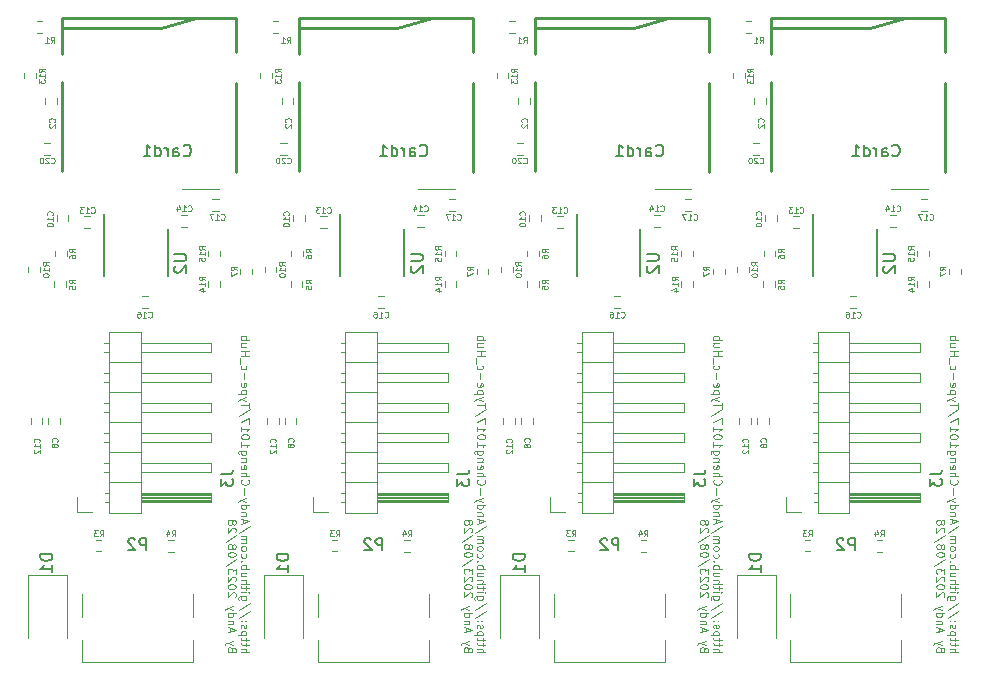
<source format=gbr>
%TF.GenerationSoftware,KiCad,Pcbnew,(6.0.7)*%
%TF.CreationDate,2023-08-28T04:04:33+08:00*%
%TF.ProjectId,USB_Hub_Panelization,5553425f-4875-4625-9f50-616e656c697a,rev?*%
%TF.SameCoordinates,Original*%
%TF.FileFunction,Legend,Bot*%
%TF.FilePolarity,Positive*%
%FSLAX46Y46*%
G04 Gerber Fmt 4.6, Leading zero omitted, Abs format (unit mm)*
G04 Created by KiCad (PCBNEW (6.0.7)) date 2023-08-28 04:04:33*
%MOMM*%
%LPD*%
G01*
G04 APERTURE LIST*
%ADD10C,0.100000*%
%ADD11C,0.080000*%
%ADD12C,0.150000*%
%ADD13C,0.120000*%
%ADD14C,0.254000*%
%ADD15C,0.102000*%
G04 APERTURE END LIST*
D10*
X157746833Y-117568333D02*
X158446833Y-117568333D01*
X157746833Y-117268333D02*
X158113500Y-117268333D01*
X158180166Y-117301666D01*
X158213500Y-117368333D01*
X158213500Y-117468333D01*
X158180166Y-117535000D01*
X158146833Y-117568333D01*
X158213500Y-117035000D02*
X158213500Y-116768333D01*
X158446833Y-116935000D02*
X157846833Y-116935000D01*
X157780166Y-116901666D01*
X157746833Y-116835000D01*
X157746833Y-116768333D01*
X158213500Y-116635000D02*
X158213500Y-116368333D01*
X158446833Y-116535000D02*
X157846833Y-116535000D01*
X157780166Y-116501666D01*
X157746833Y-116435000D01*
X157746833Y-116368333D01*
X158213500Y-116135000D02*
X157513500Y-116135000D01*
X158180166Y-116135000D02*
X158213500Y-116068333D01*
X158213500Y-115935000D01*
X158180166Y-115868333D01*
X158146833Y-115835000D01*
X158080166Y-115801666D01*
X157880166Y-115801666D01*
X157813500Y-115835000D01*
X157780166Y-115868333D01*
X157746833Y-115935000D01*
X157746833Y-116068333D01*
X157780166Y-116135000D01*
X157780166Y-115535000D02*
X157746833Y-115468333D01*
X157746833Y-115335000D01*
X157780166Y-115268333D01*
X157846833Y-115235000D01*
X157880166Y-115235000D01*
X157946833Y-115268333D01*
X157980166Y-115335000D01*
X157980166Y-115435000D01*
X158013500Y-115501666D01*
X158080166Y-115535000D01*
X158113500Y-115535000D01*
X158180166Y-115501666D01*
X158213500Y-115435000D01*
X158213500Y-115335000D01*
X158180166Y-115268333D01*
X157813500Y-114935000D02*
X157780166Y-114901666D01*
X157746833Y-114935000D01*
X157780166Y-114968333D01*
X157813500Y-114935000D01*
X157746833Y-114935000D01*
X158180166Y-114935000D02*
X158146833Y-114901666D01*
X158113500Y-114935000D01*
X158146833Y-114968333D01*
X158180166Y-114935000D01*
X158113500Y-114935000D01*
X158480166Y-114101666D02*
X157580166Y-114701666D01*
X158480166Y-113368333D02*
X157580166Y-113968333D01*
X158213500Y-112835000D02*
X157646833Y-112835000D01*
X157580166Y-112868333D01*
X157546833Y-112901666D01*
X157513500Y-112968333D01*
X157513500Y-113068333D01*
X157546833Y-113135000D01*
X157780166Y-112835000D02*
X157746833Y-112901666D01*
X157746833Y-113035000D01*
X157780166Y-113101666D01*
X157813500Y-113135000D01*
X157880166Y-113168333D01*
X158080166Y-113168333D01*
X158146833Y-113135000D01*
X158180166Y-113101666D01*
X158213500Y-113035000D01*
X158213500Y-112901666D01*
X158180166Y-112835000D01*
X157746833Y-112501666D02*
X158213500Y-112501666D01*
X158446833Y-112501666D02*
X158413500Y-112535000D01*
X158380166Y-112501666D01*
X158413500Y-112468333D01*
X158446833Y-112501666D01*
X158380166Y-112501666D01*
X158213500Y-112268333D02*
X158213500Y-112001666D01*
X158446833Y-112168333D02*
X157846833Y-112168333D01*
X157780166Y-112135000D01*
X157746833Y-112068333D01*
X157746833Y-112001666D01*
X157746833Y-111768333D02*
X158446833Y-111768333D01*
X157746833Y-111468333D02*
X158113500Y-111468333D01*
X158180166Y-111501666D01*
X158213500Y-111568333D01*
X158213500Y-111668333D01*
X158180166Y-111735000D01*
X158146833Y-111768333D01*
X158213500Y-110835000D02*
X157746833Y-110835000D01*
X158213500Y-111135000D02*
X157846833Y-111135000D01*
X157780166Y-111101666D01*
X157746833Y-111035000D01*
X157746833Y-110935000D01*
X157780166Y-110868333D01*
X157813500Y-110835000D01*
X157746833Y-110501666D02*
X158446833Y-110501666D01*
X158180166Y-110501666D02*
X158213500Y-110435000D01*
X158213500Y-110301666D01*
X158180166Y-110235000D01*
X158146833Y-110201666D01*
X158080166Y-110168333D01*
X157880166Y-110168333D01*
X157813500Y-110201666D01*
X157780166Y-110235000D01*
X157746833Y-110301666D01*
X157746833Y-110435000D01*
X157780166Y-110501666D01*
X157813500Y-109868333D02*
X157780166Y-109835000D01*
X157746833Y-109868333D01*
X157780166Y-109901666D01*
X157813500Y-109868333D01*
X157746833Y-109868333D01*
X157780166Y-109235000D02*
X157746833Y-109301666D01*
X157746833Y-109435000D01*
X157780166Y-109501666D01*
X157813500Y-109535000D01*
X157880166Y-109568333D01*
X158080166Y-109568333D01*
X158146833Y-109535000D01*
X158180166Y-109501666D01*
X158213500Y-109435000D01*
X158213500Y-109301666D01*
X158180166Y-109235000D01*
X157746833Y-108835000D02*
X157780166Y-108901666D01*
X157813500Y-108935000D01*
X157880166Y-108968333D01*
X158080166Y-108968333D01*
X158146833Y-108935000D01*
X158180166Y-108901666D01*
X158213500Y-108835000D01*
X158213500Y-108735000D01*
X158180166Y-108668333D01*
X158146833Y-108635000D01*
X158080166Y-108601666D01*
X157880166Y-108601666D01*
X157813500Y-108635000D01*
X157780166Y-108668333D01*
X157746833Y-108735000D01*
X157746833Y-108835000D01*
X157746833Y-108301666D02*
X158213500Y-108301666D01*
X158146833Y-108301666D02*
X158180166Y-108268333D01*
X158213500Y-108201666D01*
X158213500Y-108101666D01*
X158180166Y-108035000D01*
X158113500Y-108001666D01*
X157746833Y-108001666D01*
X158113500Y-108001666D02*
X158180166Y-107968333D01*
X158213500Y-107901666D01*
X158213500Y-107801666D01*
X158180166Y-107735000D01*
X158113500Y-107701666D01*
X157746833Y-107701666D01*
X158480166Y-106868333D02*
X157580166Y-107468333D01*
X157946833Y-106668333D02*
X157946833Y-106335000D01*
X157746833Y-106735000D02*
X158446833Y-106501666D01*
X157746833Y-106268333D01*
X158213500Y-106035000D02*
X157746833Y-106035000D01*
X158146833Y-106035000D02*
X158180166Y-106001666D01*
X158213500Y-105935000D01*
X158213500Y-105835000D01*
X158180166Y-105768333D01*
X158113500Y-105735000D01*
X157746833Y-105735000D01*
X157746833Y-105101666D02*
X158446833Y-105101666D01*
X157780166Y-105101666D02*
X157746833Y-105168333D01*
X157746833Y-105301666D01*
X157780166Y-105368333D01*
X157813500Y-105401666D01*
X157880166Y-105435000D01*
X158080166Y-105435000D01*
X158146833Y-105401666D01*
X158180166Y-105368333D01*
X158213500Y-105301666D01*
X158213500Y-105168333D01*
X158180166Y-105101666D01*
X158213500Y-104835000D02*
X157746833Y-104668333D01*
X158213500Y-104501666D02*
X157746833Y-104668333D01*
X157580166Y-104735000D01*
X157546833Y-104768333D01*
X157513500Y-104835000D01*
X158013500Y-104235000D02*
X158013500Y-103701666D01*
X157813500Y-102968333D02*
X157780166Y-103001666D01*
X157746833Y-103101666D01*
X157746833Y-103168333D01*
X157780166Y-103268333D01*
X157846833Y-103335000D01*
X157913500Y-103368333D01*
X158046833Y-103401666D01*
X158146833Y-103401666D01*
X158280166Y-103368333D01*
X158346833Y-103335000D01*
X158413500Y-103268333D01*
X158446833Y-103168333D01*
X158446833Y-103101666D01*
X158413500Y-103001666D01*
X158380166Y-102968333D01*
X157746833Y-102668333D02*
X158446833Y-102668333D01*
X157746833Y-102368333D02*
X158113500Y-102368333D01*
X158180166Y-102401666D01*
X158213500Y-102468333D01*
X158213500Y-102568333D01*
X158180166Y-102635000D01*
X158146833Y-102668333D01*
X157780166Y-101768333D02*
X157746833Y-101835000D01*
X157746833Y-101968333D01*
X157780166Y-102035000D01*
X157846833Y-102068333D01*
X158113500Y-102068333D01*
X158180166Y-102035000D01*
X158213500Y-101968333D01*
X158213500Y-101835000D01*
X158180166Y-101768333D01*
X158113500Y-101735000D01*
X158046833Y-101735000D01*
X157980166Y-102068333D01*
X158213500Y-101435000D02*
X157746833Y-101435000D01*
X158146833Y-101435000D02*
X158180166Y-101401666D01*
X158213500Y-101335000D01*
X158213500Y-101235000D01*
X158180166Y-101168333D01*
X158113500Y-101135000D01*
X157746833Y-101135000D01*
X158213500Y-100501666D02*
X157646833Y-100501666D01*
X157580166Y-100535000D01*
X157546833Y-100568333D01*
X157513500Y-100635000D01*
X157513500Y-100735000D01*
X157546833Y-100801666D01*
X157780166Y-100501666D02*
X157746833Y-100568333D01*
X157746833Y-100701666D01*
X157780166Y-100768333D01*
X157813500Y-100801666D01*
X157880166Y-100835000D01*
X158080166Y-100835000D01*
X158146833Y-100801666D01*
X158180166Y-100768333D01*
X158213500Y-100701666D01*
X158213500Y-100568333D01*
X158180166Y-100501666D01*
X157746833Y-99801666D02*
X157746833Y-100201666D01*
X157746833Y-100001666D02*
X158446833Y-100001666D01*
X158346833Y-100068333D01*
X158280166Y-100135000D01*
X158246833Y-100201666D01*
X158446833Y-99368333D02*
X158446833Y-99301666D01*
X158413500Y-99235000D01*
X158380166Y-99201666D01*
X158313500Y-99168333D01*
X158180166Y-99135000D01*
X158013500Y-99135000D01*
X157880166Y-99168333D01*
X157813500Y-99201666D01*
X157780166Y-99235000D01*
X157746833Y-99301666D01*
X157746833Y-99368333D01*
X157780166Y-99435000D01*
X157813500Y-99468333D01*
X157880166Y-99501666D01*
X158013500Y-99535000D01*
X158180166Y-99535000D01*
X158313500Y-99501666D01*
X158380166Y-99468333D01*
X158413500Y-99435000D01*
X158446833Y-99368333D01*
X157746833Y-98468333D02*
X157746833Y-98868333D01*
X157746833Y-98668333D02*
X158446833Y-98668333D01*
X158346833Y-98735000D01*
X158280166Y-98801666D01*
X158246833Y-98868333D01*
X158446833Y-98235000D02*
X158446833Y-97768333D01*
X157746833Y-98068333D01*
X158480166Y-97001666D02*
X157580166Y-97601666D01*
X158446833Y-96868333D02*
X158446833Y-96468333D01*
X157746833Y-96668333D02*
X158446833Y-96668333D01*
X158213500Y-96301666D02*
X157746833Y-96135000D01*
X158213500Y-95968333D02*
X157746833Y-96135000D01*
X157580166Y-96201666D01*
X157546833Y-96235000D01*
X157513500Y-96301666D01*
X158213500Y-95701666D02*
X157513500Y-95701666D01*
X158180166Y-95701666D02*
X158213500Y-95635000D01*
X158213500Y-95501666D01*
X158180166Y-95435000D01*
X158146833Y-95401666D01*
X158080166Y-95368333D01*
X157880166Y-95368333D01*
X157813500Y-95401666D01*
X157780166Y-95435000D01*
X157746833Y-95501666D01*
X157746833Y-95635000D01*
X157780166Y-95701666D01*
X157780166Y-94801666D02*
X157746833Y-94868333D01*
X157746833Y-95001666D01*
X157780166Y-95068333D01*
X157846833Y-95101666D01*
X158113500Y-95101666D01*
X158180166Y-95068333D01*
X158213500Y-95001666D01*
X158213500Y-94868333D01*
X158180166Y-94801666D01*
X158113500Y-94768333D01*
X158046833Y-94768333D01*
X157980166Y-95101666D01*
X158013500Y-94468333D02*
X158013500Y-93935000D01*
X157780166Y-93301666D02*
X157746833Y-93368333D01*
X157746833Y-93501666D01*
X157780166Y-93568333D01*
X157813500Y-93601666D01*
X157880166Y-93635000D01*
X158080166Y-93635000D01*
X158146833Y-93601666D01*
X158180166Y-93568333D01*
X158213500Y-93501666D01*
X158213500Y-93368333D01*
X158180166Y-93301666D01*
X157680166Y-93168333D02*
X157680166Y-92635000D01*
X157746833Y-92468333D02*
X158446833Y-92468333D01*
X158113500Y-92468333D02*
X158113500Y-92068333D01*
X157746833Y-92068333D02*
X158446833Y-92068333D01*
X158213500Y-91435000D02*
X157746833Y-91435000D01*
X158213500Y-91735000D02*
X157846833Y-91735000D01*
X157780166Y-91701666D01*
X157746833Y-91635000D01*
X157746833Y-91535000D01*
X157780166Y-91468333D01*
X157813500Y-91435000D01*
X157746833Y-91101666D02*
X158446833Y-91101666D01*
X158180166Y-91101666D02*
X158213500Y-91035000D01*
X158213500Y-90901666D01*
X158180166Y-90835000D01*
X158146833Y-90801666D01*
X158080166Y-90768333D01*
X157880166Y-90768333D01*
X157813500Y-90801666D01*
X157780166Y-90835000D01*
X157746833Y-90901666D01*
X157746833Y-91035000D01*
X157780166Y-91101666D01*
X156986500Y-117335000D02*
X156953166Y-117235000D01*
X156919833Y-117201666D01*
X156853166Y-117168333D01*
X156753166Y-117168333D01*
X156686500Y-117201666D01*
X156653166Y-117235000D01*
X156619833Y-117301666D01*
X156619833Y-117568333D01*
X157319833Y-117568333D01*
X157319833Y-117335000D01*
X157286500Y-117268333D01*
X157253166Y-117235000D01*
X157186500Y-117201666D01*
X157119833Y-117201666D01*
X157053166Y-117235000D01*
X157019833Y-117268333D01*
X156986500Y-117335000D01*
X156986500Y-117568333D01*
X157086500Y-116935000D02*
X156619833Y-116768333D01*
X157086500Y-116601666D02*
X156619833Y-116768333D01*
X156453166Y-116835000D01*
X156419833Y-116868333D01*
X156386500Y-116935000D01*
X156819833Y-115835000D02*
X156819833Y-115501666D01*
X156619833Y-115901666D02*
X157319833Y-115668333D01*
X156619833Y-115435000D01*
X157086500Y-115201666D02*
X156619833Y-115201666D01*
X157019833Y-115201666D02*
X157053166Y-115168333D01*
X157086500Y-115101666D01*
X157086500Y-115001666D01*
X157053166Y-114935000D01*
X156986500Y-114901666D01*
X156619833Y-114901666D01*
X156619833Y-114268333D02*
X157319833Y-114268333D01*
X156653166Y-114268333D02*
X156619833Y-114335000D01*
X156619833Y-114468333D01*
X156653166Y-114535000D01*
X156686500Y-114568333D01*
X156753166Y-114601666D01*
X156953166Y-114601666D01*
X157019833Y-114568333D01*
X157053166Y-114535000D01*
X157086500Y-114468333D01*
X157086500Y-114335000D01*
X157053166Y-114268333D01*
X157086500Y-114001666D02*
X156619833Y-113835000D01*
X157086500Y-113668333D02*
X156619833Y-113835000D01*
X156453166Y-113901666D01*
X156419833Y-113935000D01*
X156386500Y-114001666D01*
X157253166Y-112901666D02*
X157286500Y-112868333D01*
X157319833Y-112801666D01*
X157319833Y-112635000D01*
X157286500Y-112568333D01*
X157253166Y-112535000D01*
X157186500Y-112501666D01*
X157119833Y-112501666D01*
X157019833Y-112535000D01*
X156619833Y-112935000D01*
X156619833Y-112501666D01*
X157319833Y-112068333D02*
X157319833Y-112001666D01*
X157286500Y-111935000D01*
X157253166Y-111901666D01*
X157186500Y-111868333D01*
X157053166Y-111835000D01*
X156886500Y-111835000D01*
X156753166Y-111868333D01*
X156686500Y-111901666D01*
X156653166Y-111935000D01*
X156619833Y-112001666D01*
X156619833Y-112068333D01*
X156653166Y-112135000D01*
X156686500Y-112168333D01*
X156753166Y-112201666D01*
X156886500Y-112235000D01*
X157053166Y-112235000D01*
X157186500Y-112201666D01*
X157253166Y-112168333D01*
X157286500Y-112135000D01*
X157319833Y-112068333D01*
X157253166Y-111568333D02*
X157286500Y-111535000D01*
X157319833Y-111468333D01*
X157319833Y-111301666D01*
X157286500Y-111235000D01*
X157253166Y-111201666D01*
X157186500Y-111168333D01*
X157119833Y-111168333D01*
X157019833Y-111201666D01*
X156619833Y-111601666D01*
X156619833Y-111168333D01*
X157319833Y-110935000D02*
X157319833Y-110501666D01*
X157053166Y-110735000D01*
X157053166Y-110635000D01*
X157019833Y-110568333D01*
X156986500Y-110535000D01*
X156919833Y-110501666D01*
X156753166Y-110501666D01*
X156686500Y-110535000D01*
X156653166Y-110568333D01*
X156619833Y-110635000D01*
X156619833Y-110835000D01*
X156653166Y-110901666D01*
X156686500Y-110935000D01*
X157353166Y-109701666D02*
X156453166Y-110301666D01*
X157319833Y-109335000D02*
X157319833Y-109268333D01*
X157286500Y-109201666D01*
X157253166Y-109168333D01*
X157186500Y-109135000D01*
X157053166Y-109101666D01*
X156886500Y-109101666D01*
X156753166Y-109135000D01*
X156686500Y-109168333D01*
X156653166Y-109201666D01*
X156619833Y-109268333D01*
X156619833Y-109335000D01*
X156653166Y-109401666D01*
X156686500Y-109435000D01*
X156753166Y-109468333D01*
X156886500Y-109501666D01*
X157053166Y-109501666D01*
X157186500Y-109468333D01*
X157253166Y-109435000D01*
X157286500Y-109401666D01*
X157319833Y-109335000D01*
X157019833Y-108701666D02*
X157053166Y-108768333D01*
X157086500Y-108801666D01*
X157153166Y-108835000D01*
X157186500Y-108835000D01*
X157253166Y-108801666D01*
X157286500Y-108768333D01*
X157319833Y-108701666D01*
X157319833Y-108568333D01*
X157286500Y-108501666D01*
X157253166Y-108468333D01*
X157186500Y-108435000D01*
X157153166Y-108435000D01*
X157086500Y-108468333D01*
X157053166Y-108501666D01*
X157019833Y-108568333D01*
X157019833Y-108701666D01*
X156986500Y-108768333D01*
X156953166Y-108801666D01*
X156886500Y-108835000D01*
X156753166Y-108835000D01*
X156686500Y-108801666D01*
X156653166Y-108768333D01*
X156619833Y-108701666D01*
X156619833Y-108568333D01*
X156653166Y-108501666D01*
X156686500Y-108468333D01*
X156753166Y-108435000D01*
X156886500Y-108435000D01*
X156953166Y-108468333D01*
X156986500Y-108501666D01*
X157019833Y-108568333D01*
X157353166Y-107635000D02*
X156453166Y-108235000D01*
X157253166Y-107435000D02*
X157286500Y-107401666D01*
X157319833Y-107335000D01*
X157319833Y-107168333D01*
X157286500Y-107101666D01*
X157253166Y-107068333D01*
X157186500Y-107035000D01*
X157119833Y-107035000D01*
X157019833Y-107068333D01*
X156619833Y-107468333D01*
X156619833Y-107035000D01*
X157019833Y-106635000D02*
X157053166Y-106701666D01*
X157086500Y-106735000D01*
X157153166Y-106768333D01*
X157186500Y-106768333D01*
X157253166Y-106735000D01*
X157286500Y-106701666D01*
X157319833Y-106635000D01*
X157319833Y-106501666D01*
X157286500Y-106435000D01*
X157253166Y-106401666D01*
X157186500Y-106368333D01*
X157153166Y-106368333D01*
X157086500Y-106401666D01*
X157053166Y-106435000D01*
X157019833Y-106501666D01*
X157019833Y-106635000D01*
X156986500Y-106701666D01*
X156953166Y-106735000D01*
X156886500Y-106768333D01*
X156753166Y-106768333D01*
X156686500Y-106735000D01*
X156653166Y-106701666D01*
X156619833Y-106635000D01*
X156619833Y-106501666D01*
X156653166Y-106435000D01*
X156686500Y-106401666D01*
X156753166Y-106368333D01*
X156886500Y-106368333D01*
X156953166Y-106401666D01*
X156986500Y-106435000D01*
X157019833Y-106501666D01*
X137746833Y-117568333D02*
X138446833Y-117568333D01*
X137746833Y-117268333D02*
X138113500Y-117268333D01*
X138180166Y-117301666D01*
X138213500Y-117368333D01*
X138213500Y-117468333D01*
X138180166Y-117535000D01*
X138146833Y-117568333D01*
X138213500Y-117035000D02*
X138213500Y-116768333D01*
X138446833Y-116935000D02*
X137846833Y-116935000D01*
X137780166Y-116901666D01*
X137746833Y-116835000D01*
X137746833Y-116768333D01*
X138213500Y-116635000D02*
X138213500Y-116368333D01*
X138446833Y-116535000D02*
X137846833Y-116535000D01*
X137780166Y-116501666D01*
X137746833Y-116435000D01*
X137746833Y-116368333D01*
X138213500Y-116135000D02*
X137513500Y-116135000D01*
X138180166Y-116135000D02*
X138213500Y-116068333D01*
X138213500Y-115935000D01*
X138180166Y-115868333D01*
X138146833Y-115835000D01*
X138080166Y-115801666D01*
X137880166Y-115801666D01*
X137813500Y-115835000D01*
X137780166Y-115868333D01*
X137746833Y-115935000D01*
X137746833Y-116068333D01*
X137780166Y-116135000D01*
X137780166Y-115535000D02*
X137746833Y-115468333D01*
X137746833Y-115335000D01*
X137780166Y-115268333D01*
X137846833Y-115235000D01*
X137880166Y-115235000D01*
X137946833Y-115268333D01*
X137980166Y-115335000D01*
X137980166Y-115435000D01*
X138013500Y-115501666D01*
X138080166Y-115535000D01*
X138113500Y-115535000D01*
X138180166Y-115501666D01*
X138213500Y-115435000D01*
X138213500Y-115335000D01*
X138180166Y-115268333D01*
X137813500Y-114935000D02*
X137780166Y-114901666D01*
X137746833Y-114935000D01*
X137780166Y-114968333D01*
X137813500Y-114935000D01*
X137746833Y-114935000D01*
X138180166Y-114935000D02*
X138146833Y-114901666D01*
X138113500Y-114935000D01*
X138146833Y-114968333D01*
X138180166Y-114935000D01*
X138113500Y-114935000D01*
X138480166Y-114101666D02*
X137580166Y-114701666D01*
X138480166Y-113368333D02*
X137580166Y-113968333D01*
X138213500Y-112835000D02*
X137646833Y-112835000D01*
X137580166Y-112868333D01*
X137546833Y-112901666D01*
X137513500Y-112968333D01*
X137513500Y-113068333D01*
X137546833Y-113135000D01*
X137780166Y-112835000D02*
X137746833Y-112901666D01*
X137746833Y-113035000D01*
X137780166Y-113101666D01*
X137813500Y-113135000D01*
X137880166Y-113168333D01*
X138080166Y-113168333D01*
X138146833Y-113135000D01*
X138180166Y-113101666D01*
X138213500Y-113035000D01*
X138213500Y-112901666D01*
X138180166Y-112835000D01*
X137746833Y-112501666D02*
X138213500Y-112501666D01*
X138446833Y-112501666D02*
X138413500Y-112535000D01*
X138380166Y-112501666D01*
X138413500Y-112468333D01*
X138446833Y-112501666D01*
X138380166Y-112501666D01*
X138213500Y-112268333D02*
X138213500Y-112001666D01*
X138446833Y-112168333D02*
X137846833Y-112168333D01*
X137780166Y-112135000D01*
X137746833Y-112068333D01*
X137746833Y-112001666D01*
X137746833Y-111768333D02*
X138446833Y-111768333D01*
X137746833Y-111468333D02*
X138113500Y-111468333D01*
X138180166Y-111501666D01*
X138213500Y-111568333D01*
X138213500Y-111668333D01*
X138180166Y-111735000D01*
X138146833Y-111768333D01*
X138213500Y-110835000D02*
X137746833Y-110835000D01*
X138213500Y-111135000D02*
X137846833Y-111135000D01*
X137780166Y-111101666D01*
X137746833Y-111035000D01*
X137746833Y-110935000D01*
X137780166Y-110868333D01*
X137813500Y-110835000D01*
X137746833Y-110501666D02*
X138446833Y-110501666D01*
X138180166Y-110501666D02*
X138213500Y-110435000D01*
X138213500Y-110301666D01*
X138180166Y-110235000D01*
X138146833Y-110201666D01*
X138080166Y-110168333D01*
X137880166Y-110168333D01*
X137813500Y-110201666D01*
X137780166Y-110235000D01*
X137746833Y-110301666D01*
X137746833Y-110435000D01*
X137780166Y-110501666D01*
X137813500Y-109868333D02*
X137780166Y-109835000D01*
X137746833Y-109868333D01*
X137780166Y-109901666D01*
X137813500Y-109868333D01*
X137746833Y-109868333D01*
X137780166Y-109235000D02*
X137746833Y-109301666D01*
X137746833Y-109435000D01*
X137780166Y-109501666D01*
X137813500Y-109535000D01*
X137880166Y-109568333D01*
X138080166Y-109568333D01*
X138146833Y-109535000D01*
X138180166Y-109501666D01*
X138213500Y-109435000D01*
X138213500Y-109301666D01*
X138180166Y-109235000D01*
X137746833Y-108835000D02*
X137780166Y-108901666D01*
X137813500Y-108935000D01*
X137880166Y-108968333D01*
X138080166Y-108968333D01*
X138146833Y-108935000D01*
X138180166Y-108901666D01*
X138213500Y-108835000D01*
X138213500Y-108735000D01*
X138180166Y-108668333D01*
X138146833Y-108635000D01*
X138080166Y-108601666D01*
X137880166Y-108601666D01*
X137813500Y-108635000D01*
X137780166Y-108668333D01*
X137746833Y-108735000D01*
X137746833Y-108835000D01*
X137746833Y-108301666D02*
X138213500Y-108301666D01*
X138146833Y-108301666D02*
X138180166Y-108268333D01*
X138213500Y-108201666D01*
X138213500Y-108101666D01*
X138180166Y-108035000D01*
X138113500Y-108001666D01*
X137746833Y-108001666D01*
X138113500Y-108001666D02*
X138180166Y-107968333D01*
X138213500Y-107901666D01*
X138213500Y-107801666D01*
X138180166Y-107735000D01*
X138113500Y-107701666D01*
X137746833Y-107701666D01*
X138480166Y-106868333D02*
X137580166Y-107468333D01*
X137946833Y-106668333D02*
X137946833Y-106335000D01*
X137746833Y-106735000D02*
X138446833Y-106501666D01*
X137746833Y-106268333D01*
X138213500Y-106035000D02*
X137746833Y-106035000D01*
X138146833Y-106035000D02*
X138180166Y-106001666D01*
X138213500Y-105935000D01*
X138213500Y-105835000D01*
X138180166Y-105768333D01*
X138113500Y-105735000D01*
X137746833Y-105735000D01*
X137746833Y-105101666D02*
X138446833Y-105101666D01*
X137780166Y-105101666D02*
X137746833Y-105168333D01*
X137746833Y-105301666D01*
X137780166Y-105368333D01*
X137813500Y-105401666D01*
X137880166Y-105435000D01*
X138080166Y-105435000D01*
X138146833Y-105401666D01*
X138180166Y-105368333D01*
X138213500Y-105301666D01*
X138213500Y-105168333D01*
X138180166Y-105101666D01*
X138213500Y-104835000D02*
X137746833Y-104668333D01*
X138213500Y-104501666D02*
X137746833Y-104668333D01*
X137580166Y-104735000D01*
X137546833Y-104768333D01*
X137513500Y-104835000D01*
X138013500Y-104235000D02*
X138013500Y-103701666D01*
X137813500Y-102968333D02*
X137780166Y-103001666D01*
X137746833Y-103101666D01*
X137746833Y-103168333D01*
X137780166Y-103268333D01*
X137846833Y-103335000D01*
X137913500Y-103368333D01*
X138046833Y-103401666D01*
X138146833Y-103401666D01*
X138280166Y-103368333D01*
X138346833Y-103335000D01*
X138413500Y-103268333D01*
X138446833Y-103168333D01*
X138446833Y-103101666D01*
X138413500Y-103001666D01*
X138380166Y-102968333D01*
X137746833Y-102668333D02*
X138446833Y-102668333D01*
X137746833Y-102368333D02*
X138113500Y-102368333D01*
X138180166Y-102401666D01*
X138213500Y-102468333D01*
X138213500Y-102568333D01*
X138180166Y-102635000D01*
X138146833Y-102668333D01*
X137780166Y-101768333D02*
X137746833Y-101835000D01*
X137746833Y-101968333D01*
X137780166Y-102035000D01*
X137846833Y-102068333D01*
X138113500Y-102068333D01*
X138180166Y-102035000D01*
X138213500Y-101968333D01*
X138213500Y-101835000D01*
X138180166Y-101768333D01*
X138113500Y-101735000D01*
X138046833Y-101735000D01*
X137980166Y-102068333D01*
X138213500Y-101435000D02*
X137746833Y-101435000D01*
X138146833Y-101435000D02*
X138180166Y-101401666D01*
X138213500Y-101335000D01*
X138213500Y-101235000D01*
X138180166Y-101168333D01*
X138113500Y-101135000D01*
X137746833Y-101135000D01*
X138213500Y-100501666D02*
X137646833Y-100501666D01*
X137580166Y-100535000D01*
X137546833Y-100568333D01*
X137513500Y-100635000D01*
X137513500Y-100735000D01*
X137546833Y-100801666D01*
X137780166Y-100501666D02*
X137746833Y-100568333D01*
X137746833Y-100701666D01*
X137780166Y-100768333D01*
X137813500Y-100801666D01*
X137880166Y-100835000D01*
X138080166Y-100835000D01*
X138146833Y-100801666D01*
X138180166Y-100768333D01*
X138213500Y-100701666D01*
X138213500Y-100568333D01*
X138180166Y-100501666D01*
X137746833Y-99801666D02*
X137746833Y-100201666D01*
X137746833Y-100001666D02*
X138446833Y-100001666D01*
X138346833Y-100068333D01*
X138280166Y-100135000D01*
X138246833Y-100201666D01*
X138446833Y-99368333D02*
X138446833Y-99301666D01*
X138413500Y-99235000D01*
X138380166Y-99201666D01*
X138313500Y-99168333D01*
X138180166Y-99135000D01*
X138013500Y-99135000D01*
X137880166Y-99168333D01*
X137813500Y-99201666D01*
X137780166Y-99235000D01*
X137746833Y-99301666D01*
X137746833Y-99368333D01*
X137780166Y-99435000D01*
X137813500Y-99468333D01*
X137880166Y-99501666D01*
X138013500Y-99535000D01*
X138180166Y-99535000D01*
X138313500Y-99501666D01*
X138380166Y-99468333D01*
X138413500Y-99435000D01*
X138446833Y-99368333D01*
X137746833Y-98468333D02*
X137746833Y-98868333D01*
X137746833Y-98668333D02*
X138446833Y-98668333D01*
X138346833Y-98735000D01*
X138280166Y-98801666D01*
X138246833Y-98868333D01*
X138446833Y-98235000D02*
X138446833Y-97768333D01*
X137746833Y-98068333D01*
X138480166Y-97001666D02*
X137580166Y-97601666D01*
X138446833Y-96868333D02*
X138446833Y-96468333D01*
X137746833Y-96668333D02*
X138446833Y-96668333D01*
X138213500Y-96301666D02*
X137746833Y-96135000D01*
X138213500Y-95968333D02*
X137746833Y-96135000D01*
X137580166Y-96201666D01*
X137546833Y-96235000D01*
X137513500Y-96301666D01*
X138213500Y-95701666D02*
X137513500Y-95701666D01*
X138180166Y-95701666D02*
X138213500Y-95635000D01*
X138213500Y-95501666D01*
X138180166Y-95435000D01*
X138146833Y-95401666D01*
X138080166Y-95368333D01*
X137880166Y-95368333D01*
X137813500Y-95401666D01*
X137780166Y-95435000D01*
X137746833Y-95501666D01*
X137746833Y-95635000D01*
X137780166Y-95701666D01*
X137780166Y-94801666D02*
X137746833Y-94868333D01*
X137746833Y-95001666D01*
X137780166Y-95068333D01*
X137846833Y-95101666D01*
X138113500Y-95101666D01*
X138180166Y-95068333D01*
X138213500Y-95001666D01*
X138213500Y-94868333D01*
X138180166Y-94801666D01*
X138113500Y-94768333D01*
X138046833Y-94768333D01*
X137980166Y-95101666D01*
X138013500Y-94468333D02*
X138013500Y-93935000D01*
X137780166Y-93301666D02*
X137746833Y-93368333D01*
X137746833Y-93501666D01*
X137780166Y-93568333D01*
X137813500Y-93601666D01*
X137880166Y-93635000D01*
X138080166Y-93635000D01*
X138146833Y-93601666D01*
X138180166Y-93568333D01*
X138213500Y-93501666D01*
X138213500Y-93368333D01*
X138180166Y-93301666D01*
X137680166Y-93168333D02*
X137680166Y-92635000D01*
X137746833Y-92468333D02*
X138446833Y-92468333D01*
X138113500Y-92468333D02*
X138113500Y-92068333D01*
X137746833Y-92068333D02*
X138446833Y-92068333D01*
X138213500Y-91435000D02*
X137746833Y-91435000D01*
X138213500Y-91735000D02*
X137846833Y-91735000D01*
X137780166Y-91701666D01*
X137746833Y-91635000D01*
X137746833Y-91535000D01*
X137780166Y-91468333D01*
X137813500Y-91435000D01*
X137746833Y-91101666D02*
X138446833Y-91101666D01*
X138180166Y-91101666D02*
X138213500Y-91035000D01*
X138213500Y-90901666D01*
X138180166Y-90835000D01*
X138146833Y-90801666D01*
X138080166Y-90768333D01*
X137880166Y-90768333D01*
X137813500Y-90801666D01*
X137780166Y-90835000D01*
X137746833Y-90901666D01*
X137746833Y-91035000D01*
X137780166Y-91101666D01*
X136986500Y-117335000D02*
X136953166Y-117235000D01*
X136919833Y-117201666D01*
X136853166Y-117168333D01*
X136753166Y-117168333D01*
X136686500Y-117201666D01*
X136653166Y-117235000D01*
X136619833Y-117301666D01*
X136619833Y-117568333D01*
X137319833Y-117568333D01*
X137319833Y-117335000D01*
X137286500Y-117268333D01*
X137253166Y-117235000D01*
X137186500Y-117201666D01*
X137119833Y-117201666D01*
X137053166Y-117235000D01*
X137019833Y-117268333D01*
X136986500Y-117335000D01*
X136986500Y-117568333D01*
X137086500Y-116935000D02*
X136619833Y-116768333D01*
X137086500Y-116601666D02*
X136619833Y-116768333D01*
X136453166Y-116835000D01*
X136419833Y-116868333D01*
X136386500Y-116935000D01*
X136819833Y-115835000D02*
X136819833Y-115501666D01*
X136619833Y-115901666D02*
X137319833Y-115668333D01*
X136619833Y-115435000D01*
X137086500Y-115201666D02*
X136619833Y-115201666D01*
X137019833Y-115201666D02*
X137053166Y-115168333D01*
X137086500Y-115101666D01*
X137086500Y-115001666D01*
X137053166Y-114935000D01*
X136986500Y-114901666D01*
X136619833Y-114901666D01*
X136619833Y-114268333D02*
X137319833Y-114268333D01*
X136653166Y-114268333D02*
X136619833Y-114335000D01*
X136619833Y-114468333D01*
X136653166Y-114535000D01*
X136686500Y-114568333D01*
X136753166Y-114601666D01*
X136953166Y-114601666D01*
X137019833Y-114568333D01*
X137053166Y-114535000D01*
X137086500Y-114468333D01*
X137086500Y-114335000D01*
X137053166Y-114268333D01*
X137086500Y-114001666D02*
X136619833Y-113835000D01*
X137086500Y-113668333D02*
X136619833Y-113835000D01*
X136453166Y-113901666D01*
X136419833Y-113935000D01*
X136386500Y-114001666D01*
X137253166Y-112901666D02*
X137286500Y-112868333D01*
X137319833Y-112801666D01*
X137319833Y-112635000D01*
X137286500Y-112568333D01*
X137253166Y-112535000D01*
X137186500Y-112501666D01*
X137119833Y-112501666D01*
X137019833Y-112535000D01*
X136619833Y-112935000D01*
X136619833Y-112501666D01*
X137319833Y-112068333D02*
X137319833Y-112001666D01*
X137286500Y-111935000D01*
X137253166Y-111901666D01*
X137186500Y-111868333D01*
X137053166Y-111835000D01*
X136886500Y-111835000D01*
X136753166Y-111868333D01*
X136686500Y-111901666D01*
X136653166Y-111935000D01*
X136619833Y-112001666D01*
X136619833Y-112068333D01*
X136653166Y-112135000D01*
X136686500Y-112168333D01*
X136753166Y-112201666D01*
X136886500Y-112235000D01*
X137053166Y-112235000D01*
X137186500Y-112201666D01*
X137253166Y-112168333D01*
X137286500Y-112135000D01*
X137319833Y-112068333D01*
X137253166Y-111568333D02*
X137286500Y-111535000D01*
X137319833Y-111468333D01*
X137319833Y-111301666D01*
X137286500Y-111235000D01*
X137253166Y-111201666D01*
X137186500Y-111168333D01*
X137119833Y-111168333D01*
X137019833Y-111201666D01*
X136619833Y-111601666D01*
X136619833Y-111168333D01*
X137319833Y-110935000D02*
X137319833Y-110501666D01*
X137053166Y-110735000D01*
X137053166Y-110635000D01*
X137019833Y-110568333D01*
X136986500Y-110535000D01*
X136919833Y-110501666D01*
X136753166Y-110501666D01*
X136686500Y-110535000D01*
X136653166Y-110568333D01*
X136619833Y-110635000D01*
X136619833Y-110835000D01*
X136653166Y-110901666D01*
X136686500Y-110935000D01*
X137353166Y-109701666D02*
X136453166Y-110301666D01*
X137319833Y-109335000D02*
X137319833Y-109268333D01*
X137286500Y-109201666D01*
X137253166Y-109168333D01*
X137186500Y-109135000D01*
X137053166Y-109101666D01*
X136886500Y-109101666D01*
X136753166Y-109135000D01*
X136686500Y-109168333D01*
X136653166Y-109201666D01*
X136619833Y-109268333D01*
X136619833Y-109335000D01*
X136653166Y-109401666D01*
X136686500Y-109435000D01*
X136753166Y-109468333D01*
X136886500Y-109501666D01*
X137053166Y-109501666D01*
X137186500Y-109468333D01*
X137253166Y-109435000D01*
X137286500Y-109401666D01*
X137319833Y-109335000D01*
X137019833Y-108701666D02*
X137053166Y-108768333D01*
X137086500Y-108801666D01*
X137153166Y-108835000D01*
X137186500Y-108835000D01*
X137253166Y-108801666D01*
X137286500Y-108768333D01*
X137319833Y-108701666D01*
X137319833Y-108568333D01*
X137286500Y-108501666D01*
X137253166Y-108468333D01*
X137186500Y-108435000D01*
X137153166Y-108435000D01*
X137086500Y-108468333D01*
X137053166Y-108501666D01*
X137019833Y-108568333D01*
X137019833Y-108701666D01*
X136986500Y-108768333D01*
X136953166Y-108801666D01*
X136886500Y-108835000D01*
X136753166Y-108835000D01*
X136686500Y-108801666D01*
X136653166Y-108768333D01*
X136619833Y-108701666D01*
X136619833Y-108568333D01*
X136653166Y-108501666D01*
X136686500Y-108468333D01*
X136753166Y-108435000D01*
X136886500Y-108435000D01*
X136953166Y-108468333D01*
X136986500Y-108501666D01*
X137019833Y-108568333D01*
X137353166Y-107635000D02*
X136453166Y-108235000D01*
X137253166Y-107435000D02*
X137286500Y-107401666D01*
X137319833Y-107335000D01*
X137319833Y-107168333D01*
X137286500Y-107101666D01*
X137253166Y-107068333D01*
X137186500Y-107035000D01*
X137119833Y-107035000D01*
X137019833Y-107068333D01*
X136619833Y-107468333D01*
X136619833Y-107035000D01*
X137019833Y-106635000D02*
X137053166Y-106701666D01*
X137086500Y-106735000D01*
X137153166Y-106768333D01*
X137186500Y-106768333D01*
X137253166Y-106735000D01*
X137286500Y-106701666D01*
X137319833Y-106635000D01*
X137319833Y-106501666D01*
X137286500Y-106435000D01*
X137253166Y-106401666D01*
X137186500Y-106368333D01*
X137153166Y-106368333D01*
X137086500Y-106401666D01*
X137053166Y-106435000D01*
X137019833Y-106501666D01*
X137019833Y-106635000D01*
X136986500Y-106701666D01*
X136953166Y-106735000D01*
X136886500Y-106768333D01*
X136753166Y-106768333D01*
X136686500Y-106735000D01*
X136653166Y-106701666D01*
X136619833Y-106635000D01*
X136619833Y-106501666D01*
X136653166Y-106435000D01*
X136686500Y-106401666D01*
X136753166Y-106368333D01*
X136886500Y-106368333D01*
X136953166Y-106401666D01*
X136986500Y-106435000D01*
X137019833Y-106501666D01*
X117746833Y-117568333D02*
X118446833Y-117568333D01*
X117746833Y-117268333D02*
X118113500Y-117268333D01*
X118180166Y-117301666D01*
X118213500Y-117368333D01*
X118213500Y-117468333D01*
X118180166Y-117535000D01*
X118146833Y-117568333D01*
X118213500Y-117035000D02*
X118213500Y-116768333D01*
X118446833Y-116935000D02*
X117846833Y-116935000D01*
X117780166Y-116901666D01*
X117746833Y-116835000D01*
X117746833Y-116768333D01*
X118213500Y-116635000D02*
X118213500Y-116368333D01*
X118446833Y-116535000D02*
X117846833Y-116535000D01*
X117780166Y-116501666D01*
X117746833Y-116435000D01*
X117746833Y-116368333D01*
X118213500Y-116135000D02*
X117513500Y-116135000D01*
X118180166Y-116135000D02*
X118213500Y-116068333D01*
X118213500Y-115935000D01*
X118180166Y-115868333D01*
X118146833Y-115835000D01*
X118080166Y-115801666D01*
X117880166Y-115801666D01*
X117813500Y-115835000D01*
X117780166Y-115868333D01*
X117746833Y-115935000D01*
X117746833Y-116068333D01*
X117780166Y-116135000D01*
X117780166Y-115535000D02*
X117746833Y-115468333D01*
X117746833Y-115335000D01*
X117780166Y-115268333D01*
X117846833Y-115235000D01*
X117880166Y-115235000D01*
X117946833Y-115268333D01*
X117980166Y-115335000D01*
X117980166Y-115435000D01*
X118013500Y-115501666D01*
X118080166Y-115535000D01*
X118113500Y-115535000D01*
X118180166Y-115501666D01*
X118213500Y-115435000D01*
X118213500Y-115335000D01*
X118180166Y-115268333D01*
X117813500Y-114935000D02*
X117780166Y-114901666D01*
X117746833Y-114935000D01*
X117780166Y-114968333D01*
X117813500Y-114935000D01*
X117746833Y-114935000D01*
X118180166Y-114935000D02*
X118146833Y-114901666D01*
X118113500Y-114935000D01*
X118146833Y-114968333D01*
X118180166Y-114935000D01*
X118113500Y-114935000D01*
X118480166Y-114101666D02*
X117580166Y-114701666D01*
X118480166Y-113368333D02*
X117580166Y-113968333D01*
X118213500Y-112835000D02*
X117646833Y-112835000D01*
X117580166Y-112868333D01*
X117546833Y-112901666D01*
X117513500Y-112968333D01*
X117513500Y-113068333D01*
X117546833Y-113135000D01*
X117780166Y-112835000D02*
X117746833Y-112901666D01*
X117746833Y-113035000D01*
X117780166Y-113101666D01*
X117813500Y-113135000D01*
X117880166Y-113168333D01*
X118080166Y-113168333D01*
X118146833Y-113135000D01*
X118180166Y-113101666D01*
X118213500Y-113035000D01*
X118213500Y-112901666D01*
X118180166Y-112835000D01*
X117746833Y-112501666D02*
X118213500Y-112501666D01*
X118446833Y-112501666D02*
X118413500Y-112535000D01*
X118380166Y-112501666D01*
X118413500Y-112468333D01*
X118446833Y-112501666D01*
X118380166Y-112501666D01*
X118213500Y-112268333D02*
X118213500Y-112001666D01*
X118446833Y-112168333D02*
X117846833Y-112168333D01*
X117780166Y-112135000D01*
X117746833Y-112068333D01*
X117746833Y-112001666D01*
X117746833Y-111768333D02*
X118446833Y-111768333D01*
X117746833Y-111468333D02*
X118113500Y-111468333D01*
X118180166Y-111501666D01*
X118213500Y-111568333D01*
X118213500Y-111668333D01*
X118180166Y-111735000D01*
X118146833Y-111768333D01*
X118213500Y-110835000D02*
X117746833Y-110835000D01*
X118213500Y-111135000D02*
X117846833Y-111135000D01*
X117780166Y-111101666D01*
X117746833Y-111035000D01*
X117746833Y-110935000D01*
X117780166Y-110868333D01*
X117813500Y-110835000D01*
X117746833Y-110501666D02*
X118446833Y-110501666D01*
X118180166Y-110501666D02*
X118213500Y-110435000D01*
X118213500Y-110301666D01*
X118180166Y-110235000D01*
X118146833Y-110201666D01*
X118080166Y-110168333D01*
X117880166Y-110168333D01*
X117813500Y-110201666D01*
X117780166Y-110235000D01*
X117746833Y-110301666D01*
X117746833Y-110435000D01*
X117780166Y-110501666D01*
X117813500Y-109868333D02*
X117780166Y-109835000D01*
X117746833Y-109868333D01*
X117780166Y-109901666D01*
X117813500Y-109868333D01*
X117746833Y-109868333D01*
X117780166Y-109235000D02*
X117746833Y-109301666D01*
X117746833Y-109435000D01*
X117780166Y-109501666D01*
X117813500Y-109535000D01*
X117880166Y-109568333D01*
X118080166Y-109568333D01*
X118146833Y-109535000D01*
X118180166Y-109501666D01*
X118213500Y-109435000D01*
X118213500Y-109301666D01*
X118180166Y-109235000D01*
X117746833Y-108835000D02*
X117780166Y-108901666D01*
X117813500Y-108935000D01*
X117880166Y-108968333D01*
X118080166Y-108968333D01*
X118146833Y-108935000D01*
X118180166Y-108901666D01*
X118213500Y-108835000D01*
X118213500Y-108735000D01*
X118180166Y-108668333D01*
X118146833Y-108635000D01*
X118080166Y-108601666D01*
X117880166Y-108601666D01*
X117813500Y-108635000D01*
X117780166Y-108668333D01*
X117746833Y-108735000D01*
X117746833Y-108835000D01*
X117746833Y-108301666D02*
X118213500Y-108301666D01*
X118146833Y-108301666D02*
X118180166Y-108268333D01*
X118213500Y-108201666D01*
X118213500Y-108101666D01*
X118180166Y-108035000D01*
X118113500Y-108001666D01*
X117746833Y-108001666D01*
X118113500Y-108001666D02*
X118180166Y-107968333D01*
X118213500Y-107901666D01*
X118213500Y-107801666D01*
X118180166Y-107735000D01*
X118113500Y-107701666D01*
X117746833Y-107701666D01*
X118480166Y-106868333D02*
X117580166Y-107468333D01*
X117946833Y-106668333D02*
X117946833Y-106335000D01*
X117746833Y-106735000D02*
X118446833Y-106501666D01*
X117746833Y-106268333D01*
X118213500Y-106035000D02*
X117746833Y-106035000D01*
X118146833Y-106035000D02*
X118180166Y-106001666D01*
X118213500Y-105935000D01*
X118213500Y-105835000D01*
X118180166Y-105768333D01*
X118113500Y-105735000D01*
X117746833Y-105735000D01*
X117746833Y-105101666D02*
X118446833Y-105101666D01*
X117780166Y-105101666D02*
X117746833Y-105168333D01*
X117746833Y-105301666D01*
X117780166Y-105368333D01*
X117813500Y-105401666D01*
X117880166Y-105435000D01*
X118080166Y-105435000D01*
X118146833Y-105401666D01*
X118180166Y-105368333D01*
X118213500Y-105301666D01*
X118213500Y-105168333D01*
X118180166Y-105101666D01*
X118213500Y-104835000D02*
X117746833Y-104668333D01*
X118213500Y-104501666D02*
X117746833Y-104668333D01*
X117580166Y-104735000D01*
X117546833Y-104768333D01*
X117513500Y-104835000D01*
X118013500Y-104235000D02*
X118013500Y-103701666D01*
X117813500Y-102968333D02*
X117780166Y-103001666D01*
X117746833Y-103101666D01*
X117746833Y-103168333D01*
X117780166Y-103268333D01*
X117846833Y-103335000D01*
X117913500Y-103368333D01*
X118046833Y-103401666D01*
X118146833Y-103401666D01*
X118280166Y-103368333D01*
X118346833Y-103335000D01*
X118413500Y-103268333D01*
X118446833Y-103168333D01*
X118446833Y-103101666D01*
X118413500Y-103001666D01*
X118380166Y-102968333D01*
X117746833Y-102668333D02*
X118446833Y-102668333D01*
X117746833Y-102368333D02*
X118113500Y-102368333D01*
X118180166Y-102401666D01*
X118213500Y-102468333D01*
X118213500Y-102568333D01*
X118180166Y-102635000D01*
X118146833Y-102668333D01*
X117780166Y-101768333D02*
X117746833Y-101835000D01*
X117746833Y-101968333D01*
X117780166Y-102035000D01*
X117846833Y-102068333D01*
X118113500Y-102068333D01*
X118180166Y-102035000D01*
X118213500Y-101968333D01*
X118213500Y-101835000D01*
X118180166Y-101768333D01*
X118113500Y-101735000D01*
X118046833Y-101735000D01*
X117980166Y-102068333D01*
X118213500Y-101435000D02*
X117746833Y-101435000D01*
X118146833Y-101435000D02*
X118180166Y-101401666D01*
X118213500Y-101335000D01*
X118213500Y-101235000D01*
X118180166Y-101168333D01*
X118113500Y-101135000D01*
X117746833Y-101135000D01*
X118213500Y-100501666D02*
X117646833Y-100501666D01*
X117580166Y-100535000D01*
X117546833Y-100568333D01*
X117513500Y-100635000D01*
X117513500Y-100735000D01*
X117546833Y-100801666D01*
X117780166Y-100501666D02*
X117746833Y-100568333D01*
X117746833Y-100701666D01*
X117780166Y-100768333D01*
X117813500Y-100801666D01*
X117880166Y-100835000D01*
X118080166Y-100835000D01*
X118146833Y-100801666D01*
X118180166Y-100768333D01*
X118213500Y-100701666D01*
X118213500Y-100568333D01*
X118180166Y-100501666D01*
X117746833Y-99801666D02*
X117746833Y-100201666D01*
X117746833Y-100001666D02*
X118446833Y-100001666D01*
X118346833Y-100068333D01*
X118280166Y-100135000D01*
X118246833Y-100201666D01*
X118446833Y-99368333D02*
X118446833Y-99301666D01*
X118413500Y-99235000D01*
X118380166Y-99201666D01*
X118313500Y-99168333D01*
X118180166Y-99135000D01*
X118013500Y-99135000D01*
X117880166Y-99168333D01*
X117813500Y-99201666D01*
X117780166Y-99235000D01*
X117746833Y-99301666D01*
X117746833Y-99368333D01*
X117780166Y-99435000D01*
X117813500Y-99468333D01*
X117880166Y-99501666D01*
X118013500Y-99535000D01*
X118180166Y-99535000D01*
X118313500Y-99501666D01*
X118380166Y-99468333D01*
X118413500Y-99435000D01*
X118446833Y-99368333D01*
X117746833Y-98468333D02*
X117746833Y-98868333D01*
X117746833Y-98668333D02*
X118446833Y-98668333D01*
X118346833Y-98735000D01*
X118280166Y-98801666D01*
X118246833Y-98868333D01*
X118446833Y-98235000D02*
X118446833Y-97768333D01*
X117746833Y-98068333D01*
X118480166Y-97001666D02*
X117580166Y-97601666D01*
X118446833Y-96868333D02*
X118446833Y-96468333D01*
X117746833Y-96668333D02*
X118446833Y-96668333D01*
X118213500Y-96301666D02*
X117746833Y-96135000D01*
X118213500Y-95968333D02*
X117746833Y-96135000D01*
X117580166Y-96201666D01*
X117546833Y-96235000D01*
X117513500Y-96301666D01*
X118213500Y-95701666D02*
X117513500Y-95701666D01*
X118180166Y-95701666D02*
X118213500Y-95635000D01*
X118213500Y-95501666D01*
X118180166Y-95435000D01*
X118146833Y-95401666D01*
X118080166Y-95368333D01*
X117880166Y-95368333D01*
X117813500Y-95401666D01*
X117780166Y-95435000D01*
X117746833Y-95501666D01*
X117746833Y-95635000D01*
X117780166Y-95701666D01*
X117780166Y-94801666D02*
X117746833Y-94868333D01*
X117746833Y-95001666D01*
X117780166Y-95068333D01*
X117846833Y-95101666D01*
X118113500Y-95101666D01*
X118180166Y-95068333D01*
X118213500Y-95001666D01*
X118213500Y-94868333D01*
X118180166Y-94801666D01*
X118113500Y-94768333D01*
X118046833Y-94768333D01*
X117980166Y-95101666D01*
X118013500Y-94468333D02*
X118013500Y-93935000D01*
X117780166Y-93301666D02*
X117746833Y-93368333D01*
X117746833Y-93501666D01*
X117780166Y-93568333D01*
X117813500Y-93601666D01*
X117880166Y-93635000D01*
X118080166Y-93635000D01*
X118146833Y-93601666D01*
X118180166Y-93568333D01*
X118213500Y-93501666D01*
X118213500Y-93368333D01*
X118180166Y-93301666D01*
X117680166Y-93168333D02*
X117680166Y-92635000D01*
X117746833Y-92468333D02*
X118446833Y-92468333D01*
X118113500Y-92468333D02*
X118113500Y-92068333D01*
X117746833Y-92068333D02*
X118446833Y-92068333D01*
X118213500Y-91435000D02*
X117746833Y-91435000D01*
X118213500Y-91735000D02*
X117846833Y-91735000D01*
X117780166Y-91701666D01*
X117746833Y-91635000D01*
X117746833Y-91535000D01*
X117780166Y-91468333D01*
X117813500Y-91435000D01*
X117746833Y-91101666D02*
X118446833Y-91101666D01*
X118180166Y-91101666D02*
X118213500Y-91035000D01*
X118213500Y-90901666D01*
X118180166Y-90835000D01*
X118146833Y-90801666D01*
X118080166Y-90768333D01*
X117880166Y-90768333D01*
X117813500Y-90801666D01*
X117780166Y-90835000D01*
X117746833Y-90901666D01*
X117746833Y-91035000D01*
X117780166Y-91101666D01*
X116986500Y-117335000D02*
X116953166Y-117235000D01*
X116919833Y-117201666D01*
X116853166Y-117168333D01*
X116753166Y-117168333D01*
X116686500Y-117201666D01*
X116653166Y-117235000D01*
X116619833Y-117301666D01*
X116619833Y-117568333D01*
X117319833Y-117568333D01*
X117319833Y-117335000D01*
X117286500Y-117268333D01*
X117253166Y-117235000D01*
X117186500Y-117201666D01*
X117119833Y-117201666D01*
X117053166Y-117235000D01*
X117019833Y-117268333D01*
X116986500Y-117335000D01*
X116986500Y-117568333D01*
X117086500Y-116935000D02*
X116619833Y-116768333D01*
X117086500Y-116601666D02*
X116619833Y-116768333D01*
X116453166Y-116835000D01*
X116419833Y-116868333D01*
X116386500Y-116935000D01*
X116819833Y-115835000D02*
X116819833Y-115501666D01*
X116619833Y-115901666D02*
X117319833Y-115668333D01*
X116619833Y-115435000D01*
X117086500Y-115201666D02*
X116619833Y-115201666D01*
X117019833Y-115201666D02*
X117053166Y-115168333D01*
X117086500Y-115101666D01*
X117086500Y-115001666D01*
X117053166Y-114935000D01*
X116986500Y-114901666D01*
X116619833Y-114901666D01*
X116619833Y-114268333D02*
X117319833Y-114268333D01*
X116653166Y-114268333D02*
X116619833Y-114335000D01*
X116619833Y-114468333D01*
X116653166Y-114535000D01*
X116686500Y-114568333D01*
X116753166Y-114601666D01*
X116953166Y-114601666D01*
X117019833Y-114568333D01*
X117053166Y-114535000D01*
X117086500Y-114468333D01*
X117086500Y-114335000D01*
X117053166Y-114268333D01*
X117086500Y-114001666D02*
X116619833Y-113835000D01*
X117086500Y-113668333D02*
X116619833Y-113835000D01*
X116453166Y-113901666D01*
X116419833Y-113935000D01*
X116386500Y-114001666D01*
X117253166Y-112901666D02*
X117286500Y-112868333D01*
X117319833Y-112801666D01*
X117319833Y-112635000D01*
X117286500Y-112568333D01*
X117253166Y-112535000D01*
X117186500Y-112501666D01*
X117119833Y-112501666D01*
X117019833Y-112535000D01*
X116619833Y-112935000D01*
X116619833Y-112501666D01*
X117319833Y-112068333D02*
X117319833Y-112001666D01*
X117286500Y-111935000D01*
X117253166Y-111901666D01*
X117186500Y-111868333D01*
X117053166Y-111835000D01*
X116886500Y-111835000D01*
X116753166Y-111868333D01*
X116686500Y-111901666D01*
X116653166Y-111935000D01*
X116619833Y-112001666D01*
X116619833Y-112068333D01*
X116653166Y-112135000D01*
X116686500Y-112168333D01*
X116753166Y-112201666D01*
X116886500Y-112235000D01*
X117053166Y-112235000D01*
X117186500Y-112201666D01*
X117253166Y-112168333D01*
X117286500Y-112135000D01*
X117319833Y-112068333D01*
X117253166Y-111568333D02*
X117286500Y-111535000D01*
X117319833Y-111468333D01*
X117319833Y-111301666D01*
X117286500Y-111235000D01*
X117253166Y-111201666D01*
X117186500Y-111168333D01*
X117119833Y-111168333D01*
X117019833Y-111201666D01*
X116619833Y-111601666D01*
X116619833Y-111168333D01*
X117319833Y-110935000D02*
X117319833Y-110501666D01*
X117053166Y-110735000D01*
X117053166Y-110635000D01*
X117019833Y-110568333D01*
X116986500Y-110535000D01*
X116919833Y-110501666D01*
X116753166Y-110501666D01*
X116686500Y-110535000D01*
X116653166Y-110568333D01*
X116619833Y-110635000D01*
X116619833Y-110835000D01*
X116653166Y-110901666D01*
X116686500Y-110935000D01*
X117353166Y-109701666D02*
X116453166Y-110301666D01*
X117319833Y-109335000D02*
X117319833Y-109268333D01*
X117286500Y-109201666D01*
X117253166Y-109168333D01*
X117186500Y-109135000D01*
X117053166Y-109101666D01*
X116886500Y-109101666D01*
X116753166Y-109135000D01*
X116686500Y-109168333D01*
X116653166Y-109201666D01*
X116619833Y-109268333D01*
X116619833Y-109335000D01*
X116653166Y-109401666D01*
X116686500Y-109435000D01*
X116753166Y-109468333D01*
X116886500Y-109501666D01*
X117053166Y-109501666D01*
X117186500Y-109468333D01*
X117253166Y-109435000D01*
X117286500Y-109401666D01*
X117319833Y-109335000D01*
X117019833Y-108701666D02*
X117053166Y-108768333D01*
X117086500Y-108801666D01*
X117153166Y-108835000D01*
X117186500Y-108835000D01*
X117253166Y-108801666D01*
X117286500Y-108768333D01*
X117319833Y-108701666D01*
X117319833Y-108568333D01*
X117286500Y-108501666D01*
X117253166Y-108468333D01*
X117186500Y-108435000D01*
X117153166Y-108435000D01*
X117086500Y-108468333D01*
X117053166Y-108501666D01*
X117019833Y-108568333D01*
X117019833Y-108701666D01*
X116986500Y-108768333D01*
X116953166Y-108801666D01*
X116886500Y-108835000D01*
X116753166Y-108835000D01*
X116686500Y-108801666D01*
X116653166Y-108768333D01*
X116619833Y-108701666D01*
X116619833Y-108568333D01*
X116653166Y-108501666D01*
X116686500Y-108468333D01*
X116753166Y-108435000D01*
X116886500Y-108435000D01*
X116953166Y-108468333D01*
X116986500Y-108501666D01*
X117019833Y-108568333D01*
X117353166Y-107635000D02*
X116453166Y-108235000D01*
X117253166Y-107435000D02*
X117286500Y-107401666D01*
X117319833Y-107335000D01*
X117319833Y-107168333D01*
X117286500Y-107101666D01*
X117253166Y-107068333D01*
X117186500Y-107035000D01*
X117119833Y-107035000D01*
X117019833Y-107068333D01*
X116619833Y-107468333D01*
X116619833Y-107035000D01*
X117019833Y-106635000D02*
X117053166Y-106701666D01*
X117086500Y-106735000D01*
X117153166Y-106768333D01*
X117186500Y-106768333D01*
X117253166Y-106735000D01*
X117286500Y-106701666D01*
X117319833Y-106635000D01*
X117319833Y-106501666D01*
X117286500Y-106435000D01*
X117253166Y-106401666D01*
X117186500Y-106368333D01*
X117153166Y-106368333D01*
X117086500Y-106401666D01*
X117053166Y-106435000D01*
X117019833Y-106501666D01*
X117019833Y-106635000D01*
X116986500Y-106701666D01*
X116953166Y-106735000D01*
X116886500Y-106768333D01*
X116753166Y-106768333D01*
X116686500Y-106735000D01*
X116653166Y-106701666D01*
X116619833Y-106635000D01*
X116619833Y-106501666D01*
X116653166Y-106435000D01*
X116686500Y-106401666D01*
X116753166Y-106368333D01*
X116886500Y-106368333D01*
X116953166Y-106401666D01*
X116986500Y-106435000D01*
X117019833Y-106501666D01*
X97746833Y-117568333D02*
X98446833Y-117568333D01*
X97746833Y-117268333D02*
X98113500Y-117268333D01*
X98180166Y-117301666D01*
X98213500Y-117368333D01*
X98213500Y-117468333D01*
X98180166Y-117535000D01*
X98146833Y-117568333D01*
X98213500Y-117035000D02*
X98213500Y-116768333D01*
X98446833Y-116935000D02*
X97846833Y-116935000D01*
X97780166Y-116901666D01*
X97746833Y-116835000D01*
X97746833Y-116768333D01*
X98213500Y-116635000D02*
X98213500Y-116368333D01*
X98446833Y-116535000D02*
X97846833Y-116535000D01*
X97780166Y-116501666D01*
X97746833Y-116435000D01*
X97746833Y-116368333D01*
X98213500Y-116135000D02*
X97513500Y-116135000D01*
X98180166Y-116135000D02*
X98213500Y-116068333D01*
X98213500Y-115935000D01*
X98180166Y-115868333D01*
X98146833Y-115835000D01*
X98080166Y-115801666D01*
X97880166Y-115801666D01*
X97813500Y-115835000D01*
X97780166Y-115868333D01*
X97746833Y-115935000D01*
X97746833Y-116068333D01*
X97780166Y-116135000D01*
X97780166Y-115535000D02*
X97746833Y-115468333D01*
X97746833Y-115335000D01*
X97780166Y-115268333D01*
X97846833Y-115235000D01*
X97880166Y-115235000D01*
X97946833Y-115268333D01*
X97980166Y-115335000D01*
X97980166Y-115435000D01*
X98013500Y-115501666D01*
X98080166Y-115535000D01*
X98113500Y-115535000D01*
X98180166Y-115501666D01*
X98213500Y-115435000D01*
X98213500Y-115335000D01*
X98180166Y-115268333D01*
X97813500Y-114935000D02*
X97780166Y-114901666D01*
X97746833Y-114935000D01*
X97780166Y-114968333D01*
X97813500Y-114935000D01*
X97746833Y-114935000D01*
X98180166Y-114935000D02*
X98146833Y-114901666D01*
X98113500Y-114935000D01*
X98146833Y-114968333D01*
X98180166Y-114935000D01*
X98113500Y-114935000D01*
X98480166Y-114101666D02*
X97580166Y-114701666D01*
X98480166Y-113368333D02*
X97580166Y-113968333D01*
X98213500Y-112835000D02*
X97646833Y-112835000D01*
X97580166Y-112868333D01*
X97546833Y-112901666D01*
X97513500Y-112968333D01*
X97513500Y-113068333D01*
X97546833Y-113135000D01*
X97780166Y-112835000D02*
X97746833Y-112901666D01*
X97746833Y-113035000D01*
X97780166Y-113101666D01*
X97813500Y-113135000D01*
X97880166Y-113168333D01*
X98080166Y-113168333D01*
X98146833Y-113135000D01*
X98180166Y-113101666D01*
X98213500Y-113035000D01*
X98213500Y-112901666D01*
X98180166Y-112835000D01*
X97746833Y-112501666D02*
X98213500Y-112501666D01*
X98446833Y-112501666D02*
X98413500Y-112535000D01*
X98380166Y-112501666D01*
X98413500Y-112468333D01*
X98446833Y-112501666D01*
X98380166Y-112501666D01*
X98213500Y-112268333D02*
X98213500Y-112001666D01*
X98446833Y-112168333D02*
X97846833Y-112168333D01*
X97780166Y-112135000D01*
X97746833Y-112068333D01*
X97746833Y-112001666D01*
X97746833Y-111768333D02*
X98446833Y-111768333D01*
X97746833Y-111468333D02*
X98113500Y-111468333D01*
X98180166Y-111501666D01*
X98213500Y-111568333D01*
X98213500Y-111668333D01*
X98180166Y-111735000D01*
X98146833Y-111768333D01*
X98213500Y-110835000D02*
X97746833Y-110835000D01*
X98213500Y-111135000D02*
X97846833Y-111135000D01*
X97780166Y-111101666D01*
X97746833Y-111035000D01*
X97746833Y-110935000D01*
X97780166Y-110868333D01*
X97813500Y-110835000D01*
X97746833Y-110501666D02*
X98446833Y-110501666D01*
X98180166Y-110501666D02*
X98213500Y-110435000D01*
X98213500Y-110301666D01*
X98180166Y-110235000D01*
X98146833Y-110201666D01*
X98080166Y-110168333D01*
X97880166Y-110168333D01*
X97813500Y-110201666D01*
X97780166Y-110235000D01*
X97746833Y-110301666D01*
X97746833Y-110435000D01*
X97780166Y-110501666D01*
X97813500Y-109868333D02*
X97780166Y-109835000D01*
X97746833Y-109868333D01*
X97780166Y-109901666D01*
X97813500Y-109868333D01*
X97746833Y-109868333D01*
X97780166Y-109235000D02*
X97746833Y-109301666D01*
X97746833Y-109435000D01*
X97780166Y-109501666D01*
X97813500Y-109535000D01*
X97880166Y-109568333D01*
X98080166Y-109568333D01*
X98146833Y-109535000D01*
X98180166Y-109501666D01*
X98213500Y-109435000D01*
X98213500Y-109301666D01*
X98180166Y-109235000D01*
X97746833Y-108835000D02*
X97780166Y-108901666D01*
X97813500Y-108935000D01*
X97880166Y-108968333D01*
X98080166Y-108968333D01*
X98146833Y-108935000D01*
X98180166Y-108901666D01*
X98213500Y-108835000D01*
X98213500Y-108735000D01*
X98180166Y-108668333D01*
X98146833Y-108635000D01*
X98080166Y-108601666D01*
X97880166Y-108601666D01*
X97813500Y-108635000D01*
X97780166Y-108668333D01*
X97746833Y-108735000D01*
X97746833Y-108835000D01*
X97746833Y-108301666D02*
X98213500Y-108301666D01*
X98146833Y-108301666D02*
X98180166Y-108268333D01*
X98213500Y-108201666D01*
X98213500Y-108101666D01*
X98180166Y-108035000D01*
X98113500Y-108001666D01*
X97746833Y-108001666D01*
X98113500Y-108001666D02*
X98180166Y-107968333D01*
X98213500Y-107901666D01*
X98213500Y-107801666D01*
X98180166Y-107735000D01*
X98113500Y-107701666D01*
X97746833Y-107701666D01*
X98480166Y-106868333D02*
X97580166Y-107468333D01*
X97946833Y-106668333D02*
X97946833Y-106335000D01*
X97746833Y-106735000D02*
X98446833Y-106501666D01*
X97746833Y-106268333D01*
X98213500Y-106035000D02*
X97746833Y-106035000D01*
X98146833Y-106035000D02*
X98180166Y-106001666D01*
X98213500Y-105935000D01*
X98213500Y-105835000D01*
X98180166Y-105768333D01*
X98113500Y-105735000D01*
X97746833Y-105735000D01*
X97746833Y-105101666D02*
X98446833Y-105101666D01*
X97780166Y-105101666D02*
X97746833Y-105168333D01*
X97746833Y-105301666D01*
X97780166Y-105368333D01*
X97813500Y-105401666D01*
X97880166Y-105435000D01*
X98080166Y-105435000D01*
X98146833Y-105401666D01*
X98180166Y-105368333D01*
X98213500Y-105301666D01*
X98213500Y-105168333D01*
X98180166Y-105101666D01*
X98213500Y-104835000D02*
X97746833Y-104668333D01*
X98213500Y-104501666D02*
X97746833Y-104668333D01*
X97580166Y-104735000D01*
X97546833Y-104768333D01*
X97513500Y-104835000D01*
X98013500Y-104235000D02*
X98013500Y-103701666D01*
X97813500Y-102968333D02*
X97780166Y-103001666D01*
X97746833Y-103101666D01*
X97746833Y-103168333D01*
X97780166Y-103268333D01*
X97846833Y-103335000D01*
X97913500Y-103368333D01*
X98046833Y-103401666D01*
X98146833Y-103401666D01*
X98280166Y-103368333D01*
X98346833Y-103335000D01*
X98413500Y-103268333D01*
X98446833Y-103168333D01*
X98446833Y-103101666D01*
X98413500Y-103001666D01*
X98380166Y-102968333D01*
X97746833Y-102668333D02*
X98446833Y-102668333D01*
X97746833Y-102368333D02*
X98113500Y-102368333D01*
X98180166Y-102401666D01*
X98213500Y-102468333D01*
X98213500Y-102568333D01*
X98180166Y-102635000D01*
X98146833Y-102668333D01*
X97780166Y-101768333D02*
X97746833Y-101835000D01*
X97746833Y-101968333D01*
X97780166Y-102035000D01*
X97846833Y-102068333D01*
X98113500Y-102068333D01*
X98180166Y-102035000D01*
X98213500Y-101968333D01*
X98213500Y-101835000D01*
X98180166Y-101768333D01*
X98113500Y-101735000D01*
X98046833Y-101735000D01*
X97980166Y-102068333D01*
X98213500Y-101435000D02*
X97746833Y-101435000D01*
X98146833Y-101435000D02*
X98180166Y-101401666D01*
X98213500Y-101335000D01*
X98213500Y-101235000D01*
X98180166Y-101168333D01*
X98113500Y-101135000D01*
X97746833Y-101135000D01*
X98213500Y-100501666D02*
X97646833Y-100501666D01*
X97580166Y-100535000D01*
X97546833Y-100568333D01*
X97513500Y-100635000D01*
X97513500Y-100735000D01*
X97546833Y-100801666D01*
X97780166Y-100501666D02*
X97746833Y-100568333D01*
X97746833Y-100701666D01*
X97780166Y-100768333D01*
X97813500Y-100801666D01*
X97880166Y-100835000D01*
X98080166Y-100835000D01*
X98146833Y-100801666D01*
X98180166Y-100768333D01*
X98213500Y-100701666D01*
X98213500Y-100568333D01*
X98180166Y-100501666D01*
X97746833Y-99801666D02*
X97746833Y-100201666D01*
X97746833Y-100001666D02*
X98446833Y-100001666D01*
X98346833Y-100068333D01*
X98280166Y-100135000D01*
X98246833Y-100201666D01*
X98446833Y-99368333D02*
X98446833Y-99301666D01*
X98413500Y-99235000D01*
X98380166Y-99201666D01*
X98313500Y-99168333D01*
X98180166Y-99135000D01*
X98013500Y-99135000D01*
X97880166Y-99168333D01*
X97813500Y-99201666D01*
X97780166Y-99235000D01*
X97746833Y-99301666D01*
X97746833Y-99368333D01*
X97780166Y-99435000D01*
X97813500Y-99468333D01*
X97880166Y-99501666D01*
X98013500Y-99535000D01*
X98180166Y-99535000D01*
X98313500Y-99501666D01*
X98380166Y-99468333D01*
X98413500Y-99435000D01*
X98446833Y-99368333D01*
X97746833Y-98468333D02*
X97746833Y-98868333D01*
X97746833Y-98668333D02*
X98446833Y-98668333D01*
X98346833Y-98735000D01*
X98280166Y-98801666D01*
X98246833Y-98868333D01*
X98446833Y-98235000D02*
X98446833Y-97768333D01*
X97746833Y-98068333D01*
X98480166Y-97001666D02*
X97580166Y-97601666D01*
X98446833Y-96868333D02*
X98446833Y-96468333D01*
X97746833Y-96668333D02*
X98446833Y-96668333D01*
X98213500Y-96301666D02*
X97746833Y-96135000D01*
X98213500Y-95968333D02*
X97746833Y-96135000D01*
X97580166Y-96201666D01*
X97546833Y-96235000D01*
X97513500Y-96301666D01*
X98213500Y-95701666D02*
X97513500Y-95701666D01*
X98180166Y-95701666D02*
X98213500Y-95635000D01*
X98213500Y-95501666D01*
X98180166Y-95435000D01*
X98146833Y-95401666D01*
X98080166Y-95368333D01*
X97880166Y-95368333D01*
X97813500Y-95401666D01*
X97780166Y-95435000D01*
X97746833Y-95501666D01*
X97746833Y-95635000D01*
X97780166Y-95701666D01*
X97780166Y-94801666D02*
X97746833Y-94868333D01*
X97746833Y-95001666D01*
X97780166Y-95068333D01*
X97846833Y-95101666D01*
X98113500Y-95101666D01*
X98180166Y-95068333D01*
X98213500Y-95001666D01*
X98213500Y-94868333D01*
X98180166Y-94801666D01*
X98113500Y-94768333D01*
X98046833Y-94768333D01*
X97980166Y-95101666D01*
X98013500Y-94468333D02*
X98013500Y-93935000D01*
X97780166Y-93301666D02*
X97746833Y-93368333D01*
X97746833Y-93501666D01*
X97780166Y-93568333D01*
X97813500Y-93601666D01*
X97880166Y-93635000D01*
X98080166Y-93635000D01*
X98146833Y-93601666D01*
X98180166Y-93568333D01*
X98213500Y-93501666D01*
X98213500Y-93368333D01*
X98180166Y-93301666D01*
X97680166Y-93168333D02*
X97680166Y-92635000D01*
X97746833Y-92468333D02*
X98446833Y-92468333D01*
X98113500Y-92468333D02*
X98113500Y-92068333D01*
X97746833Y-92068333D02*
X98446833Y-92068333D01*
X98213500Y-91435000D02*
X97746833Y-91435000D01*
X98213500Y-91735000D02*
X97846833Y-91735000D01*
X97780166Y-91701666D01*
X97746833Y-91635000D01*
X97746833Y-91535000D01*
X97780166Y-91468333D01*
X97813500Y-91435000D01*
X97746833Y-91101666D02*
X98446833Y-91101666D01*
X98180166Y-91101666D02*
X98213500Y-91035000D01*
X98213500Y-90901666D01*
X98180166Y-90835000D01*
X98146833Y-90801666D01*
X98080166Y-90768333D01*
X97880166Y-90768333D01*
X97813500Y-90801666D01*
X97780166Y-90835000D01*
X97746833Y-90901666D01*
X97746833Y-91035000D01*
X97780166Y-91101666D01*
X96986500Y-117335000D02*
X96953166Y-117235000D01*
X96919833Y-117201666D01*
X96853166Y-117168333D01*
X96753166Y-117168333D01*
X96686500Y-117201666D01*
X96653166Y-117235000D01*
X96619833Y-117301666D01*
X96619833Y-117568333D01*
X97319833Y-117568333D01*
X97319833Y-117335000D01*
X97286500Y-117268333D01*
X97253166Y-117235000D01*
X97186500Y-117201666D01*
X97119833Y-117201666D01*
X97053166Y-117235000D01*
X97019833Y-117268333D01*
X96986500Y-117335000D01*
X96986500Y-117568333D01*
X97086500Y-116935000D02*
X96619833Y-116768333D01*
X97086500Y-116601666D02*
X96619833Y-116768333D01*
X96453166Y-116835000D01*
X96419833Y-116868333D01*
X96386500Y-116935000D01*
X96819833Y-115835000D02*
X96819833Y-115501666D01*
X96619833Y-115901666D02*
X97319833Y-115668333D01*
X96619833Y-115435000D01*
X97086500Y-115201666D02*
X96619833Y-115201666D01*
X97019833Y-115201666D02*
X97053166Y-115168333D01*
X97086500Y-115101666D01*
X97086500Y-115001666D01*
X97053166Y-114935000D01*
X96986500Y-114901666D01*
X96619833Y-114901666D01*
X96619833Y-114268333D02*
X97319833Y-114268333D01*
X96653166Y-114268333D02*
X96619833Y-114335000D01*
X96619833Y-114468333D01*
X96653166Y-114535000D01*
X96686500Y-114568333D01*
X96753166Y-114601666D01*
X96953166Y-114601666D01*
X97019833Y-114568333D01*
X97053166Y-114535000D01*
X97086500Y-114468333D01*
X97086500Y-114335000D01*
X97053166Y-114268333D01*
X97086500Y-114001666D02*
X96619833Y-113835000D01*
X97086500Y-113668333D02*
X96619833Y-113835000D01*
X96453166Y-113901666D01*
X96419833Y-113935000D01*
X96386500Y-114001666D01*
X97253166Y-112901666D02*
X97286500Y-112868333D01*
X97319833Y-112801666D01*
X97319833Y-112635000D01*
X97286500Y-112568333D01*
X97253166Y-112535000D01*
X97186500Y-112501666D01*
X97119833Y-112501666D01*
X97019833Y-112535000D01*
X96619833Y-112935000D01*
X96619833Y-112501666D01*
X97319833Y-112068333D02*
X97319833Y-112001666D01*
X97286500Y-111935000D01*
X97253166Y-111901666D01*
X97186500Y-111868333D01*
X97053166Y-111835000D01*
X96886500Y-111835000D01*
X96753166Y-111868333D01*
X96686500Y-111901666D01*
X96653166Y-111935000D01*
X96619833Y-112001666D01*
X96619833Y-112068333D01*
X96653166Y-112135000D01*
X96686500Y-112168333D01*
X96753166Y-112201666D01*
X96886500Y-112235000D01*
X97053166Y-112235000D01*
X97186500Y-112201666D01*
X97253166Y-112168333D01*
X97286500Y-112135000D01*
X97319833Y-112068333D01*
X97253166Y-111568333D02*
X97286500Y-111535000D01*
X97319833Y-111468333D01*
X97319833Y-111301666D01*
X97286500Y-111235000D01*
X97253166Y-111201666D01*
X97186500Y-111168333D01*
X97119833Y-111168333D01*
X97019833Y-111201666D01*
X96619833Y-111601666D01*
X96619833Y-111168333D01*
X97319833Y-110935000D02*
X97319833Y-110501666D01*
X97053166Y-110735000D01*
X97053166Y-110635000D01*
X97019833Y-110568333D01*
X96986500Y-110535000D01*
X96919833Y-110501666D01*
X96753166Y-110501666D01*
X96686500Y-110535000D01*
X96653166Y-110568333D01*
X96619833Y-110635000D01*
X96619833Y-110835000D01*
X96653166Y-110901666D01*
X96686500Y-110935000D01*
X97353166Y-109701666D02*
X96453166Y-110301666D01*
X97319833Y-109335000D02*
X97319833Y-109268333D01*
X97286500Y-109201666D01*
X97253166Y-109168333D01*
X97186500Y-109135000D01*
X97053166Y-109101666D01*
X96886500Y-109101666D01*
X96753166Y-109135000D01*
X96686500Y-109168333D01*
X96653166Y-109201666D01*
X96619833Y-109268333D01*
X96619833Y-109335000D01*
X96653166Y-109401666D01*
X96686500Y-109435000D01*
X96753166Y-109468333D01*
X96886500Y-109501666D01*
X97053166Y-109501666D01*
X97186500Y-109468333D01*
X97253166Y-109435000D01*
X97286500Y-109401666D01*
X97319833Y-109335000D01*
X97019833Y-108701666D02*
X97053166Y-108768333D01*
X97086500Y-108801666D01*
X97153166Y-108835000D01*
X97186500Y-108835000D01*
X97253166Y-108801666D01*
X97286500Y-108768333D01*
X97319833Y-108701666D01*
X97319833Y-108568333D01*
X97286500Y-108501666D01*
X97253166Y-108468333D01*
X97186500Y-108435000D01*
X97153166Y-108435000D01*
X97086500Y-108468333D01*
X97053166Y-108501666D01*
X97019833Y-108568333D01*
X97019833Y-108701666D01*
X96986500Y-108768333D01*
X96953166Y-108801666D01*
X96886500Y-108835000D01*
X96753166Y-108835000D01*
X96686500Y-108801666D01*
X96653166Y-108768333D01*
X96619833Y-108701666D01*
X96619833Y-108568333D01*
X96653166Y-108501666D01*
X96686500Y-108468333D01*
X96753166Y-108435000D01*
X96886500Y-108435000D01*
X96953166Y-108468333D01*
X96986500Y-108501666D01*
X97019833Y-108568333D01*
X97353166Y-107635000D02*
X96453166Y-108235000D01*
X97253166Y-107435000D02*
X97286500Y-107401666D01*
X97319833Y-107335000D01*
X97319833Y-107168333D01*
X97286500Y-107101666D01*
X97253166Y-107068333D01*
X97186500Y-107035000D01*
X97119833Y-107035000D01*
X97019833Y-107068333D01*
X96619833Y-107468333D01*
X96619833Y-107035000D01*
X97019833Y-106635000D02*
X97053166Y-106701666D01*
X97086500Y-106735000D01*
X97153166Y-106768333D01*
X97186500Y-106768333D01*
X97253166Y-106735000D01*
X97286500Y-106701666D01*
X97319833Y-106635000D01*
X97319833Y-106501666D01*
X97286500Y-106435000D01*
X97253166Y-106401666D01*
X97186500Y-106368333D01*
X97153166Y-106368333D01*
X97086500Y-106401666D01*
X97053166Y-106435000D01*
X97019833Y-106501666D01*
X97019833Y-106635000D01*
X96986500Y-106701666D01*
X96953166Y-106735000D01*
X96886500Y-106768333D01*
X96753166Y-106768333D01*
X96686500Y-106735000D01*
X96653166Y-106701666D01*
X96619833Y-106635000D01*
X96619833Y-106501666D01*
X96653166Y-106435000D01*
X96686500Y-106401666D01*
X96753166Y-106368333D01*
X96886500Y-106368333D01*
X96953166Y-106401666D01*
X96986500Y-106435000D01*
X97019833Y-106501666D01*
D11*
%TO.C,C12*%
X140652359Y-99790695D02*
X140676168Y-99766885D01*
X140699978Y-99695457D01*
X140699978Y-99647838D01*
X140676168Y-99576409D01*
X140628549Y-99528790D01*
X140580930Y-99504981D01*
X140485692Y-99481171D01*
X140414264Y-99481171D01*
X140319026Y-99504981D01*
X140271407Y-99528790D01*
X140223788Y-99576409D01*
X140199978Y-99647838D01*
X140199978Y-99695457D01*
X140223788Y-99766885D01*
X140247597Y-99790695D01*
X140699978Y-100266885D02*
X140699978Y-99981171D01*
X140699978Y-100124028D02*
X140199978Y-100124028D01*
X140271407Y-100076409D01*
X140319026Y-100028790D01*
X140342835Y-99981171D01*
X140247597Y-100457362D02*
X140223788Y-100481171D01*
X140199978Y-100528790D01*
X140199978Y-100647838D01*
X140223788Y-100695457D01*
X140247597Y-100719266D01*
X140295216Y-100743076D01*
X140342835Y-100743076D01*
X140414264Y-100719266D01*
X140699978Y-100433552D01*
X140699978Y-100743076D01*
D10*
%TO.C,R10*%
X141474978Y-84840695D02*
X141236883Y-84674028D01*
X141474978Y-84554981D02*
X140974978Y-84554981D01*
X140974978Y-84745457D01*
X140998788Y-84793076D01*
X141022597Y-84816885D01*
X141070216Y-84840695D01*
X141141645Y-84840695D01*
X141189264Y-84816885D01*
X141213073Y-84793076D01*
X141236883Y-84745457D01*
X141236883Y-84554981D01*
X141474978Y-85316885D02*
X141474978Y-85031171D01*
X141474978Y-85174028D02*
X140974978Y-85174028D01*
X141046407Y-85126409D01*
X141094026Y-85078790D01*
X141117835Y-85031171D01*
X140974978Y-85626409D02*
X140974978Y-85674028D01*
X140998788Y-85721647D01*
X141022597Y-85745457D01*
X141070216Y-85769266D01*
X141165454Y-85793076D01*
X141284502Y-85793076D01*
X141379740Y-85769266D01*
X141427359Y-85745457D01*
X141451168Y-85721647D01*
X141474978Y-85674028D01*
X141474978Y-85626409D01*
X141451168Y-85578790D01*
X141427359Y-85554981D01*
X141379740Y-85531171D01*
X141284502Y-85507362D01*
X141165454Y-85507362D01*
X141070216Y-85531171D01*
X141022597Y-85554981D01*
X140998788Y-85578790D01*
X140974978Y-85626409D01*
D12*
%TO.C,J3*%
X156076168Y-102503790D02*
X156790454Y-102503790D01*
X156933311Y-102456171D01*
X157028549Y-102360933D01*
X157076168Y-102218076D01*
X157076168Y-102122838D01*
X156076168Y-102884743D02*
X156076168Y-103503790D01*
X156457121Y-103170457D01*
X156457121Y-103313314D01*
X156504740Y-103408552D01*
X156552359Y-103456171D01*
X156647597Y-103503790D01*
X156885692Y-103503790D01*
X156980930Y-103456171D01*
X157028549Y-103408552D01*
X157076168Y-103313314D01*
X157076168Y-103027600D01*
X157028549Y-102932362D01*
X156980930Y-102884743D01*
D10*
%TO.C,R1*%
X141657121Y-65988314D02*
X141823788Y-65750219D01*
X141942835Y-65988314D02*
X141942835Y-65488314D01*
X141752359Y-65488314D01*
X141704740Y-65512124D01*
X141680930Y-65535933D01*
X141657121Y-65583552D01*
X141657121Y-65654981D01*
X141680930Y-65702600D01*
X141704740Y-65726409D01*
X141752359Y-65750219D01*
X141942835Y-65750219D01*
X141180930Y-65988314D02*
X141466645Y-65988314D01*
X141323788Y-65988314D02*
X141323788Y-65488314D01*
X141371407Y-65559743D01*
X141419026Y-65607362D01*
X141466645Y-65631171D01*
%TO.C,R6*%
X143724978Y-83728790D02*
X143486883Y-83562124D01*
X143724978Y-83443076D02*
X143224978Y-83443076D01*
X143224978Y-83633552D01*
X143248788Y-83681171D01*
X143272597Y-83704981D01*
X143320216Y-83728790D01*
X143391645Y-83728790D01*
X143439264Y-83704981D01*
X143463073Y-83681171D01*
X143486883Y-83633552D01*
X143486883Y-83443076D01*
X143224978Y-84157362D02*
X143224978Y-84062124D01*
X143248788Y-84014504D01*
X143272597Y-83990695D01*
X143344026Y-83943076D01*
X143439264Y-83919266D01*
X143629740Y-83919266D01*
X143677359Y-83943076D01*
X143701168Y-83966885D01*
X143724978Y-84014504D01*
X143724978Y-84109743D01*
X143701168Y-84157362D01*
X143677359Y-84181171D01*
X143629740Y-84204981D01*
X143510692Y-84204981D01*
X143463073Y-84181171D01*
X143439264Y-84157362D01*
X143415454Y-84109743D01*
X143415454Y-84014504D01*
X143439264Y-83966885D01*
X143463073Y-83943076D01*
X143510692Y-83919266D01*
D12*
%TO.C,D1*%
X141776168Y-109274028D02*
X140776168Y-109274028D01*
X140776168Y-109512124D01*
X140823788Y-109654981D01*
X140919026Y-109750219D01*
X141014264Y-109797838D01*
X141204740Y-109845457D01*
X141347597Y-109845457D01*
X141538073Y-109797838D01*
X141633311Y-109750219D01*
X141728549Y-109654981D01*
X141776168Y-109512124D01*
X141776168Y-109274028D01*
X141776168Y-110797838D02*
X141776168Y-110226409D01*
X141776168Y-110512124D02*
X140776168Y-110512124D01*
X140919026Y-110416885D01*
X141014264Y-110321647D01*
X141061883Y-110226409D01*
D11*
%TO.C,C8*%
X142177359Y-99753790D02*
X142201168Y-99729981D01*
X142224978Y-99658552D01*
X142224978Y-99610933D01*
X142201168Y-99539504D01*
X142153549Y-99491885D01*
X142105930Y-99468076D01*
X142010692Y-99444266D01*
X141939264Y-99444266D01*
X141844026Y-99468076D01*
X141796407Y-99491885D01*
X141748788Y-99539504D01*
X141724978Y-99610933D01*
X141724978Y-99658552D01*
X141748788Y-99729981D01*
X141772597Y-99753790D01*
X141939264Y-100039504D02*
X141915454Y-99991885D01*
X141891645Y-99968076D01*
X141844026Y-99944266D01*
X141820216Y-99944266D01*
X141772597Y-99968076D01*
X141748788Y-99991885D01*
X141724978Y-100039504D01*
X141724978Y-100134743D01*
X141748788Y-100182362D01*
X141772597Y-100206171D01*
X141820216Y-100229981D01*
X141844026Y-100229981D01*
X141891645Y-100206171D01*
X141915454Y-100182362D01*
X141939264Y-100134743D01*
X141939264Y-100039504D01*
X141963073Y-99991885D01*
X141986883Y-99968076D01*
X142034502Y-99944266D01*
X142129740Y-99944266D01*
X142177359Y-99968076D01*
X142201168Y-99991885D01*
X142224978Y-100039504D01*
X142224978Y-100134743D01*
X142201168Y-100182362D01*
X142177359Y-100206171D01*
X142129740Y-100229981D01*
X142034502Y-100229981D01*
X141986883Y-100206171D01*
X141963073Y-100182362D01*
X141939264Y-100134743D01*
D10*
%TO.C,R14*%
X154724978Y-86090695D02*
X154486883Y-85924028D01*
X154724978Y-85804981D02*
X154224978Y-85804981D01*
X154224978Y-85995457D01*
X154248788Y-86043076D01*
X154272597Y-86066885D01*
X154320216Y-86090695D01*
X154391645Y-86090695D01*
X154439264Y-86066885D01*
X154463073Y-86043076D01*
X154486883Y-85995457D01*
X154486883Y-85804981D01*
X154724978Y-86566885D02*
X154724978Y-86281171D01*
X154724978Y-86424028D02*
X154224978Y-86424028D01*
X154296407Y-86376409D01*
X154344026Y-86328790D01*
X154367835Y-86281171D01*
X154391645Y-86995457D02*
X154724978Y-86995457D01*
X154201168Y-86876409D02*
X154558311Y-86757362D01*
X154558311Y-87066885D01*
D11*
%TO.C,C16*%
X149920216Y-89190695D02*
X149944026Y-89214504D01*
X150015454Y-89238314D01*
X150063073Y-89238314D01*
X150134502Y-89214504D01*
X150182121Y-89166885D01*
X150205930Y-89119266D01*
X150229740Y-89024028D01*
X150229740Y-88952600D01*
X150205930Y-88857362D01*
X150182121Y-88809743D01*
X150134502Y-88762124D01*
X150063073Y-88738314D01*
X150015454Y-88738314D01*
X149944026Y-88762124D01*
X149920216Y-88785933D01*
X149444026Y-89238314D02*
X149729740Y-89238314D01*
X149586883Y-89238314D02*
X149586883Y-88738314D01*
X149634502Y-88809743D01*
X149682121Y-88857362D01*
X149729740Y-88881171D01*
X149015454Y-88738314D02*
X149110692Y-88738314D01*
X149158311Y-88762124D01*
X149182121Y-88785933D01*
X149229740Y-88857362D01*
X149253549Y-88952600D01*
X149253549Y-89143076D01*
X149229740Y-89190695D01*
X149205930Y-89214504D01*
X149158311Y-89238314D01*
X149063073Y-89238314D01*
X149015454Y-89214504D01*
X148991645Y-89190695D01*
X148967835Y-89143076D01*
X148967835Y-89024028D01*
X148991645Y-88976409D01*
X149015454Y-88952600D01*
X149063073Y-88928790D01*
X149158311Y-88928790D01*
X149205930Y-88952600D01*
X149229740Y-88976409D01*
X149253549Y-89024028D01*
%TO.C,C14*%
X153270216Y-80190695D02*
X153294026Y-80214504D01*
X153365454Y-80238314D01*
X153413073Y-80238314D01*
X153484502Y-80214504D01*
X153532121Y-80166885D01*
X153555930Y-80119266D01*
X153579740Y-80024028D01*
X153579740Y-79952600D01*
X153555930Y-79857362D01*
X153532121Y-79809743D01*
X153484502Y-79762124D01*
X153413073Y-79738314D01*
X153365454Y-79738314D01*
X153294026Y-79762124D01*
X153270216Y-79785933D01*
X152794026Y-80238314D02*
X153079740Y-80238314D01*
X152936883Y-80238314D02*
X152936883Y-79738314D01*
X152984502Y-79809743D01*
X153032121Y-79857362D01*
X153079740Y-79881171D01*
X152365454Y-79904981D02*
X152365454Y-80238314D01*
X152484502Y-79714504D02*
X152603549Y-80071647D01*
X152294026Y-80071647D01*
D10*
%TO.C,R3*%
X145782121Y-107763314D02*
X145948788Y-107525219D01*
X146067835Y-107763314D02*
X146067835Y-107263314D01*
X145877359Y-107263314D01*
X145829740Y-107287124D01*
X145805930Y-107310933D01*
X145782121Y-107358552D01*
X145782121Y-107429981D01*
X145805930Y-107477600D01*
X145829740Y-107501409D01*
X145877359Y-107525219D01*
X146067835Y-107525219D01*
X145615454Y-107263314D02*
X145305930Y-107263314D01*
X145472597Y-107453790D01*
X145401168Y-107453790D01*
X145353549Y-107477600D01*
X145329740Y-107501409D01*
X145305930Y-107549028D01*
X145305930Y-107668076D01*
X145329740Y-107715695D01*
X145353549Y-107739504D01*
X145401168Y-107763314D01*
X145544026Y-107763314D01*
X145591645Y-107739504D01*
X145615454Y-107715695D01*
D12*
%TO.C,P2*%
X149711883Y-108939504D02*
X149711883Y-107939504D01*
X149330930Y-107939504D01*
X149235692Y-107987124D01*
X149188073Y-108034743D01*
X149140454Y-108129981D01*
X149140454Y-108272838D01*
X149188073Y-108368076D01*
X149235692Y-108415695D01*
X149330930Y-108463314D01*
X149711883Y-108463314D01*
X148759502Y-108034743D02*
X148711883Y-107987124D01*
X148616645Y-107939504D01*
X148378549Y-107939504D01*
X148283311Y-107987124D01*
X148235692Y-108034743D01*
X148188073Y-108129981D01*
X148188073Y-108225219D01*
X148235692Y-108368076D01*
X148807121Y-108939504D01*
X148188073Y-108939504D01*
D10*
%TO.C,R4*%
X151882121Y-107763314D02*
X152048788Y-107525219D01*
X152167835Y-107763314D02*
X152167835Y-107263314D01*
X151977359Y-107263314D01*
X151929740Y-107287124D01*
X151905930Y-107310933D01*
X151882121Y-107358552D01*
X151882121Y-107429981D01*
X151905930Y-107477600D01*
X151929740Y-107501409D01*
X151977359Y-107525219D01*
X152167835Y-107525219D01*
X151453549Y-107429981D02*
X151453549Y-107763314D01*
X151572597Y-107239504D02*
X151691645Y-107596647D01*
X151382121Y-107596647D01*
%TO.C,R13*%
X141124978Y-68440695D02*
X140886883Y-68274028D01*
X141124978Y-68154981D02*
X140624978Y-68154981D01*
X140624978Y-68345457D01*
X140648788Y-68393076D01*
X140672597Y-68416885D01*
X140720216Y-68440695D01*
X140791645Y-68440695D01*
X140839264Y-68416885D01*
X140863073Y-68393076D01*
X140886883Y-68345457D01*
X140886883Y-68154981D01*
X141124978Y-68916885D02*
X141124978Y-68631171D01*
X141124978Y-68774028D02*
X140624978Y-68774028D01*
X140696407Y-68726409D01*
X140744026Y-68678790D01*
X140767835Y-68631171D01*
X140624978Y-69083552D02*
X140624978Y-69393076D01*
X140815454Y-69226409D01*
X140815454Y-69297838D01*
X140839264Y-69345457D01*
X140863073Y-69369266D01*
X140910692Y-69393076D01*
X141029740Y-69393076D01*
X141077359Y-69369266D01*
X141101168Y-69345457D01*
X141124978Y-69297838D01*
X141124978Y-69154981D01*
X141101168Y-69107362D01*
X141077359Y-69083552D01*
%TO.C,R5*%
X143724978Y-86353790D02*
X143486883Y-86187124D01*
X143724978Y-86068076D02*
X143224978Y-86068076D01*
X143224978Y-86258552D01*
X143248788Y-86306171D01*
X143272597Y-86329981D01*
X143320216Y-86353790D01*
X143391645Y-86353790D01*
X143439264Y-86329981D01*
X143463073Y-86306171D01*
X143486883Y-86258552D01*
X143486883Y-86068076D01*
X143224978Y-86806171D02*
X143224978Y-86568076D01*
X143463073Y-86544266D01*
X143439264Y-86568076D01*
X143415454Y-86615695D01*
X143415454Y-86734743D01*
X143439264Y-86782362D01*
X143463073Y-86806171D01*
X143510692Y-86829981D01*
X143629740Y-86829981D01*
X143677359Y-86806171D01*
X143701168Y-86782362D01*
X143724978Y-86734743D01*
X143724978Y-86615695D01*
X143701168Y-86568076D01*
X143677359Y-86544266D01*
D11*
%TO.C,C13*%
X145070216Y-80340695D02*
X145094026Y-80364504D01*
X145165454Y-80388314D01*
X145213073Y-80388314D01*
X145284502Y-80364504D01*
X145332121Y-80316885D01*
X145355930Y-80269266D01*
X145379740Y-80174028D01*
X145379740Y-80102600D01*
X145355930Y-80007362D01*
X145332121Y-79959743D01*
X145284502Y-79912124D01*
X145213073Y-79888314D01*
X145165454Y-79888314D01*
X145094026Y-79912124D01*
X145070216Y-79935933D01*
X144594026Y-80388314D02*
X144879740Y-80388314D01*
X144736883Y-80388314D02*
X144736883Y-79888314D01*
X144784502Y-79959743D01*
X144832121Y-80007362D01*
X144879740Y-80031171D01*
X144427359Y-79888314D02*
X144117835Y-79888314D01*
X144284502Y-80078790D01*
X144213073Y-80078790D01*
X144165454Y-80102600D01*
X144141645Y-80126409D01*
X144117835Y-80174028D01*
X144117835Y-80293076D01*
X144141645Y-80340695D01*
X144165454Y-80364504D01*
X144213073Y-80388314D01*
X144355930Y-80388314D01*
X144403549Y-80364504D01*
X144427359Y-80340695D01*
%TO.C,C2*%
X141952359Y-72678790D02*
X141976168Y-72654981D01*
X141999978Y-72583552D01*
X141999978Y-72535933D01*
X141976168Y-72464504D01*
X141928549Y-72416885D01*
X141880930Y-72393076D01*
X141785692Y-72369266D01*
X141714264Y-72369266D01*
X141619026Y-72393076D01*
X141571407Y-72416885D01*
X141523788Y-72464504D01*
X141499978Y-72535933D01*
X141499978Y-72583552D01*
X141523788Y-72654981D01*
X141547597Y-72678790D01*
X141547597Y-72869266D02*
X141523788Y-72893076D01*
X141499978Y-72940695D01*
X141499978Y-73059743D01*
X141523788Y-73107362D01*
X141547597Y-73131171D01*
X141595216Y-73154981D01*
X141642835Y-73154981D01*
X141714264Y-73131171D01*
X141999978Y-72845457D01*
X141999978Y-73154981D01*
%TO.C,C20*%
X141670216Y-76140695D02*
X141694026Y-76164504D01*
X141765454Y-76188314D01*
X141813073Y-76188314D01*
X141884502Y-76164504D01*
X141932121Y-76116885D01*
X141955930Y-76069266D01*
X141979740Y-75974028D01*
X141979740Y-75902600D01*
X141955930Y-75807362D01*
X141932121Y-75759743D01*
X141884502Y-75712124D01*
X141813073Y-75688314D01*
X141765454Y-75688314D01*
X141694026Y-75712124D01*
X141670216Y-75735933D01*
X141479740Y-75735933D02*
X141455930Y-75712124D01*
X141408311Y-75688314D01*
X141289264Y-75688314D01*
X141241645Y-75712124D01*
X141217835Y-75735933D01*
X141194026Y-75783552D01*
X141194026Y-75831171D01*
X141217835Y-75902600D01*
X141503549Y-76188314D01*
X141194026Y-76188314D01*
X140884502Y-75688314D02*
X140836883Y-75688314D01*
X140789264Y-75712124D01*
X140765454Y-75735933D01*
X140741645Y-75783552D01*
X140717835Y-75878790D01*
X140717835Y-75997838D01*
X140741645Y-76093076D01*
X140765454Y-76140695D01*
X140789264Y-76164504D01*
X140836883Y-76188314D01*
X140884502Y-76188314D01*
X140932121Y-76164504D01*
X140955930Y-76140695D01*
X140979740Y-76093076D01*
X141003549Y-75997838D01*
X141003549Y-75878790D01*
X140979740Y-75783552D01*
X140955930Y-75735933D01*
X140932121Y-75712124D01*
X140884502Y-75688314D01*
D12*
%TO.C,U2*%
X152126168Y-83875219D02*
X152935692Y-83875219D01*
X153030930Y-83922838D01*
X153078549Y-83970457D01*
X153126168Y-84065695D01*
X153126168Y-84256171D01*
X153078549Y-84351409D01*
X153030930Y-84399028D01*
X152935692Y-84446647D01*
X152126168Y-84446647D01*
X152221407Y-84875219D02*
X152173788Y-84922838D01*
X152126168Y-85018076D01*
X152126168Y-85256171D01*
X152173788Y-85351409D01*
X152221407Y-85399028D01*
X152316645Y-85446647D01*
X152411883Y-85446647D01*
X152554740Y-85399028D01*
X153126168Y-84827600D01*
X153126168Y-85446647D01*
D11*
%TO.C,C17*%
X156070216Y-80915695D02*
X156094026Y-80939504D01*
X156165454Y-80963314D01*
X156213073Y-80963314D01*
X156284502Y-80939504D01*
X156332121Y-80891885D01*
X156355930Y-80844266D01*
X156379740Y-80749028D01*
X156379740Y-80677600D01*
X156355930Y-80582362D01*
X156332121Y-80534743D01*
X156284502Y-80487124D01*
X156213073Y-80463314D01*
X156165454Y-80463314D01*
X156094026Y-80487124D01*
X156070216Y-80510933D01*
X155594026Y-80963314D02*
X155879740Y-80963314D01*
X155736883Y-80963314D02*
X155736883Y-80463314D01*
X155784502Y-80534743D01*
X155832121Y-80582362D01*
X155879740Y-80606171D01*
X155427359Y-80463314D02*
X155094026Y-80463314D01*
X155308311Y-80963314D01*
%TO.C,C10*%
X141777359Y-80565695D02*
X141801168Y-80541885D01*
X141824978Y-80470457D01*
X141824978Y-80422838D01*
X141801168Y-80351409D01*
X141753549Y-80303790D01*
X141705930Y-80279981D01*
X141610692Y-80256171D01*
X141539264Y-80256171D01*
X141444026Y-80279981D01*
X141396407Y-80303790D01*
X141348788Y-80351409D01*
X141324978Y-80422838D01*
X141324978Y-80470457D01*
X141348788Y-80541885D01*
X141372597Y-80565695D01*
X141824978Y-81041885D02*
X141824978Y-80756171D01*
X141824978Y-80899028D02*
X141324978Y-80899028D01*
X141396407Y-80851409D01*
X141444026Y-80803790D01*
X141467835Y-80756171D01*
X141324978Y-81351409D02*
X141324978Y-81399028D01*
X141348788Y-81446647D01*
X141372597Y-81470457D01*
X141420216Y-81494266D01*
X141515454Y-81518076D01*
X141634502Y-81518076D01*
X141729740Y-81494266D01*
X141777359Y-81470457D01*
X141801168Y-81446647D01*
X141824978Y-81399028D01*
X141824978Y-81351409D01*
X141801168Y-81303790D01*
X141777359Y-81279981D01*
X141729740Y-81256171D01*
X141634502Y-81232362D01*
X141515454Y-81232362D01*
X141420216Y-81256171D01*
X141372597Y-81279981D01*
X141348788Y-81303790D01*
X141324978Y-81351409D01*
D10*
%TO.C,R15*%
X154699978Y-83490695D02*
X154461883Y-83324028D01*
X154699978Y-83204981D02*
X154199978Y-83204981D01*
X154199978Y-83395457D01*
X154223788Y-83443076D01*
X154247597Y-83466885D01*
X154295216Y-83490695D01*
X154366645Y-83490695D01*
X154414264Y-83466885D01*
X154438073Y-83443076D01*
X154461883Y-83395457D01*
X154461883Y-83204981D01*
X154699978Y-83966885D02*
X154699978Y-83681171D01*
X154699978Y-83824028D02*
X154199978Y-83824028D01*
X154271407Y-83776409D01*
X154319026Y-83728790D01*
X154342835Y-83681171D01*
X154199978Y-84419266D02*
X154199978Y-84181171D01*
X154438073Y-84157362D01*
X154414264Y-84181171D01*
X154390454Y-84228790D01*
X154390454Y-84347838D01*
X154414264Y-84395457D01*
X154438073Y-84419266D01*
X154485692Y-84443076D01*
X154604740Y-84443076D01*
X154652359Y-84419266D01*
X154676168Y-84395457D01*
X154699978Y-84347838D01*
X154699978Y-84228790D01*
X154676168Y-84181171D01*
X154652359Y-84157362D01*
%TO.C,R7*%
X157399978Y-85203790D02*
X157161883Y-85037124D01*
X157399978Y-84918076D02*
X156899978Y-84918076D01*
X156899978Y-85108552D01*
X156923788Y-85156171D01*
X156947597Y-85179981D01*
X156995216Y-85203790D01*
X157066645Y-85203790D01*
X157114264Y-85179981D01*
X157138073Y-85156171D01*
X157161883Y-85108552D01*
X157161883Y-84918076D01*
X156899978Y-85370457D02*
X156899978Y-85703790D01*
X157399978Y-85489504D01*
D12*
%TO.C,Card1*%
X152892716Y-75494266D02*
X152940335Y-75541885D01*
X153083192Y-75589504D01*
X153178430Y-75589504D01*
X153321288Y-75541885D01*
X153416526Y-75446647D01*
X153464145Y-75351409D01*
X153511764Y-75160933D01*
X153511764Y-75018076D01*
X153464145Y-74827600D01*
X153416526Y-74732362D01*
X153321288Y-74637124D01*
X153178430Y-74589504D01*
X153083192Y-74589504D01*
X152940335Y-74637124D01*
X152892716Y-74684743D01*
X152035573Y-75589504D02*
X152035573Y-75065695D01*
X152083192Y-74970457D01*
X152178430Y-74922838D01*
X152368907Y-74922838D01*
X152464145Y-74970457D01*
X152035573Y-75541885D02*
X152130811Y-75589504D01*
X152368907Y-75589504D01*
X152464145Y-75541885D01*
X152511764Y-75446647D01*
X152511764Y-75351409D01*
X152464145Y-75256171D01*
X152368907Y-75208552D01*
X152130811Y-75208552D01*
X152035573Y-75160933D01*
X151559383Y-75589504D02*
X151559383Y-74922838D01*
X151559383Y-75113314D02*
X151511764Y-75018076D01*
X151464145Y-74970457D01*
X151368907Y-74922838D01*
X151273668Y-74922838D01*
X150511764Y-75589504D02*
X150511764Y-74589504D01*
X150511764Y-75541885D02*
X150607002Y-75589504D01*
X150797478Y-75589504D01*
X150892716Y-75541885D01*
X150940335Y-75494266D01*
X150987954Y-75399028D01*
X150987954Y-75113314D01*
X150940335Y-75018076D01*
X150892716Y-74970457D01*
X150797478Y-74922838D01*
X150607002Y-74922838D01*
X150511764Y-74970457D01*
X149511764Y-75589504D02*
X150083192Y-75589504D01*
X149797478Y-75589504D02*
X149797478Y-74589504D01*
X149892716Y-74732362D01*
X149987954Y-74827600D01*
X150083192Y-74875219D01*
D11*
%TO.C,C12*%
X120652359Y-99790695D02*
X120676168Y-99766885D01*
X120699978Y-99695457D01*
X120699978Y-99647838D01*
X120676168Y-99576409D01*
X120628549Y-99528790D01*
X120580930Y-99504981D01*
X120485692Y-99481171D01*
X120414264Y-99481171D01*
X120319026Y-99504981D01*
X120271407Y-99528790D01*
X120223788Y-99576409D01*
X120199978Y-99647838D01*
X120199978Y-99695457D01*
X120223788Y-99766885D01*
X120247597Y-99790695D01*
X120699978Y-100266885D02*
X120699978Y-99981171D01*
X120699978Y-100124028D02*
X120199978Y-100124028D01*
X120271407Y-100076409D01*
X120319026Y-100028790D01*
X120342835Y-99981171D01*
X120247597Y-100457362D02*
X120223788Y-100481171D01*
X120199978Y-100528790D01*
X120199978Y-100647838D01*
X120223788Y-100695457D01*
X120247597Y-100719266D01*
X120295216Y-100743076D01*
X120342835Y-100743076D01*
X120414264Y-100719266D01*
X120699978Y-100433552D01*
X120699978Y-100743076D01*
D10*
%TO.C,R5*%
X123724978Y-86353790D02*
X123486883Y-86187124D01*
X123724978Y-86068076D02*
X123224978Y-86068076D01*
X123224978Y-86258552D01*
X123248788Y-86306171D01*
X123272597Y-86329981D01*
X123320216Y-86353790D01*
X123391645Y-86353790D01*
X123439264Y-86329981D01*
X123463073Y-86306171D01*
X123486883Y-86258552D01*
X123486883Y-86068076D01*
X123224978Y-86806171D02*
X123224978Y-86568076D01*
X123463073Y-86544266D01*
X123439264Y-86568076D01*
X123415454Y-86615695D01*
X123415454Y-86734743D01*
X123439264Y-86782362D01*
X123463073Y-86806171D01*
X123510692Y-86829981D01*
X123629740Y-86829981D01*
X123677359Y-86806171D01*
X123701168Y-86782362D01*
X123724978Y-86734743D01*
X123724978Y-86615695D01*
X123701168Y-86568076D01*
X123677359Y-86544266D01*
D11*
%TO.C,C17*%
X136070216Y-80915695D02*
X136094026Y-80939504D01*
X136165454Y-80963314D01*
X136213073Y-80963314D01*
X136284502Y-80939504D01*
X136332121Y-80891885D01*
X136355930Y-80844266D01*
X136379740Y-80749028D01*
X136379740Y-80677600D01*
X136355930Y-80582362D01*
X136332121Y-80534743D01*
X136284502Y-80487124D01*
X136213073Y-80463314D01*
X136165454Y-80463314D01*
X136094026Y-80487124D01*
X136070216Y-80510933D01*
X135594026Y-80963314D02*
X135879740Y-80963314D01*
X135736883Y-80963314D02*
X135736883Y-80463314D01*
X135784502Y-80534743D01*
X135832121Y-80582362D01*
X135879740Y-80606171D01*
X135427359Y-80463314D02*
X135094026Y-80463314D01*
X135308311Y-80963314D01*
D12*
%TO.C,J3*%
X136076168Y-102503790D02*
X136790454Y-102503790D01*
X136933311Y-102456171D01*
X137028549Y-102360933D01*
X137076168Y-102218076D01*
X137076168Y-102122838D01*
X136076168Y-102884743D02*
X136076168Y-103503790D01*
X136457121Y-103170457D01*
X136457121Y-103313314D01*
X136504740Y-103408552D01*
X136552359Y-103456171D01*
X136647597Y-103503790D01*
X136885692Y-103503790D01*
X136980930Y-103456171D01*
X137028549Y-103408552D01*
X137076168Y-103313314D01*
X137076168Y-103027600D01*
X137028549Y-102932362D01*
X136980930Y-102884743D01*
D10*
%TO.C,R1*%
X121657121Y-65988314D02*
X121823788Y-65750219D01*
X121942835Y-65988314D02*
X121942835Y-65488314D01*
X121752359Y-65488314D01*
X121704740Y-65512124D01*
X121680930Y-65535933D01*
X121657121Y-65583552D01*
X121657121Y-65654981D01*
X121680930Y-65702600D01*
X121704740Y-65726409D01*
X121752359Y-65750219D01*
X121942835Y-65750219D01*
X121180930Y-65988314D02*
X121466645Y-65988314D01*
X121323788Y-65988314D02*
X121323788Y-65488314D01*
X121371407Y-65559743D01*
X121419026Y-65607362D01*
X121466645Y-65631171D01*
D11*
%TO.C,C8*%
X122177359Y-99753790D02*
X122201168Y-99729981D01*
X122224978Y-99658552D01*
X122224978Y-99610933D01*
X122201168Y-99539504D01*
X122153549Y-99491885D01*
X122105930Y-99468076D01*
X122010692Y-99444266D01*
X121939264Y-99444266D01*
X121844026Y-99468076D01*
X121796407Y-99491885D01*
X121748788Y-99539504D01*
X121724978Y-99610933D01*
X121724978Y-99658552D01*
X121748788Y-99729981D01*
X121772597Y-99753790D01*
X121939264Y-100039504D02*
X121915454Y-99991885D01*
X121891645Y-99968076D01*
X121844026Y-99944266D01*
X121820216Y-99944266D01*
X121772597Y-99968076D01*
X121748788Y-99991885D01*
X121724978Y-100039504D01*
X121724978Y-100134743D01*
X121748788Y-100182362D01*
X121772597Y-100206171D01*
X121820216Y-100229981D01*
X121844026Y-100229981D01*
X121891645Y-100206171D01*
X121915454Y-100182362D01*
X121939264Y-100134743D01*
X121939264Y-100039504D01*
X121963073Y-99991885D01*
X121986883Y-99968076D01*
X122034502Y-99944266D01*
X122129740Y-99944266D01*
X122177359Y-99968076D01*
X122201168Y-99991885D01*
X122224978Y-100039504D01*
X122224978Y-100134743D01*
X122201168Y-100182362D01*
X122177359Y-100206171D01*
X122129740Y-100229981D01*
X122034502Y-100229981D01*
X121986883Y-100206171D01*
X121963073Y-100182362D01*
X121939264Y-100134743D01*
D10*
%TO.C,R4*%
X131882121Y-107763314D02*
X132048788Y-107525219D01*
X132167835Y-107763314D02*
X132167835Y-107263314D01*
X131977359Y-107263314D01*
X131929740Y-107287124D01*
X131905930Y-107310933D01*
X131882121Y-107358552D01*
X131882121Y-107429981D01*
X131905930Y-107477600D01*
X131929740Y-107501409D01*
X131977359Y-107525219D01*
X132167835Y-107525219D01*
X131453549Y-107429981D02*
X131453549Y-107763314D01*
X131572597Y-107239504D02*
X131691645Y-107596647D01*
X131382121Y-107596647D01*
D11*
%TO.C,C16*%
X129920216Y-89190695D02*
X129944026Y-89214504D01*
X130015454Y-89238314D01*
X130063073Y-89238314D01*
X130134502Y-89214504D01*
X130182121Y-89166885D01*
X130205930Y-89119266D01*
X130229740Y-89024028D01*
X130229740Y-88952600D01*
X130205930Y-88857362D01*
X130182121Y-88809743D01*
X130134502Y-88762124D01*
X130063073Y-88738314D01*
X130015454Y-88738314D01*
X129944026Y-88762124D01*
X129920216Y-88785933D01*
X129444026Y-89238314D02*
X129729740Y-89238314D01*
X129586883Y-89238314D02*
X129586883Y-88738314D01*
X129634502Y-88809743D01*
X129682121Y-88857362D01*
X129729740Y-88881171D01*
X129015454Y-88738314D02*
X129110692Y-88738314D01*
X129158311Y-88762124D01*
X129182121Y-88785933D01*
X129229740Y-88857362D01*
X129253549Y-88952600D01*
X129253549Y-89143076D01*
X129229740Y-89190695D01*
X129205930Y-89214504D01*
X129158311Y-89238314D01*
X129063073Y-89238314D01*
X129015454Y-89214504D01*
X128991645Y-89190695D01*
X128967835Y-89143076D01*
X128967835Y-89024028D01*
X128991645Y-88976409D01*
X129015454Y-88952600D01*
X129063073Y-88928790D01*
X129158311Y-88928790D01*
X129205930Y-88952600D01*
X129229740Y-88976409D01*
X129253549Y-89024028D01*
%TO.C,C14*%
X133270216Y-80190695D02*
X133294026Y-80214504D01*
X133365454Y-80238314D01*
X133413073Y-80238314D01*
X133484502Y-80214504D01*
X133532121Y-80166885D01*
X133555930Y-80119266D01*
X133579740Y-80024028D01*
X133579740Y-79952600D01*
X133555930Y-79857362D01*
X133532121Y-79809743D01*
X133484502Y-79762124D01*
X133413073Y-79738314D01*
X133365454Y-79738314D01*
X133294026Y-79762124D01*
X133270216Y-79785933D01*
X132794026Y-80238314D02*
X133079740Y-80238314D01*
X132936883Y-80238314D02*
X132936883Y-79738314D01*
X132984502Y-79809743D01*
X133032121Y-79857362D01*
X133079740Y-79881171D01*
X132365454Y-79904981D02*
X132365454Y-80238314D01*
X132484502Y-79714504D02*
X132603549Y-80071647D01*
X132294026Y-80071647D01*
D10*
%TO.C,R14*%
X134724978Y-86090695D02*
X134486883Y-85924028D01*
X134724978Y-85804981D02*
X134224978Y-85804981D01*
X134224978Y-85995457D01*
X134248788Y-86043076D01*
X134272597Y-86066885D01*
X134320216Y-86090695D01*
X134391645Y-86090695D01*
X134439264Y-86066885D01*
X134463073Y-86043076D01*
X134486883Y-85995457D01*
X134486883Y-85804981D01*
X134724978Y-86566885D02*
X134724978Y-86281171D01*
X134724978Y-86424028D02*
X134224978Y-86424028D01*
X134296407Y-86376409D01*
X134344026Y-86328790D01*
X134367835Y-86281171D01*
X134391645Y-86995457D02*
X134724978Y-86995457D01*
X134201168Y-86876409D02*
X134558311Y-86757362D01*
X134558311Y-87066885D01*
D12*
%TO.C,U2*%
X132126168Y-83875219D02*
X132935692Y-83875219D01*
X133030930Y-83922838D01*
X133078549Y-83970457D01*
X133126168Y-84065695D01*
X133126168Y-84256171D01*
X133078549Y-84351409D01*
X133030930Y-84399028D01*
X132935692Y-84446647D01*
X132126168Y-84446647D01*
X132221407Y-84875219D02*
X132173788Y-84922838D01*
X132126168Y-85018076D01*
X132126168Y-85256171D01*
X132173788Y-85351409D01*
X132221407Y-85399028D01*
X132316645Y-85446647D01*
X132411883Y-85446647D01*
X132554740Y-85399028D01*
X133126168Y-84827600D01*
X133126168Y-85446647D01*
D10*
%TO.C,R3*%
X125782121Y-107763314D02*
X125948788Y-107525219D01*
X126067835Y-107763314D02*
X126067835Y-107263314D01*
X125877359Y-107263314D01*
X125829740Y-107287124D01*
X125805930Y-107310933D01*
X125782121Y-107358552D01*
X125782121Y-107429981D01*
X125805930Y-107477600D01*
X125829740Y-107501409D01*
X125877359Y-107525219D01*
X126067835Y-107525219D01*
X125615454Y-107263314D02*
X125305930Y-107263314D01*
X125472597Y-107453790D01*
X125401168Y-107453790D01*
X125353549Y-107477600D01*
X125329740Y-107501409D01*
X125305930Y-107549028D01*
X125305930Y-107668076D01*
X125329740Y-107715695D01*
X125353549Y-107739504D01*
X125401168Y-107763314D01*
X125544026Y-107763314D01*
X125591645Y-107739504D01*
X125615454Y-107715695D01*
%TO.C,R13*%
X121124978Y-68440695D02*
X120886883Y-68274028D01*
X121124978Y-68154981D02*
X120624978Y-68154981D01*
X120624978Y-68345457D01*
X120648788Y-68393076D01*
X120672597Y-68416885D01*
X120720216Y-68440695D01*
X120791645Y-68440695D01*
X120839264Y-68416885D01*
X120863073Y-68393076D01*
X120886883Y-68345457D01*
X120886883Y-68154981D01*
X121124978Y-68916885D02*
X121124978Y-68631171D01*
X121124978Y-68774028D02*
X120624978Y-68774028D01*
X120696407Y-68726409D01*
X120744026Y-68678790D01*
X120767835Y-68631171D01*
X120624978Y-69083552D02*
X120624978Y-69393076D01*
X120815454Y-69226409D01*
X120815454Y-69297838D01*
X120839264Y-69345457D01*
X120863073Y-69369266D01*
X120910692Y-69393076D01*
X121029740Y-69393076D01*
X121077359Y-69369266D01*
X121101168Y-69345457D01*
X121124978Y-69297838D01*
X121124978Y-69154981D01*
X121101168Y-69107362D01*
X121077359Y-69083552D01*
D11*
%TO.C,C2*%
X121952359Y-72678790D02*
X121976168Y-72654981D01*
X121999978Y-72583552D01*
X121999978Y-72535933D01*
X121976168Y-72464504D01*
X121928549Y-72416885D01*
X121880930Y-72393076D01*
X121785692Y-72369266D01*
X121714264Y-72369266D01*
X121619026Y-72393076D01*
X121571407Y-72416885D01*
X121523788Y-72464504D01*
X121499978Y-72535933D01*
X121499978Y-72583552D01*
X121523788Y-72654981D01*
X121547597Y-72678790D01*
X121547597Y-72869266D02*
X121523788Y-72893076D01*
X121499978Y-72940695D01*
X121499978Y-73059743D01*
X121523788Y-73107362D01*
X121547597Y-73131171D01*
X121595216Y-73154981D01*
X121642835Y-73154981D01*
X121714264Y-73131171D01*
X121999978Y-72845457D01*
X121999978Y-73154981D01*
%TO.C,C20*%
X121670216Y-76140695D02*
X121694026Y-76164504D01*
X121765454Y-76188314D01*
X121813073Y-76188314D01*
X121884502Y-76164504D01*
X121932121Y-76116885D01*
X121955930Y-76069266D01*
X121979740Y-75974028D01*
X121979740Y-75902600D01*
X121955930Y-75807362D01*
X121932121Y-75759743D01*
X121884502Y-75712124D01*
X121813073Y-75688314D01*
X121765454Y-75688314D01*
X121694026Y-75712124D01*
X121670216Y-75735933D01*
X121479740Y-75735933D02*
X121455930Y-75712124D01*
X121408311Y-75688314D01*
X121289264Y-75688314D01*
X121241645Y-75712124D01*
X121217835Y-75735933D01*
X121194026Y-75783552D01*
X121194026Y-75831171D01*
X121217835Y-75902600D01*
X121503549Y-76188314D01*
X121194026Y-76188314D01*
X120884502Y-75688314D02*
X120836883Y-75688314D01*
X120789264Y-75712124D01*
X120765454Y-75735933D01*
X120741645Y-75783552D01*
X120717835Y-75878790D01*
X120717835Y-75997838D01*
X120741645Y-76093076D01*
X120765454Y-76140695D01*
X120789264Y-76164504D01*
X120836883Y-76188314D01*
X120884502Y-76188314D01*
X120932121Y-76164504D01*
X120955930Y-76140695D01*
X120979740Y-76093076D01*
X121003549Y-75997838D01*
X121003549Y-75878790D01*
X120979740Y-75783552D01*
X120955930Y-75735933D01*
X120932121Y-75712124D01*
X120884502Y-75688314D01*
%TO.C,C13*%
X125070216Y-80340695D02*
X125094026Y-80364504D01*
X125165454Y-80388314D01*
X125213073Y-80388314D01*
X125284502Y-80364504D01*
X125332121Y-80316885D01*
X125355930Y-80269266D01*
X125379740Y-80174028D01*
X125379740Y-80102600D01*
X125355930Y-80007362D01*
X125332121Y-79959743D01*
X125284502Y-79912124D01*
X125213073Y-79888314D01*
X125165454Y-79888314D01*
X125094026Y-79912124D01*
X125070216Y-79935933D01*
X124594026Y-80388314D02*
X124879740Y-80388314D01*
X124736883Y-80388314D02*
X124736883Y-79888314D01*
X124784502Y-79959743D01*
X124832121Y-80007362D01*
X124879740Y-80031171D01*
X124427359Y-79888314D02*
X124117835Y-79888314D01*
X124284502Y-80078790D01*
X124213073Y-80078790D01*
X124165454Y-80102600D01*
X124141645Y-80126409D01*
X124117835Y-80174028D01*
X124117835Y-80293076D01*
X124141645Y-80340695D01*
X124165454Y-80364504D01*
X124213073Y-80388314D01*
X124355930Y-80388314D01*
X124403549Y-80364504D01*
X124427359Y-80340695D01*
D12*
%TO.C,D1*%
X121776168Y-109274028D02*
X120776168Y-109274028D01*
X120776168Y-109512124D01*
X120823788Y-109654981D01*
X120919026Y-109750219D01*
X121014264Y-109797838D01*
X121204740Y-109845457D01*
X121347597Y-109845457D01*
X121538073Y-109797838D01*
X121633311Y-109750219D01*
X121728549Y-109654981D01*
X121776168Y-109512124D01*
X121776168Y-109274028D01*
X121776168Y-110797838D02*
X121776168Y-110226409D01*
X121776168Y-110512124D02*
X120776168Y-110512124D01*
X120919026Y-110416885D01*
X121014264Y-110321647D01*
X121061883Y-110226409D01*
D10*
%TO.C,R6*%
X123724978Y-83728790D02*
X123486883Y-83562124D01*
X123724978Y-83443076D02*
X123224978Y-83443076D01*
X123224978Y-83633552D01*
X123248788Y-83681171D01*
X123272597Y-83704981D01*
X123320216Y-83728790D01*
X123391645Y-83728790D01*
X123439264Y-83704981D01*
X123463073Y-83681171D01*
X123486883Y-83633552D01*
X123486883Y-83443076D01*
X123224978Y-84157362D02*
X123224978Y-84062124D01*
X123248788Y-84014504D01*
X123272597Y-83990695D01*
X123344026Y-83943076D01*
X123439264Y-83919266D01*
X123629740Y-83919266D01*
X123677359Y-83943076D01*
X123701168Y-83966885D01*
X123724978Y-84014504D01*
X123724978Y-84109743D01*
X123701168Y-84157362D01*
X123677359Y-84181171D01*
X123629740Y-84204981D01*
X123510692Y-84204981D01*
X123463073Y-84181171D01*
X123439264Y-84157362D01*
X123415454Y-84109743D01*
X123415454Y-84014504D01*
X123439264Y-83966885D01*
X123463073Y-83943076D01*
X123510692Y-83919266D01*
%TO.C,R15*%
X134699978Y-83490695D02*
X134461883Y-83324028D01*
X134699978Y-83204981D02*
X134199978Y-83204981D01*
X134199978Y-83395457D01*
X134223788Y-83443076D01*
X134247597Y-83466885D01*
X134295216Y-83490695D01*
X134366645Y-83490695D01*
X134414264Y-83466885D01*
X134438073Y-83443076D01*
X134461883Y-83395457D01*
X134461883Y-83204981D01*
X134699978Y-83966885D02*
X134699978Y-83681171D01*
X134699978Y-83824028D02*
X134199978Y-83824028D01*
X134271407Y-83776409D01*
X134319026Y-83728790D01*
X134342835Y-83681171D01*
X134199978Y-84419266D02*
X134199978Y-84181171D01*
X134438073Y-84157362D01*
X134414264Y-84181171D01*
X134390454Y-84228790D01*
X134390454Y-84347838D01*
X134414264Y-84395457D01*
X134438073Y-84419266D01*
X134485692Y-84443076D01*
X134604740Y-84443076D01*
X134652359Y-84419266D01*
X134676168Y-84395457D01*
X134699978Y-84347838D01*
X134699978Y-84228790D01*
X134676168Y-84181171D01*
X134652359Y-84157362D01*
D12*
%TO.C,Card1*%
X132892716Y-75494266D02*
X132940335Y-75541885D01*
X133083192Y-75589504D01*
X133178430Y-75589504D01*
X133321288Y-75541885D01*
X133416526Y-75446647D01*
X133464145Y-75351409D01*
X133511764Y-75160933D01*
X133511764Y-75018076D01*
X133464145Y-74827600D01*
X133416526Y-74732362D01*
X133321288Y-74637124D01*
X133178430Y-74589504D01*
X133083192Y-74589504D01*
X132940335Y-74637124D01*
X132892716Y-74684743D01*
X132035573Y-75589504D02*
X132035573Y-75065695D01*
X132083192Y-74970457D01*
X132178430Y-74922838D01*
X132368907Y-74922838D01*
X132464145Y-74970457D01*
X132035573Y-75541885D02*
X132130811Y-75589504D01*
X132368907Y-75589504D01*
X132464145Y-75541885D01*
X132511764Y-75446647D01*
X132511764Y-75351409D01*
X132464145Y-75256171D01*
X132368907Y-75208552D01*
X132130811Y-75208552D01*
X132035573Y-75160933D01*
X131559383Y-75589504D02*
X131559383Y-74922838D01*
X131559383Y-75113314D02*
X131511764Y-75018076D01*
X131464145Y-74970457D01*
X131368907Y-74922838D01*
X131273668Y-74922838D01*
X130511764Y-75589504D02*
X130511764Y-74589504D01*
X130511764Y-75541885D02*
X130607002Y-75589504D01*
X130797478Y-75589504D01*
X130892716Y-75541885D01*
X130940335Y-75494266D01*
X130987954Y-75399028D01*
X130987954Y-75113314D01*
X130940335Y-75018076D01*
X130892716Y-74970457D01*
X130797478Y-74922838D01*
X130607002Y-74922838D01*
X130511764Y-74970457D01*
X129511764Y-75589504D02*
X130083192Y-75589504D01*
X129797478Y-75589504D02*
X129797478Y-74589504D01*
X129892716Y-74732362D01*
X129987954Y-74827600D01*
X130083192Y-74875219D01*
D10*
%TO.C,R7*%
X137399978Y-85203790D02*
X137161883Y-85037124D01*
X137399978Y-84918076D02*
X136899978Y-84918076D01*
X136899978Y-85108552D01*
X136923788Y-85156171D01*
X136947597Y-85179981D01*
X136995216Y-85203790D01*
X137066645Y-85203790D01*
X137114264Y-85179981D01*
X137138073Y-85156171D01*
X137161883Y-85108552D01*
X137161883Y-84918076D01*
X136899978Y-85370457D02*
X136899978Y-85703790D01*
X137399978Y-85489504D01*
D12*
%TO.C,P2*%
X129711883Y-108939504D02*
X129711883Y-107939504D01*
X129330930Y-107939504D01*
X129235692Y-107987124D01*
X129188073Y-108034743D01*
X129140454Y-108129981D01*
X129140454Y-108272838D01*
X129188073Y-108368076D01*
X129235692Y-108415695D01*
X129330930Y-108463314D01*
X129711883Y-108463314D01*
X128759502Y-108034743D02*
X128711883Y-107987124D01*
X128616645Y-107939504D01*
X128378549Y-107939504D01*
X128283311Y-107987124D01*
X128235692Y-108034743D01*
X128188073Y-108129981D01*
X128188073Y-108225219D01*
X128235692Y-108368076D01*
X128807121Y-108939504D01*
X128188073Y-108939504D01*
D11*
%TO.C,C10*%
X121777359Y-80565695D02*
X121801168Y-80541885D01*
X121824978Y-80470457D01*
X121824978Y-80422838D01*
X121801168Y-80351409D01*
X121753549Y-80303790D01*
X121705930Y-80279981D01*
X121610692Y-80256171D01*
X121539264Y-80256171D01*
X121444026Y-80279981D01*
X121396407Y-80303790D01*
X121348788Y-80351409D01*
X121324978Y-80422838D01*
X121324978Y-80470457D01*
X121348788Y-80541885D01*
X121372597Y-80565695D01*
X121824978Y-81041885D02*
X121824978Y-80756171D01*
X121824978Y-80899028D02*
X121324978Y-80899028D01*
X121396407Y-80851409D01*
X121444026Y-80803790D01*
X121467835Y-80756171D01*
X121324978Y-81351409D02*
X121324978Y-81399028D01*
X121348788Y-81446647D01*
X121372597Y-81470457D01*
X121420216Y-81494266D01*
X121515454Y-81518076D01*
X121634502Y-81518076D01*
X121729740Y-81494266D01*
X121777359Y-81470457D01*
X121801168Y-81446647D01*
X121824978Y-81399028D01*
X121824978Y-81351409D01*
X121801168Y-81303790D01*
X121777359Y-81279981D01*
X121729740Y-81256171D01*
X121634502Y-81232362D01*
X121515454Y-81232362D01*
X121420216Y-81256171D01*
X121372597Y-81279981D01*
X121348788Y-81303790D01*
X121324978Y-81351409D01*
D10*
%TO.C,R10*%
X121474978Y-84840695D02*
X121236883Y-84674028D01*
X121474978Y-84554981D02*
X120974978Y-84554981D01*
X120974978Y-84745457D01*
X120998788Y-84793076D01*
X121022597Y-84816885D01*
X121070216Y-84840695D01*
X121141645Y-84840695D01*
X121189264Y-84816885D01*
X121213073Y-84793076D01*
X121236883Y-84745457D01*
X121236883Y-84554981D01*
X121474978Y-85316885D02*
X121474978Y-85031171D01*
X121474978Y-85174028D02*
X120974978Y-85174028D01*
X121046407Y-85126409D01*
X121094026Y-85078790D01*
X121117835Y-85031171D01*
X120974978Y-85626409D02*
X120974978Y-85674028D01*
X120998788Y-85721647D01*
X121022597Y-85745457D01*
X121070216Y-85769266D01*
X121165454Y-85793076D01*
X121284502Y-85793076D01*
X121379740Y-85769266D01*
X121427359Y-85745457D01*
X121451168Y-85721647D01*
X121474978Y-85674028D01*
X121474978Y-85626409D01*
X121451168Y-85578790D01*
X121427359Y-85554981D01*
X121379740Y-85531171D01*
X121284502Y-85507362D01*
X121165454Y-85507362D01*
X121070216Y-85531171D01*
X121022597Y-85554981D01*
X120998788Y-85578790D01*
X120974978Y-85626409D01*
%TO.C,R1*%
X101657121Y-65988314D02*
X101823788Y-65750219D01*
X101942835Y-65988314D02*
X101942835Y-65488314D01*
X101752359Y-65488314D01*
X101704740Y-65512124D01*
X101680930Y-65535933D01*
X101657121Y-65583552D01*
X101657121Y-65654981D01*
X101680930Y-65702600D01*
X101704740Y-65726409D01*
X101752359Y-65750219D01*
X101942835Y-65750219D01*
X101180930Y-65988314D02*
X101466645Y-65988314D01*
X101323788Y-65988314D02*
X101323788Y-65488314D01*
X101371407Y-65559743D01*
X101419026Y-65607362D01*
X101466645Y-65631171D01*
%TO.C,R6*%
X103724978Y-83728790D02*
X103486883Y-83562124D01*
X103724978Y-83443076D02*
X103224978Y-83443076D01*
X103224978Y-83633552D01*
X103248788Y-83681171D01*
X103272597Y-83704981D01*
X103320216Y-83728790D01*
X103391645Y-83728790D01*
X103439264Y-83704981D01*
X103463073Y-83681171D01*
X103486883Y-83633552D01*
X103486883Y-83443076D01*
X103224978Y-84157362D02*
X103224978Y-84062124D01*
X103248788Y-84014504D01*
X103272597Y-83990695D01*
X103344026Y-83943076D01*
X103439264Y-83919266D01*
X103629740Y-83919266D01*
X103677359Y-83943076D01*
X103701168Y-83966885D01*
X103724978Y-84014504D01*
X103724978Y-84109743D01*
X103701168Y-84157362D01*
X103677359Y-84181171D01*
X103629740Y-84204981D01*
X103510692Y-84204981D01*
X103463073Y-84181171D01*
X103439264Y-84157362D01*
X103415454Y-84109743D01*
X103415454Y-84014504D01*
X103439264Y-83966885D01*
X103463073Y-83943076D01*
X103510692Y-83919266D01*
D11*
%TO.C,C8*%
X102177359Y-99753790D02*
X102201168Y-99729981D01*
X102224978Y-99658552D01*
X102224978Y-99610933D01*
X102201168Y-99539504D01*
X102153549Y-99491885D01*
X102105930Y-99468076D01*
X102010692Y-99444266D01*
X101939264Y-99444266D01*
X101844026Y-99468076D01*
X101796407Y-99491885D01*
X101748788Y-99539504D01*
X101724978Y-99610933D01*
X101724978Y-99658552D01*
X101748788Y-99729981D01*
X101772597Y-99753790D01*
X101939264Y-100039504D02*
X101915454Y-99991885D01*
X101891645Y-99968076D01*
X101844026Y-99944266D01*
X101820216Y-99944266D01*
X101772597Y-99968076D01*
X101748788Y-99991885D01*
X101724978Y-100039504D01*
X101724978Y-100134743D01*
X101748788Y-100182362D01*
X101772597Y-100206171D01*
X101820216Y-100229981D01*
X101844026Y-100229981D01*
X101891645Y-100206171D01*
X101915454Y-100182362D01*
X101939264Y-100134743D01*
X101939264Y-100039504D01*
X101963073Y-99991885D01*
X101986883Y-99968076D01*
X102034502Y-99944266D01*
X102129740Y-99944266D01*
X102177359Y-99968076D01*
X102201168Y-99991885D01*
X102224978Y-100039504D01*
X102224978Y-100134743D01*
X102201168Y-100182362D01*
X102177359Y-100206171D01*
X102129740Y-100229981D01*
X102034502Y-100229981D01*
X101986883Y-100206171D01*
X101963073Y-100182362D01*
X101939264Y-100134743D01*
D12*
%TO.C,P2*%
X109711883Y-108939504D02*
X109711883Y-107939504D01*
X109330930Y-107939504D01*
X109235692Y-107987124D01*
X109188073Y-108034743D01*
X109140454Y-108129981D01*
X109140454Y-108272838D01*
X109188073Y-108368076D01*
X109235692Y-108415695D01*
X109330930Y-108463314D01*
X109711883Y-108463314D01*
X108759502Y-108034743D02*
X108711883Y-107987124D01*
X108616645Y-107939504D01*
X108378549Y-107939504D01*
X108283311Y-107987124D01*
X108235692Y-108034743D01*
X108188073Y-108129981D01*
X108188073Y-108225219D01*
X108235692Y-108368076D01*
X108807121Y-108939504D01*
X108188073Y-108939504D01*
D11*
%TO.C,C10*%
X101777359Y-80565695D02*
X101801168Y-80541885D01*
X101824978Y-80470457D01*
X101824978Y-80422838D01*
X101801168Y-80351409D01*
X101753549Y-80303790D01*
X101705930Y-80279981D01*
X101610692Y-80256171D01*
X101539264Y-80256171D01*
X101444026Y-80279981D01*
X101396407Y-80303790D01*
X101348788Y-80351409D01*
X101324978Y-80422838D01*
X101324978Y-80470457D01*
X101348788Y-80541885D01*
X101372597Y-80565695D01*
X101824978Y-81041885D02*
X101824978Y-80756171D01*
X101824978Y-80899028D02*
X101324978Y-80899028D01*
X101396407Y-80851409D01*
X101444026Y-80803790D01*
X101467835Y-80756171D01*
X101324978Y-81351409D02*
X101324978Y-81399028D01*
X101348788Y-81446647D01*
X101372597Y-81470457D01*
X101420216Y-81494266D01*
X101515454Y-81518076D01*
X101634502Y-81518076D01*
X101729740Y-81494266D01*
X101777359Y-81470457D01*
X101801168Y-81446647D01*
X101824978Y-81399028D01*
X101824978Y-81351409D01*
X101801168Y-81303790D01*
X101777359Y-81279981D01*
X101729740Y-81256171D01*
X101634502Y-81232362D01*
X101515454Y-81232362D01*
X101420216Y-81256171D01*
X101372597Y-81279981D01*
X101348788Y-81303790D01*
X101324978Y-81351409D01*
D10*
%TO.C,R4*%
X111882121Y-107763314D02*
X112048788Y-107525219D01*
X112167835Y-107763314D02*
X112167835Y-107263314D01*
X111977359Y-107263314D01*
X111929740Y-107287124D01*
X111905930Y-107310933D01*
X111882121Y-107358552D01*
X111882121Y-107429981D01*
X111905930Y-107477600D01*
X111929740Y-107501409D01*
X111977359Y-107525219D01*
X112167835Y-107525219D01*
X111453549Y-107429981D02*
X111453549Y-107763314D01*
X111572597Y-107239504D02*
X111691645Y-107596647D01*
X111382121Y-107596647D01*
%TO.C,R14*%
X114724978Y-86090695D02*
X114486883Y-85924028D01*
X114724978Y-85804981D02*
X114224978Y-85804981D01*
X114224978Y-85995457D01*
X114248788Y-86043076D01*
X114272597Y-86066885D01*
X114320216Y-86090695D01*
X114391645Y-86090695D01*
X114439264Y-86066885D01*
X114463073Y-86043076D01*
X114486883Y-85995457D01*
X114486883Y-85804981D01*
X114724978Y-86566885D02*
X114724978Y-86281171D01*
X114724978Y-86424028D02*
X114224978Y-86424028D01*
X114296407Y-86376409D01*
X114344026Y-86328790D01*
X114367835Y-86281171D01*
X114391645Y-86995457D02*
X114724978Y-86995457D01*
X114201168Y-86876409D02*
X114558311Y-86757362D01*
X114558311Y-87066885D01*
%TO.C,R5*%
X103724978Y-86353790D02*
X103486883Y-86187124D01*
X103724978Y-86068076D02*
X103224978Y-86068076D01*
X103224978Y-86258552D01*
X103248788Y-86306171D01*
X103272597Y-86329981D01*
X103320216Y-86353790D01*
X103391645Y-86353790D01*
X103439264Y-86329981D01*
X103463073Y-86306171D01*
X103486883Y-86258552D01*
X103486883Y-86068076D01*
X103224978Y-86806171D02*
X103224978Y-86568076D01*
X103463073Y-86544266D01*
X103439264Y-86568076D01*
X103415454Y-86615695D01*
X103415454Y-86734743D01*
X103439264Y-86782362D01*
X103463073Y-86806171D01*
X103510692Y-86829981D01*
X103629740Y-86829981D01*
X103677359Y-86806171D01*
X103701168Y-86782362D01*
X103724978Y-86734743D01*
X103724978Y-86615695D01*
X103701168Y-86568076D01*
X103677359Y-86544266D01*
D11*
%TO.C,C13*%
X105070216Y-80340695D02*
X105094026Y-80364504D01*
X105165454Y-80388314D01*
X105213073Y-80388314D01*
X105284502Y-80364504D01*
X105332121Y-80316885D01*
X105355930Y-80269266D01*
X105379740Y-80174028D01*
X105379740Y-80102600D01*
X105355930Y-80007362D01*
X105332121Y-79959743D01*
X105284502Y-79912124D01*
X105213073Y-79888314D01*
X105165454Y-79888314D01*
X105094026Y-79912124D01*
X105070216Y-79935933D01*
X104594026Y-80388314D02*
X104879740Y-80388314D01*
X104736883Y-80388314D02*
X104736883Y-79888314D01*
X104784502Y-79959743D01*
X104832121Y-80007362D01*
X104879740Y-80031171D01*
X104427359Y-79888314D02*
X104117835Y-79888314D01*
X104284502Y-80078790D01*
X104213073Y-80078790D01*
X104165454Y-80102600D01*
X104141645Y-80126409D01*
X104117835Y-80174028D01*
X104117835Y-80293076D01*
X104141645Y-80340695D01*
X104165454Y-80364504D01*
X104213073Y-80388314D01*
X104355930Y-80388314D01*
X104403549Y-80364504D01*
X104427359Y-80340695D01*
D12*
%TO.C,U2*%
X112126168Y-83875219D02*
X112935692Y-83875219D01*
X113030930Y-83922838D01*
X113078549Y-83970457D01*
X113126168Y-84065695D01*
X113126168Y-84256171D01*
X113078549Y-84351409D01*
X113030930Y-84399028D01*
X112935692Y-84446647D01*
X112126168Y-84446647D01*
X112221407Y-84875219D02*
X112173788Y-84922838D01*
X112126168Y-85018076D01*
X112126168Y-85256171D01*
X112173788Y-85351409D01*
X112221407Y-85399028D01*
X112316645Y-85446647D01*
X112411883Y-85446647D01*
X112554740Y-85399028D01*
X113126168Y-84827600D01*
X113126168Y-85446647D01*
D11*
%TO.C,C12*%
X100652359Y-99790695D02*
X100676168Y-99766885D01*
X100699978Y-99695457D01*
X100699978Y-99647838D01*
X100676168Y-99576409D01*
X100628549Y-99528790D01*
X100580930Y-99504981D01*
X100485692Y-99481171D01*
X100414264Y-99481171D01*
X100319026Y-99504981D01*
X100271407Y-99528790D01*
X100223788Y-99576409D01*
X100199978Y-99647838D01*
X100199978Y-99695457D01*
X100223788Y-99766885D01*
X100247597Y-99790695D01*
X100699978Y-100266885D02*
X100699978Y-99981171D01*
X100699978Y-100124028D02*
X100199978Y-100124028D01*
X100271407Y-100076409D01*
X100319026Y-100028790D01*
X100342835Y-99981171D01*
X100247597Y-100457362D02*
X100223788Y-100481171D01*
X100199978Y-100528790D01*
X100199978Y-100647838D01*
X100223788Y-100695457D01*
X100247597Y-100719266D01*
X100295216Y-100743076D01*
X100342835Y-100743076D01*
X100414264Y-100719266D01*
X100699978Y-100433552D01*
X100699978Y-100743076D01*
D10*
%TO.C,R3*%
X105782121Y-107763314D02*
X105948788Y-107525219D01*
X106067835Y-107763314D02*
X106067835Y-107263314D01*
X105877359Y-107263314D01*
X105829740Y-107287124D01*
X105805930Y-107310933D01*
X105782121Y-107358552D01*
X105782121Y-107429981D01*
X105805930Y-107477600D01*
X105829740Y-107501409D01*
X105877359Y-107525219D01*
X106067835Y-107525219D01*
X105615454Y-107263314D02*
X105305930Y-107263314D01*
X105472597Y-107453790D01*
X105401168Y-107453790D01*
X105353549Y-107477600D01*
X105329740Y-107501409D01*
X105305930Y-107549028D01*
X105305930Y-107668076D01*
X105329740Y-107715695D01*
X105353549Y-107739504D01*
X105401168Y-107763314D01*
X105544026Y-107763314D01*
X105591645Y-107739504D01*
X105615454Y-107715695D01*
%TO.C,R13*%
X101124978Y-68440695D02*
X100886883Y-68274028D01*
X101124978Y-68154981D02*
X100624978Y-68154981D01*
X100624978Y-68345457D01*
X100648788Y-68393076D01*
X100672597Y-68416885D01*
X100720216Y-68440695D01*
X100791645Y-68440695D01*
X100839264Y-68416885D01*
X100863073Y-68393076D01*
X100886883Y-68345457D01*
X100886883Y-68154981D01*
X101124978Y-68916885D02*
X101124978Y-68631171D01*
X101124978Y-68774028D02*
X100624978Y-68774028D01*
X100696407Y-68726409D01*
X100744026Y-68678790D01*
X100767835Y-68631171D01*
X100624978Y-69083552D02*
X100624978Y-69393076D01*
X100815454Y-69226409D01*
X100815454Y-69297838D01*
X100839264Y-69345457D01*
X100863073Y-69369266D01*
X100910692Y-69393076D01*
X101029740Y-69393076D01*
X101077359Y-69369266D01*
X101101168Y-69345457D01*
X101124978Y-69297838D01*
X101124978Y-69154981D01*
X101101168Y-69107362D01*
X101077359Y-69083552D01*
D11*
%TO.C,C14*%
X113270216Y-80190695D02*
X113294026Y-80214504D01*
X113365454Y-80238314D01*
X113413073Y-80238314D01*
X113484502Y-80214504D01*
X113532121Y-80166885D01*
X113555930Y-80119266D01*
X113579740Y-80024028D01*
X113579740Y-79952600D01*
X113555930Y-79857362D01*
X113532121Y-79809743D01*
X113484502Y-79762124D01*
X113413073Y-79738314D01*
X113365454Y-79738314D01*
X113294026Y-79762124D01*
X113270216Y-79785933D01*
X112794026Y-80238314D02*
X113079740Y-80238314D01*
X112936883Y-80238314D02*
X112936883Y-79738314D01*
X112984502Y-79809743D01*
X113032121Y-79857362D01*
X113079740Y-79881171D01*
X112365454Y-79904981D02*
X112365454Y-80238314D01*
X112484502Y-79714504D02*
X112603549Y-80071647D01*
X112294026Y-80071647D01*
D10*
%TO.C,R10*%
X101474978Y-84840695D02*
X101236883Y-84674028D01*
X101474978Y-84554981D02*
X100974978Y-84554981D01*
X100974978Y-84745457D01*
X100998788Y-84793076D01*
X101022597Y-84816885D01*
X101070216Y-84840695D01*
X101141645Y-84840695D01*
X101189264Y-84816885D01*
X101213073Y-84793076D01*
X101236883Y-84745457D01*
X101236883Y-84554981D01*
X101474978Y-85316885D02*
X101474978Y-85031171D01*
X101474978Y-85174028D02*
X100974978Y-85174028D01*
X101046407Y-85126409D01*
X101094026Y-85078790D01*
X101117835Y-85031171D01*
X100974978Y-85626409D02*
X100974978Y-85674028D01*
X100998788Y-85721647D01*
X101022597Y-85745457D01*
X101070216Y-85769266D01*
X101165454Y-85793076D01*
X101284502Y-85793076D01*
X101379740Y-85769266D01*
X101427359Y-85745457D01*
X101451168Y-85721647D01*
X101474978Y-85674028D01*
X101474978Y-85626409D01*
X101451168Y-85578790D01*
X101427359Y-85554981D01*
X101379740Y-85531171D01*
X101284502Y-85507362D01*
X101165454Y-85507362D01*
X101070216Y-85531171D01*
X101022597Y-85554981D01*
X100998788Y-85578790D01*
X100974978Y-85626409D01*
D11*
%TO.C,C2*%
X101952359Y-72678790D02*
X101976168Y-72654981D01*
X101999978Y-72583552D01*
X101999978Y-72535933D01*
X101976168Y-72464504D01*
X101928549Y-72416885D01*
X101880930Y-72393076D01*
X101785692Y-72369266D01*
X101714264Y-72369266D01*
X101619026Y-72393076D01*
X101571407Y-72416885D01*
X101523788Y-72464504D01*
X101499978Y-72535933D01*
X101499978Y-72583552D01*
X101523788Y-72654981D01*
X101547597Y-72678790D01*
X101547597Y-72869266D02*
X101523788Y-72893076D01*
X101499978Y-72940695D01*
X101499978Y-73059743D01*
X101523788Y-73107362D01*
X101547597Y-73131171D01*
X101595216Y-73154981D01*
X101642835Y-73154981D01*
X101714264Y-73131171D01*
X101999978Y-72845457D01*
X101999978Y-73154981D01*
%TO.C,C20*%
X101670216Y-76140695D02*
X101694026Y-76164504D01*
X101765454Y-76188314D01*
X101813073Y-76188314D01*
X101884502Y-76164504D01*
X101932121Y-76116885D01*
X101955930Y-76069266D01*
X101979740Y-75974028D01*
X101979740Y-75902600D01*
X101955930Y-75807362D01*
X101932121Y-75759743D01*
X101884502Y-75712124D01*
X101813073Y-75688314D01*
X101765454Y-75688314D01*
X101694026Y-75712124D01*
X101670216Y-75735933D01*
X101479740Y-75735933D02*
X101455930Y-75712124D01*
X101408311Y-75688314D01*
X101289264Y-75688314D01*
X101241645Y-75712124D01*
X101217835Y-75735933D01*
X101194026Y-75783552D01*
X101194026Y-75831171D01*
X101217835Y-75902600D01*
X101503549Y-76188314D01*
X101194026Y-76188314D01*
X100884502Y-75688314D02*
X100836883Y-75688314D01*
X100789264Y-75712124D01*
X100765454Y-75735933D01*
X100741645Y-75783552D01*
X100717835Y-75878790D01*
X100717835Y-75997838D01*
X100741645Y-76093076D01*
X100765454Y-76140695D01*
X100789264Y-76164504D01*
X100836883Y-76188314D01*
X100884502Y-76188314D01*
X100932121Y-76164504D01*
X100955930Y-76140695D01*
X100979740Y-76093076D01*
X101003549Y-75997838D01*
X101003549Y-75878790D01*
X100979740Y-75783552D01*
X100955930Y-75735933D01*
X100932121Y-75712124D01*
X100884502Y-75688314D01*
D12*
%TO.C,D1*%
X101776168Y-109274028D02*
X100776168Y-109274028D01*
X100776168Y-109512124D01*
X100823788Y-109654981D01*
X100919026Y-109750219D01*
X101014264Y-109797838D01*
X101204740Y-109845457D01*
X101347597Y-109845457D01*
X101538073Y-109797838D01*
X101633311Y-109750219D01*
X101728549Y-109654981D01*
X101776168Y-109512124D01*
X101776168Y-109274028D01*
X101776168Y-110797838D02*
X101776168Y-110226409D01*
X101776168Y-110512124D02*
X100776168Y-110512124D01*
X100919026Y-110416885D01*
X101014264Y-110321647D01*
X101061883Y-110226409D01*
D10*
%TO.C,R15*%
X114699978Y-83490695D02*
X114461883Y-83324028D01*
X114699978Y-83204981D02*
X114199978Y-83204981D01*
X114199978Y-83395457D01*
X114223788Y-83443076D01*
X114247597Y-83466885D01*
X114295216Y-83490695D01*
X114366645Y-83490695D01*
X114414264Y-83466885D01*
X114438073Y-83443076D01*
X114461883Y-83395457D01*
X114461883Y-83204981D01*
X114699978Y-83966885D02*
X114699978Y-83681171D01*
X114699978Y-83824028D02*
X114199978Y-83824028D01*
X114271407Y-83776409D01*
X114319026Y-83728790D01*
X114342835Y-83681171D01*
X114199978Y-84419266D02*
X114199978Y-84181171D01*
X114438073Y-84157362D01*
X114414264Y-84181171D01*
X114390454Y-84228790D01*
X114390454Y-84347838D01*
X114414264Y-84395457D01*
X114438073Y-84419266D01*
X114485692Y-84443076D01*
X114604740Y-84443076D01*
X114652359Y-84419266D01*
X114676168Y-84395457D01*
X114699978Y-84347838D01*
X114699978Y-84228790D01*
X114676168Y-84181171D01*
X114652359Y-84157362D01*
D12*
%TO.C,Card1*%
X112892716Y-75494266D02*
X112940335Y-75541885D01*
X113083192Y-75589504D01*
X113178430Y-75589504D01*
X113321288Y-75541885D01*
X113416526Y-75446647D01*
X113464145Y-75351409D01*
X113511764Y-75160933D01*
X113511764Y-75018076D01*
X113464145Y-74827600D01*
X113416526Y-74732362D01*
X113321288Y-74637124D01*
X113178430Y-74589504D01*
X113083192Y-74589504D01*
X112940335Y-74637124D01*
X112892716Y-74684743D01*
X112035573Y-75589504D02*
X112035573Y-75065695D01*
X112083192Y-74970457D01*
X112178430Y-74922838D01*
X112368907Y-74922838D01*
X112464145Y-74970457D01*
X112035573Y-75541885D02*
X112130811Y-75589504D01*
X112368907Y-75589504D01*
X112464145Y-75541885D01*
X112511764Y-75446647D01*
X112511764Y-75351409D01*
X112464145Y-75256171D01*
X112368907Y-75208552D01*
X112130811Y-75208552D01*
X112035573Y-75160933D01*
X111559383Y-75589504D02*
X111559383Y-74922838D01*
X111559383Y-75113314D02*
X111511764Y-75018076D01*
X111464145Y-74970457D01*
X111368907Y-74922838D01*
X111273668Y-74922838D01*
X110511764Y-75589504D02*
X110511764Y-74589504D01*
X110511764Y-75541885D02*
X110607002Y-75589504D01*
X110797478Y-75589504D01*
X110892716Y-75541885D01*
X110940335Y-75494266D01*
X110987954Y-75399028D01*
X110987954Y-75113314D01*
X110940335Y-75018076D01*
X110892716Y-74970457D01*
X110797478Y-74922838D01*
X110607002Y-74922838D01*
X110511764Y-74970457D01*
X109511764Y-75589504D02*
X110083192Y-75589504D01*
X109797478Y-75589504D02*
X109797478Y-74589504D01*
X109892716Y-74732362D01*
X109987954Y-74827600D01*
X110083192Y-74875219D01*
D10*
%TO.C,R7*%
X117399978Y-85203790D02*
X117161883Y-85037124D01*
X117399978Y-84918076D02*
X116899978Y-84918076D01*
X116899978Y-85108552D01*
X116923788Y-85156171D01*
X116947597Y-85179981D01*
X116995216Y-85203790D01*
X117066645Y-85203790D01*
X117114264Y-85179981D01*
X117138073Y-85156171D01*
X117161883Y-85108552D01*
X117161883Y-84918076D01*
X116899978Y-85370457D02*
X116899978Y-85703790D01*
X117399978Y-85489504D01*
D12*
%TO.C,J3*%
X116076168Y-102503790D02*
X116790454Y-102503790D01*
X116933311Y-102456171D01*
X117028549Y-102360933D01*
X117076168Y-102218076D01*
X117076168Y-102122838D01*
X116076168Y-102884743D02*
X116076168Y-103503790D01*
X116457121Y-103170457D01*
X116457121Y-103313314D01*
X116504740Y-103408552D01*
X116552359Y-103456171D01*
X116647597Y-103503790D01*
X116885692Y-103503790D01*
X116980930Y-103456171D01*
X117028549Y-103408552D01*
X117076168Y-103313314D01*
X117076168Y-103027600D01*
X117028549Y-102932362D01*
X116980930Y-102884743D01*
D11*
%TO.C,C16*%
X109920216Y-89190695D02*
X109944026Y-89214504D01*
X110015454Y-89238314D01*
X110063073Y-89238314D01*
X110134502Y-89214504D01*
X110182121Y-89166885D01*
X110205930Y-89119266D01*
X110229740Y-89024028D01*
X110229740Y-88952600D01*
X110205930Y-88857362D01*
X110182121Y-88809743D01*
X110134502Y-88762124D01*
X110063073Y-88738314D01*
X110015454Y-88738314D01*
X109944026Y-88762124D01*
X109920216Y-88785933D01*
X109444026Y-89238314D02*
X109729740Y-89238314D01*
X109586883Y-89238314D02*
X109586883Y-88738314D01*
X109634502Y-88809743D01*
X109682121Y-88857362D01*
X109729740Y-88881171D01*
X109015454Y-88738314D02*
X109110692Y-88738314D01*
X109158311Y-88762124D01*
X109182121Y-88785933D01*
X109229740Y-88857362D01*
X109253549Y-88952600D01*
X109253549Y-89143076D01*
X109229740Y-89190695D01*
X109205930Y-89214504D01*
X109158311Y-89238314D01*
X109063073Y-89238314D01*
X109015454Y-89214504D01*
X108991645Y-89190695D01*
X108967835Y-89143076D01*
X108967835Y-89024028D01*
X108991645Y-88976409D01*
X109015454Y-88952600D01*
X109063073Y-88928790D01*
X109158311Y-88928790D01*
X109205930Y-88952600D01*
X109229740Y-88976409D01*
X109253549Y-89024028D01*
%TO.C,C17*%
X116070216Y-80915695D02*
X116094026Y-80939504D01*
X116165454Y-80963314D01*
X116213073Y-80963314D01*
X116284502Y-80939504D01*
X116332121Y-80891885D01*
X116355930Y-80844266D01*
X116379740Y-80749028D01*
X116379740Y-80677600D01*
X116355930Y-80582362D01*
X116332121Y-80534743D01*
X116284502Y-80487124D01*
X116213073Y-80463314D01*
X116165454Y-80463314D01*
X116094026Y-80487124D01*
X116070216Y-80510933D01*
X115594026Y-80963314D02*
X115879740Y-80963314D01*
X115736883Y-80963314D02*
X115736883Y-80463314D01*
X115784502Y-80534743D01*
X115832121Y-80582362D01*
X115879740Y-80606171D01*
X115427359Y-80463314D02*
X115094026Y-80463314D01*
X115308311Y-80963314D01*
D10*
%TO.C,R1*%
X81657121Y-65988314D02*
X81823788Y-65750219D01*
X81942835Y-65988314D02*
X81942835Y-65488314D01*
X81752359Y-65488314D01*
X81704740Y-65512124D01*
X81680930Y-65535933D01*
X81657121Y-65583552D01*
X81657121Y-65654981D01*
X81680930Y-65702600D01*
X81704740Y-65726409D01*
X81752359Y-65750219D01*
X81942835Y-65750219D01*
X81180930Y-65988314D02*
X81466645Y-65988314D01*
X81323788Y-65988314D02*
X81323788Y-65488314D01*
X81371407Y-65559743D01*
X81419026Y-65607362D01*
X81466645Y-65631171D01*
D12*
%TO.C,J3*%
X96076168Y-102503790D02*
X96790454Y-102503790D01*
X96933311Y-102456171D01*
X97028549Y-102360933D01*
X97076168Y-102218076D01*
X97076168Y-102122838D01*
X96076168Y-102884743D02*
X96076168Y-103503790D01*
X96457121Y-103170457D01*
X96457121Y-103313314D01*
X96504740Y-103408552D01*
X96552359Y-103456171D01*
X96647597Y-103503790D01*
X96885692Y-103503790D01*
X96980930Y-103456171D01*
X97028549Y-103408552D01*
X97076168Y-103313314D01*
X97076168Y-103027600D01*
X97028549Y-102932362D01*
X96980930Y-102884743D01*
D10*
%TO.C,R13*%
X81124978Y-68440695D02*
X80886883Y-68274028D01*
X81124978Y-68154981D02*
X80624978Y-68154981D01*
X80624978Y-68345457D01*
X80648788Y-68393076D01*
X80672597Y-68416885D01*
X80720216Y-68440695D01*
X80791645Y-68440695D01*
X80839264Y-68416885D01*
X80863073Y-68393076D01*
X80886883Y-68345457D01*
X80886883Y-68154981D01*
X81124978Y-68916885D02*
X81124978Y-68631171D01*
X81124978Y-68774028D02*
X80624978Y-68774028D01*
X80696407Y-68726409D01*
X80744026Y-68678790D01*
X80767835Y-68631171D01*
X80624978Y-69083552D02*
X80624978Y-69393076D01*
X80815454Y-69226409D01*
X80815454Y-69297838D01*
X80839264Y-69345457D01*
X80863073Y-69369266D01*
X80910692Y-69393076D01*
X81029740Y-69393076D01*
X81077359Y-69369266D01*
X81101168Y-69345457D01*
X81124978Y-69297838D01*
X81124978Y-69154981D01*
X81101168Y-69107362D01*
X81077359Y-69083552D01*
D12*
%TO.C,Card1*%
X92892716Y-75494266D02*
X92940335Y-75541885D01*
X93083192Y-75589504D01*
X93178430Y-75589504D01*
X93321288Y-75541885D01*
X93416526Y-75446647D01*
X93464145Y-75351409D01*
X93511764Y-75160933D01*
X93511764Y-75018076D01*
X93464145Y-74827600D01*
X93416526Y-74732362D01*
X93321288Y-74637124D01*
X93178430Y-74589504D01*
X93083192Y-74589504D01*
X92940335Y-74637124D01*
X92892716Y-74684743D01*
X92035573Y-75589504D02*
X92035573Y-75065695D01*
X92083192Y-74970457D01*
X92178430Y-74922838D01*
X92368907Y-74922838D01*
X92464145Y-74970457D01*
X92035573Y-75541885D02*
X92130811Y-75589504D01*
X92368907Y-75589504D01*
X92464145Y-75541885D01*
X92511764Y-75446647D01*
X92511764Y-75351409D01*
X92464145Y-75256171D01*
X92368907Y-75208552D01*
X92130811Y-75208552D01*
X92035573Y-75160933D01*
X91559383Y-75589504D02*
X91559383Y-74922838D01*
X91559383Y-75113314D02*
X91511764Y-75018076D01*
X91464145Y-74970457D01*
X91368907Y-74922838D01*
X91273668Y-74922838D01*
X90511764Y-75589504D02*
X90511764Y-74589504D01*
X90511764Y-75541885D02*
X90607002Y-75589504D01*
X90797478Y-75589504D01*
X90892716Y-75541885D01*
X90940335Y-75494266D01*
X90987954Y-75399028D01*
X90987954Y-75113314D01*
X90940335Y-75018076D01*
X90892716Y-74970457D01*
X90797478Y-74922838D01*
X90607002Y-74922838D01*
X90511764Y-74970457D01*
X89511764Y-75589504D02*
X90083192Y-75589504D01*
X89797478Y-75589504D02*
X89797478Y-74589504D01*
X89892716Y-74732362D01*
X89987954Y-74827600D01*
X90083192Y-74875219D01*
D11*
%TO.C,C16*%
X89920216Y-89190695D02*
X89944026Y-89214504D01*
X90015454Y-89238314D01*
X90063073Y-89238314D01*
X90134502Y-89214504D01*
X90182121Y-89166885D01*
X90205930Y-89119266D01*
X90229740Y-89024028D01*
X90229740Y-88952600D01*
X90205930Y-88857362D01*
X90182121Y-88809743D01*
X90134502Y-88762124D01*
X90063073Y-88738314D01*
X90015454Y-88738314D01*
X89944026Y-88762124D01*
X89920216Y-88785933D01*
X89444026Y-89238314D02*
X89729740Y-89238314D01*
X89586883Y-89238314D02*
X89586883Y-88738314D01*
X89634502Y-88809743D01*
X89682121Y-88857362D01*
X89729740Y-88881171D01*
X89015454Y-88738314D02*
X89110692Y-88738314D01*
X89158311Y-88762124D01*
X89182121Y-88785933D01*
X89229740Y-88857362D01*
X89253549Y-88952600D01*
X89253549Y-89143076D01*
X89229740Y-89190695D01*
X89205930Y-89214504D01*
X89158311Y-89238314D01*
X89063073Y-89238314D01*
X89015454Y-89214504D01*
X88991645Y-89190695D01*
X88967835Y-89143076D01*
X88967835Y-89024028D01*
X88991645Y-88976409D01*
X89015454Y-88952600D01*
X89063073Y-88928790D01*
X89158311Y-88928790D01*
X89205930Y-88952600D01*
X89229740Y-88976409D01*
X89253549Y-89024028D01*
D12*
%TO.C,P2*%
X89711883Y-108939504D02*
X89711883Y-107939504D01*
X89330930Y-107939504D01*
X89235692Y-107987124D01*
X89188073Y-108034743D01*
X89140454Y-108129981D01*
X89140454Y-108272838D01*
X89188073Y-108368076D01*
X89235692Y-108415695D01*
X89330930Y-108463314D01*
X89711883Y-108463314D01*
X88759502Y-108034743D02*
X88711883Y-107987124D01*
X88616645Y-107939504D01*
X88378549Y-107939504D01*
X88283311Y-107987124D01*
X88235692Y-108034743D01*
X88188073Y-108129981D01*
X88188073Y-108225219D01*
X88235692Y-108368076D01*
X88807121Y-108939504D01*
X88188073Y-108939504D01*
D10*
%TO.C,R5*%
X83724978Y-86353790D02*
X83486883Y-86187124D01*
X83724978Y-86068076D02*
X83224978Y-86068076D01*
X83224978Y-86258552D01*
X83248788Y-86306171D01*
X83272597Y-86329981D01*
X83320216Y-86353790D01*
X83391645Y-86353790D01*
X83439264Y-86329981D01*
X83463073Y-86306171D01*
X83486883Y-86258552D01*
X83486883Y-86068076D01*
X83224978Y-86806171D02*
X83224978Y-86568076D01*
X83463073Y-86544266D01*
X83439264Y-86568076D01*
X83415454Y-86615695D01*
X83415454Y-86734743D01*
X83439264Y-86782362D01*
X83463073Y-86806171D01*
X83510692Y-86829981D01*
X83629740Y-86829981D01*
X83677359Y-86806171D01*
X83701168Y-86782362D01*
X83724978Y-86734743D01*
X83724978Y-86615695D01*
X83701168Y-86568076D01*
X83677359Y-86544266D01*
%TO.C,R7*%
X97399978Y-85203790D02*
X97161883Y-85037124D01*
X97399978Y-84918076D02*
X96899978Y-84918076D01*
X96899978Y-85108552D01*
X96923788Y-85156171D01*
X96947597Y-85179981D01*
X96995216Y-85203790D01*
X97066645Y-85203790D01*
X97114264Y-85179981D01*
X97138073Y-85156171D01*
X97161883Y-85108552D01*
X97161883Y-84918076D01*
X96899978Y-85370457D02*
X96899978Y-85703790D01*
X97399978Y-85489504D01*
%TO.C,R14*%
X94724978Y-86090695D02*
X94486883Y-85924028D01*
X94724978Y-85804981D02*
X94224978Y-85804981D01*
X94224978Y-85995457D01*
X94248788Y-86043076D01*
X94272597Y-86066885D01*
X94320216Y-86090695D01*
X94391645Y-86090695D01*
X94439264Y-86066885D01*
X94463073Y-86043076D01*
X94486883Y-85995457D01*
X94486883Y-85804981D01*
X94724978Y-86566885D02*
X94724978Y-86281171D01*
X94724978Y-86424028D02*
X94224978Y-86424028D01*
X94296407Y-86376409D01*
X94344026Y-86328790D01*
X94367835Y-86281171D01*
X94391645Y-86995457D02*
X94724978Y-86995457D01*
X94201168Y-86876409D02*
X94558311Y-86757362D01*
X94558311Y-87066885D01*
D11*
%TO.C,C12*%
X80652359Y-99790695D02*
X80676168Y-99766885D01*
X80699978Y-99695457D01*
X80699978Y-99647838D01*
X80676168Y-99576409D01*
X80628549Y-99528790D01*
X80580930Y-99504981D01*
X80485692Y-99481171D01*
X80414264Y-99481171D01*
X80319026Y-99504981D01*
X80271407Y-99528790D01*
X80223788Y-99576409D01*
X80199978Y-99647838D01*
X80199978Y-99695457D01*
X80223788Y-99766885D01*
X80247597Y-99790695D01*
X80699978Y-100266885D02*
X80699978Y-99981171D01*
X80699978Y-100124028D02*
X80199978Y-100124028D01*
X80271407Y-100076409D01*
X80319026Y-100028790D01*
X80342835Y-99981171D01*
X80247597Y-100457362D02*
X80223788Y-100481171D01*
X80199978Y-100528790D01*
X80199978Y-100647838D01*
X80223788Y-100695457D01*
X80247597Y-100719266D01*
X80295216Y-100743076D01*
X80342835Y-100743076D01*
X80414264Y-100719266D01*
X80699978Y-100433552D01*
X80699978Y-100743076D01*
D10*
%TO.C,R10*%
X81474978Y-84840695D02*
X81236883Y-84674028D01*
X81474978Y-84554981D02*
X80974978Y-84554981D01*
X80974978Y-84745457D01*
X80998788Y-84793076D01*
X81022597Y-84816885D01*
X81070216Y-84840695D01*
X81141645Y-84840695D01*
X81189264Y-84816885D01*
X81213073Y-84793076D01*
X81236883Y-84745457D01*
X81236883Y-84554981D01*
X81474978Y-85316885D02*
X81474978Y-85031171D01*
X81474978Y-85174028D02*
X80974978Y-85174028D01*
X81046407Y-85126409D01*
X81094026Y-85078790D01*
X81117835Y-85031171D01*
X80974978Y-85626409D02*
X80974978Y-85674028D01*
X80998788Y-85721647D01*
X81022597Y-85745457D01*
X81070216Y-85769266D01*
X81165454Y-85793076D01*
X81284502Y-85793076D01*
X81379740Y-85769266D01*
X81427359Y-85745457D01*
X81451168Y-85721647D01*
X81474978Y-85674028D01*
X81474978Y-85626409D01*
X81451168Y-85578790D01*
X81427359Y-85554981D01*
X81379740Y-85531171D01*
X81284502Y-85507362D01*
X81165454Y-85507362D01*
X81070216Y-85531171D01*
X81022597Y-85554981D01*
X80998788Y-85578790D01*
X80974978Y-85626409D01*
D11*
%TO.C,C14*%
X93270216Y-80190695D02*
X93294026Y-80214504D01*
X93365454Y-80238314D01*
X93413073Y-80238314D01*
X93484502Y-80214504D01*
X93532121Y-80166885D01*
X93555930Y-80119266D01*
X93579740Y-80024028D01*
X93579740Y-79952600D01*
X93555930Y-79857362D01*
X93532121Y-79809743D01*
X93484502Y-79762124D01*
X93413073Y-79738314D01*
X93365454Y-79738314D01*
X93294026Y-79762124D01*
X93270216Y-79785933D01*
X92794026Y-80238314D02*
X93079740Y-80238314D01*
X92936883Y-80238314D02*
X92936883Y-79738314D01*
X92984502Y-79809743D01*
X93032121Y-79857362D01*
X93079740Y-79881171D01*
X92365454Y-79904981D02*
X92365454Y-80238314D01*
X92484502Y-79714504D02*
X92603549Y-80071647D01*
X92294026Y-80071647D01*
%TO.C,C8*%
X82177359Y-99753790D02*
X82201168Y-99729981D01*
X82224978Y-99658552D01*
X82224978Y-99610933D01*
X82201168Y-99539504D01*
X82153549Y-99491885D01*
X82105930Y-99468076D01*
X82010692Y-99444266D01*
X81939264Y-99444266D01*
X81844026Y-99468076D01*
X81796407Y-99491885D01*
X81748788Y-99539504D01*
X81724978Y-99610933D01*
X81724978Y-99658552D01*
X81748788Y-99729981D01*
X81772597Y-99753790D01*
X81939264Y-100039504D02*
X81915454Y-99991885D01*
X81891645Y-99968076D01*
X81844026Y-99944266D01*
X81820216Y-99944266D01*
X81772597Y-99968076D01*
X81748788Y-99991885D01*
X81724978Y-100039504D01*
X81724978Y-100134743D01*
X81748788Y-100182362D01*
X81772597Y-100206171D01*
X81820216Y-100229981D01*
X81844026Y-100229981D01*
X81891645Y-100206171D01*
X81915454Y-100182362D01*
X81939264Y-100134743D01*
X81939264Y-100039504D01*
X81963073Y-99991885D01*
X81986883Y-99968076D01*
X82034502Y-99944266D01*
X82129740Y-99944266D01*
X82177359Y-99968076D01*
X82201168Y-99991885D01*
X82224978Y-100039504D01*
X82224978Y-100134743D01*
X82201168Y-100182362D01*
X82177359Y-100206171D01*
X82129740Y-100229981D01*
X82034502Y-100229981D01*
X81986883Y-100206171D01*
X81963073Y-100182362D01*
X81939264Y-100134743D01*
%TO.C,C2*%
X81952359Y-72678790D02*
X81976168Y-72654981D01*
X81999978Y-72583552D01*
X81999978Y-72535933D01*
X81976168Y-72464504D01*
X81928549Y-72416885D01*
X81880930Y-72393076D01*
X81785692Y-72369266D01*
X81714264Y-72369266D01*
X81619026Y-72393076D01*
X81571407Y-72416885D01*
X81523788Y-72464504D01*
X81499978Y-72535933D01*
X81499978Y-72583552D01*
X81523788Y-72654981D01*
X81547597Y-72678790D01*
X81547597Y-72869266D02*
X81523788Y-72893076D01*
X81499978Y-72940695D01*
X81499978Y-73059743D01*
X81523788Y-73107362D01*
X81547597Y-73131171D01*
X81595216Y-73154981D01*
X81642835Y-73154981D01*
X81714264Y-73131171D01*
X81999978Y-72845457D01*
X81999978Y-73154981D01*
%TO.C,C17*%
X96070216Y-80915695D02*
X96094026Y-80939504D01*
X96165454Y-80963314D01*
X96213073Y-80963314D01*
X96284502Y-80939504D01*
X96332121Y-80891885D01*
X96355930Y-80844266D01*
X96379740Y-80749028D01*
X96379740Y-80677600D01*
X96355930Y-80582362D01*
X96332121Y-80534743D01*
X96284502Y-80487124D01*
X96213073Y-80463314D01*
X96165454Y-80463314D01*
X96094026Y-80487124D01*
X96070216Y-80510933D01*
X95594026Y-80963314D02*
X95879740Y-80963314D01*
X95736883Y-80963314D02*
X95736883Y-80463314D01*
X95784502Y-80534743D01*
X95832121Y-80582362D01*
X95879740Y-80606171D01*
X95427359Y-80463314D02*
X95094026Y-80463314D01*
X95308311Y-80963314D01*
D12*
%TO.C,D1*%
X81776168Y-109274028D02*
X80776168Y-109274028D01*
X80776168Y-109512124D01*
X80823788Y-109654981D01*
X80919026Y-109750219D01*
X81014264Y-109797838D01*
X81204740Y-109845457D01*
X81347597Y-109845457D01*
X81538073Y-109797838D01*
X81633311Y-109750219D01*
X81728549Y-109654981D01*
X81776168Y-109512124D01*
X81776168Y-109274028D01*
X81776168Y-110797838D02*
X81776168Y-110226409D01*
X81776168Y-110512124D02*
X80776168Y-110512124D01*
X80919026Y-110416885D01*
X81014264Y-110321647D01*
X81061883Y-110226409D01*
%TO.C,U2*%
X92126168Y-83875219D02*
X92935692Y-83875219D01*
X93030930Y-83922838D01*
X93078549Y-83970457D01*
X93126168Y-84065695D01*
X93126168Y-84256171D01*
X93078549Y-84351409D01*
X93030930Y-84399028D01*
X92935692Y-84446647D01*
X92126168Y-84446647D01*
X92221407Y-84875219D02*
X92173788Y-84922838D01*
X92126168Y-85018076D01*
X92126168Y-85256171D01*
X92173788Y-85351409D01*
X92221407Y-85399028D01*
X92316645Y-85446647D01*
X92411883Y-85446647D01*
X92554740Y-85399028D01*
X93126168Y-84827600D01*
X93126168Y-85446647D01*
D11*
%TO.C,C20*%
X81670216Y-76140695D02*
X81694026Y-76164504D01*
X81765454Y-76188314D01*
X81813073Y-76188314D01*
X81884502Y-76164504D01*
X81932121Y-76116885D01*
X81955930Y-76069266D01*
X81979740Y-75974028D01*
X81979740Y-75902600D01*
X81955930Y-75807362D01*
X81932121Y-75759743D01*
X81884502Y-75712124D01*
X81813073Y-75688314D01*
X81765454Y-75688314D01*
X81694026Y-75712124D01*
X81670216Y-75735933D01*
X81479740Y-75735933D02*
X81455930Y-75712124D01*
X81408311Y-75688314D01*
X81289264Y-75688314D01*
X81241645Y-75712124D01*
X81217835Y-75735933D01*
X81194026Y-75783552D01*
X81194026Y-75831171D01*
X81217835Y-75902600D01*
X81503549Y-76188314D01*
X81194026Y-76188314D01*
X80884502Y-75688314D02*
X80836883Y-75688314D01*
X80789264Y-75712124D01*
X80765454Y-75735933D01*
X80741645Y-75783552D01*
X80717835Y-75878790D01*
X80717835Y-75997838D01*
X80741645Y-76093076D01*
X80765454Y-76140695D01*
X80789264Y-76164504D01*
X80836883Y-76188314D01*
X80884502Y-76188314D01*
X80932121Y-76164504D01*
X80955930Y-76140695D01*
X80979740Y-76093076D01*
X81003549Y-75997838D01*
X81003549Y-75878790D01*
X80979740Y-75783552D01*
X80955930Y-75735933D01*
X80932121Y-75712124D01*
X80884502Y-75688314D01*
D10*
%TO.C,R3*%
X85782121Y-107763314D02*
X85948788Y-107525219D01*
X86067835Y-107763314D02*
X86067835Y-107263314D01*
X85877359Y-107263314D01*
X85829740Y-107287124D01*
X85805930Y-107310933D01*
X85782121Y-107358552D01*
X85782121Y-107429981D01*
X85805930Y-107477600D01*
X85829740Y-107501409D01*
X85877359Y-107525219D01*
X86067835Y-107525219D01*
X85615454Y-107263314D02*
X85305930Y-107263314D01*
X85472597Y-107453790D01*
X85401168Y-107453790D01*
X85353549Y-107477600D01*
X85329740Y-107501409D01*
X85305930Y-107549028D01*
X85305930Y-107668076D01*
X85329740Y-107715695D01*
X85353549Y-107739504D01*
X85401168Y-107763314D01*
X85544026Y-107763314D01*
X85591645Y-107739504D01*
X85615454Y-107715695D01*
%TO.C,R4*%
X91882121Y-107763314D02*
X92048788Y-107525219D01*
X92167835Y-107763314D02*
X92167835Y-107263314D01*
X91977359Y-107263314D01*
X91929740Y-107287124D01*
X91905930Y-107310933D01*
X91882121Y-107358552D01*
X91882121Y-107429981D01*
X91905930Y-107477600D01*
X91929740Y-107501409D01*
X91977359Y-107525219D01*
X92167835Y-107525219D01*
X91453549Y-107429981D02*
X91453549Y-107763314D01*
X91572597Y-107239504D02*
X91691645Y-107596647D01*
X91382121Y-107596647D01*
%TO.C,R6*%
X83724978Y-83728790D02*
X83486883Y-83562124D01*
X83724978Y-83443076D02*
X83224978Y-83443076D01*
X83224978Y-83633552D01*
X83248788Y-83681171D01*
X83272597Y-83704981D01*
X83320216Y-83728790D01*
X83391645Y-83728790D01*
X83439264Y-83704981D01*
X83463073Y-83681171D01*
X83486883Y-83633552D01*
X83486883Y-83443076D01*
X83224978Y-84157362D02*
X83224978Y-84062124D01*
X83248788Y-84014504D01*
X83272597Y-83990695D01*
X83344026Y-83943076D01*
X83439264Y-83919266D01*
X83629740Y-83919266D01*
X83677359Y-83943076D01*
X83701168Y-83966885D01*
X83724978Y-84014504D01*
X83724978Y-84109743D01*
X83701168Y-84157362D01*
X83677359Y-84181171D01*
X83629740Y-84204981D01*
X83510692Y-84204981D01*
X83463073Y-84181171D01*
X83439264Y-84157362D01*
X83415454Y-84109743D01*
X83415454Y-84014504D01*
X83439264Y-83966885D01*
X83463073Y-83943076D01*
X83510692Y-83919266D01*
%TO.C,R15*%
X94699978Y-83490695D02*
X94461883Y-83324028D01*
X94699978Y-83204981D02*
X94199978Y-83204981D01*
X94199978Y-83395457D01*
X94223788Y-83443076D01*
X94247597Y-83466885D01*
X94295216Y-83490695D01*
X94366645Y-83490695D01*
X94414264Y-83466885D01*
X94438073Y-83443076D01*
X94461883Y-83395457D01*
X94461883Y-83204981D01*
X94699978Y-83966885D02*
X94699978Y-83681171D01*
X94699978Y-83824028D02*
X94199978Y-83824028D01*
X94271407Y-83776409D01*
X94319026Y-83728790D01*
X94342835Y-83681171D01*
X94199978Y-84419266D02*
X94199978Y-84181171D01*
X94438073Y-84157362D01*
X94414264Y-84181171D01*
X94390454Y-84228790D01*
X94390454Y-84347838D01*
X94414264Y-84395457D01*
X94438073Y-84419266D01*
X94485692Y-84443076D01*
X94604740Y-84443076D01*
X94652359Y-84419266D01*
X94676168Y-84395457D01*
X94699978Y-84347838D01*
X94699978Y-84228790D01*
X94676168Y-84181171D01*
X94652359Y-84157362D01*
D11*
%TO.C,C13*%
X85070216Y-80340695D02*
X85094026Y-80364504D01*
X85165454Y-80388314D01*
X85213073Y-80388314D01*
X85284502Y-80364504D01*
X85332121Y-80316885D01*
X85355930Y-80269266D01*
X85379740Y-80174028D01*
X85379740Y-80102600D01*
X85355930Y-80007362D01*
X85332121Y-79959743D01*
X85284502Y-79912124D01*
X85213073Y-79888314D01*
X85165454Y-79888314D01*
X85094026Y-79912124D01*
X85070216Y-79935933D01*
X84594026Y-80388314D02*
X84879740Y-80388314D01*
X84736883Y-80388314D02*
X84736883Y-79888314D01*
X84784502Y-79959743D01*
X84832121Y-80007362D01*
X84879740Y-80031171D01*
X84427359Y-79888314D02*
X84117835Y-79888314D01*
X84284502Y-80078790D01*
X84213073Y-80078790D01*
X84165454Y-80102600D01*
X84141645Y-80126409D01*
X84117835Y-80174028D01*
X84117835Y-80293076D01*
X84141645Y-80340695D01*
X84165454Y-80364504D01*
X84213073Y-80388314D01*
X84355930Y-80388314D01*
X84403549Y-80364504D01*
X84427359Y-80340695D01*
%TO.C,C10*%
X81777359Y-80565695D02*
X81801168Y-80541885D01*
X81824978Y-80470457D01*
X81824978Y-80422838D01*
X81801168Y-80351409D01*
X81753549Y-80303790D01*
X81705930Y-80279981D01*
X81610692Y-80256171D01*
X81539264Y-80256171D01*
X81444026Y-80279981D01*
X81396407Y-80303790D01*
X81348788Y-80351409D01*
X81324978Y-80422838D01*
X81324978Y-80470457D01*
X81348788Y-80541885D01*
X81372597Y-80565695D01*
X81824978Y-81041885D02*
X81824978Y-80756171D01*
X81824978Y-80899028D02*
X81324978Y-80899028D01*
X81396407Y-80851409D01*
X81444026Y-80803790D01*
X81467835Y-80756171D01*
X81324978Y-81351409D02*
X81324978Y-81399028D01*
X81348788Y-81446647D01*
X81372597Y-81470457D01*
X81420216Y-81494266D01*
X81515454Y-81518076D01*
X81634502Y-81518076D01*
X81729740Y-81494266D01*
X81777359Y-81470457D01*
X81801168Y-81446647D01*
X81824978Y-81399028D01*
X81824978Y-81351409D01*
X81801168Y-81303790D01*
X81777359Y-81279981D01*
X81729740Y-81256171D01*
X81634502Y-81232362D01*
X81515454Y-81232362D01*
X81420216Y-81256171D01*
X81372597Y-81279981D01*
X81348788Y-81303790D01*
X81324978Y-81351409D01*
D13*
%TO.C,C12*%
X140948788Y-98273376D02*
X140948788Y-97750872D01*
X139948788Y-98273376D02*
X139948788Y-97750872D01*
%TO.C,R10*%
X139748788Y-85389188D02*
X139748788Y-84935060D01*
X140748788Y-85389188D02*
X140748788Y-84935060D01*
%TO.C,J3*%
X146588788Y-105792124D02*
X146588788Y-90432124D01*
X146588788Y-95572124D02*
X149248788Y-95572124D01*
X149248788Y-94682124D02*
X155248788Y-94682124D01*
X149248788Y-97222124D02*
X155248788Y-97222124D01*
X155248788Y-104082124D02*
X149248788Y-104082124D01*
X146191717Y-93922124D02*
X146588788Y-93922124D01*
X143878788Y-104462124D02*
X143878788Y-105732124D01*
X146588788Y-100652124D02*
X149248788Y-100652124D01*
X146258788Y-104842124D02*
X146588788Y-104842124D01*
X146191717Y-101542124D02*
X146588788Y-101542124D01*
X149248788Y-104422124D02*
X155248788Y-104422124D01*
X146258788Y-104082124D02*
X146588788Y-104082124D01*
X146191717Y-92142124D02*
X146588788Y-92142124D01*
X146191717Y-102302124D02*
X146588788Y-102302124D01*
X149248788Y-104302124D02*
X155248788Y-104302124D01*
X146191717Y-99002124D02*
X146588788Y-99002124D01*
X146191717Y-94682124D02*
X146588788Y-94682124D01*
X146191717Y-97222124D02*
X146588788Y-97222124D01*
X155248788Y-104842124D02*
X155248788Y-104082124D01*
X149248788Y-99762124D02*
X155248788Y-99762124D01*
X149248788Y-92142124D02*
X155248788Y-92142124D01*
X149248788Y-104782124D02*
X155248788Y-104782124D01*
X155248788Y-93922124D02*
X149248788Y-93922124D01*
X155248788Y-94682124D02*
X155248788Y-93922124D01*
X149248788Y-104182124D02*
X155248788Y-104182124D01*
X155248788Y-96462124D02*
X149248788Y-96462124D01*
X149248788Y-102302124D02*
X155248788Y-102302124D01*
X155248788Y-99762124D02*
X155248788Y-99002124D01*
X149248788Y-90432124D02*
X149248788Y-105792124D01*
X146191717Y-96462124D02*
X146588788Y-96462124D01*
X146191717Y-99762124D02*
X146588788Y-99762124D01*
X155248788Y-97222124D02*
X155248788Y-96462124D01*
X146191717Y-91382124D02*
X146588788Y-91382124D01*
X149248788Y-104662124D02*
X155248788Y-104662124D01*
X149248788Y-105792124D02*
X146588788Y-105792124D01*
X149248788Y-104842124D02*
X155248788Y-104842124D01*
X149248788Y-104542124D02*
X155248788Y-104542124D01*
X155248788Y-102302124D02*
X155248788Y-101542124D01*
X146588788Y-103192124D02*
X149248788Y-103192124D01*
X155248788Y-92142124D02*
X155248788Y-91382124D01*
X155248788Y-99002124D02*
X149248788Y-99002124D01*
X155248788Y-101542124D02*
X149248788Y-101542124D01*
X146588788Y-93032124D02*
X149248788Y-93032124D01*
X155248788Y-91382124D02*
X149248788Y-91382124D01*
X143878788Y-105732124D02*
X145148788Y-105732124D01*
X146588788Y-98112124D02*
X149248788Y-98112124D01*
X146588788Y-90432124D02*
X149248788Y-90432124D01*
%TO.C,R1*%
X140471724Y-65162124D02*
X140925852Y-65162124D01*
X140471724Y-64162124D02*
X140925852Y-64162124D01*
%TO.C,R6*%
X142998788Y-84039188D02*
X142998788Y-83585060D01*
X141998788Y-84039188D02*
X141998788Y-83585060D01*
%TO.C,D1*%
X139723788Y-111012124D02*
X139723788Y-116412124D01*
X139723788Y-111012124D02*
X143023788Y-111012124D01*
X143023788Y-111012124D02*
X143023788Y-116412124D01*
%TO.C,C8*%
X142448788Y-98273376D02*
X142448788Y-97750872D01*
X141448788Y-98273376D02*
X141448788Y-97750872D01*
%TO.C,R14*%
X155998788Y-86185060D02*
X155998788Y-86639188D01*
X154998788Y-86185060D02*
X154998788Y-86639188D01*
%TO.C,C16*%
X149860040Y-87412124D02*
X149337536Y-87412124D01*
X149860040Y-88412124D02*
X149337536Y-88412124D01*
%TO.C,C14*%
X152687536Y-81562124D02*
X153210040Y-81562124D01*
X152687536Y-80562124D02*
X153210040Y-80562124D01*
%TO.C,R3*%
X145925852Y-109037124D02*
X145471724Y-109037124D01*
X145925852Y-108037124D02*
X145471724Y-108037124D01*
%TO.C,P2*%
X153673788Y-112612124D02*
X153673788Y-114612124D01*
X144273788Y-116512124D02*
X144273788Y-118412124D01*
X153673788Y-118412124D02*
X144273788Y-118412124D01*
X144273788Y-112612124D02*
X144273788Y-114612124D01*
X153673788Y-116512124D02*
X153673788Y-118412124D01*
%TO.C,R4*%
X151596724Y-108062124D02*
X152050852Y-108062124D01*
X151596724Y-109062124D02*
X152050852Y-109062124D01*
%TO.C,R13*%
X139398788Y-68989188D02*
X139398788Y-68535060D01*
X140398788Y-68989188D02*
X140398788Y-68535060D01*
%TO.C,R5*%
X141948788Y-86185060D02*
X141948788Y-86639188D01*
X142948788Y-86185060D02*
X142948788Y-86639188D01*
%TO.C,C13*%
X145010040Y-81662124D02*
X144487536Y-81662124D01*
X145010040Y-80662124D02*
X144487536Y-80662124D01*
%TO.C,C2*%
X141198788Y-70625872D02*
X141198788Y-71148376D01*
X142198788Y-70625872D02*
X142198788Y-71148376D01*
%TO.C,C20*%
X141087536Y-75462124D02*
X141610040Y-75462124D01*
X141087536Y-74462124D02*
X141610040Y-74462124D01*
D12*
%TO.C,U2*%
X146173788Y-80487124D02*
X146173788Y-85762124D01*
X151573788Y-81762124D02*
X151573788Y-85762124D01*
D13*
%TO.C,C17*%
X155337536Y-79212124D02*
X155860040Y-79212124D01*
X155337536Y-80212124D02*
X155860040Y-80212124D01*
%TO.C,C10*%
X142148788Y-81073376D02*
X142148788Y-80550872D01*
X143148788Y-81073376D02*
X143148788Y-80550872D01*
%TO.C,R15*%
X154998788Y-84039188D02*
X154998788Y-83585060D01*
X155998788Y-84039188D02*
X155998788Y-83585060D01*
%TO.C,R7*%
X157698788Y-85589188D02*
X157698788Y-85135060D01*
X158698788Y-85589188D02*
X158698788Y-85135060D01*
D14*
%TO.C,Card1*%
X150998788Y-64746124D02*
X153935788Y-63849124D01*
D15*
X152784788Y-78384124D02*
X155883788Y-78385124D01*
D14*
X142632788Y-76818124D02*
X142632788Y-69309124D01*
X142632788Y-63848124D02*
X157364788Y-63848124D01*
X142632788Y-66896124D02*
X142632788Y-63848124D01*
X157364788Y-63848124D02*
X157364788Y-66746124D01*
X142632788Y-64321124D02*
X142632788Y-64745124D01*
X157364788Y-69412124D02*
X157364788Y-76905124D01*
X142632788Y-64745124D02*
X150998788Y-64746124D01*
D13*
%TO.C,C12*%
X120948788Y-98273376D02*
X120948788Y-97750872D01*
X119948788Y-98273376D02*
X119948788Y-97750872D01*
%TO.C,R5*%
X121948788Y-86185060D02*
X121948788Y-86639188D01*
X122948788Y-86185060D02*
X122948788Y-86639188D01*
%TO.C,C17*%
X135337536Y-79212124D02*
X135860040Y-79212124D01*
X135337536Y-80212124D02*
X135860040Y-80212124D01*
%TO.C,J3*%
X126588788Y-105792124D02*
X126588788Y-90432124D01*
X126588788Y-95572124D02*
X129248788Y-95572124D01*
X129248788Y-94682124D02*
X135248788Y-94682124D01*
X129248788Y-97222124D02*
X135248788Y-97222124D01*
X135248788Y-104082124D02*
X129248788Y-104082124D01*
X126191717Y-93922124D02*
X126588788Y-93922124D01*
X123878788Y-104462124D02*
X123878788Y-105732124D01*
X126588788Y-100652124D02*
X129248788Y-100652124D01*
X126258788Y-104842124D02*
X126588788Y-104842124D01*
X126191717Y-101542124D02*
X126588788Y-101542124D01*
X129248788Y-104422124D02*
X135248788Y-104422124D01*
X126258788Y-104082124D02*
X126588788Y-104082124D01*
X126191717Y-92142124D02*
X126588788Y-92142124D01*
X126191717Y-102302124D02*
X126588788Y-102302124D01*
X129248788Y-104302124D02*
X135248788Y-104302124D01*
X126191717Y-99002124D02*
X126588788Y-99002124D01*
X126191717Y-94682124D02*
X126588788Y-94682124D01*
X126191717Y-97222124D02*
X126588788Y-97222124D01*
X135248788Y-104842124D02*
X135248788Y-104082124D01*
X129248788Y-99762124D02*
X135248788Y-99762124D01*
X129248788Y-92142124D02*
X135248788Y-92142124D01*
X129248788Y-104782124D02*
X135248788Y-104782124D01*
X135248788Y-93922124D02*
X129248788Y-93922124D01*
X135248788Y-94682124D02*
X135248788Y-93922124D01*
X129248788Y-104182124D02*
X135248788Y-104182124D01*
X135248788Y-96462124D02*
X129248788Y-96462124D01*
X129248788Y-102302124D02*
X135248788Y-102302124D01*
X135248788Y-99762124D02*
X135248788Y-99002124D01*
X129248788Y-90432124D02*
X129248788Y-105792124D01*
X126191717Y-96462124D02*
X126588788Y-96462124D01*
X126191717Y-99762124D02*
X126588788Y-99762124D01*
X135248788Y-97222124D02*
X135248788Y-96462124D01*
X126191717Y-91382124D02*
X126588788Y-91382124D01*
X129248788Y-104662124D02*
X135248788Y-104662124D01*
X129248788Y-105792124D02*
X126588788Y-105792124D01*
X129248788Y-104842124D02*
X135248788Y-104842124D01*
X129248788Y-104542124D02*
X135248788Y-104542124D01*
X135248788Y-102302124D02*
X135248788Y-101542124D01*
X126588788Y-103192124D02*
X129248788Y-103192124D01*
X135248788Y-92142124D02*
X135248788Y-91382124D01*
X135248788Y-99002124D02*
X129248788Y-99002124D01*
X135248788Y-101542124D02*
X129248788Y-101542124D01*
X126588788Y-93032124D02*
X129248788Y-93032124D01*
X135248788Y-91382124D02*
X129248788Y-91382124D01*
X123878788Y-105732124D02*
X125148788Y-105732124D01*
X126588788Y-98112124D02*
X129248788Y-98112124D01*
X126588788Y-90432124D02*
X129248788Y-90432124D01*
%TO.C,R1*%
X120471724Y-65162124D02*
X120925852Y-65162124D01*
X120471724Y-64162124D02*
X120925852Y-64162124D01*
%TO.C,C8*%
X122448788Y-98273376D02*
X122448788Y-97750872D01*
X121448788Y-98273376D02*
X121448788Y-97750872D01*
%TO.C,R4*%
X131596724Y-108062124D02*
X132050852Y-108062124D01*
X131596724Y-109062124D02*
X132050852Y-109062124D01*
%TO.C,C16*%
X129860040Y-87412124D02*
X129337536Y-87412124D01*
X129860040Y-88412124D02*
X129337536Y-88412124D01*
%TO.C,C14*%
X132687536Y-81562124D02*
X133210040Y-81562124D01*
X132687536Y-80562124D02*
X133210040Y-80562124D01*
%TO.C,R14*%
X135998788Y-86185060D02*
X135998788Y-86639188D01*
X134998788Y-86185060D02*
X134998788Y-86639188D01*
D12*
%TO.C,U2*%
X126173788Y-80487124D02*
X126173788Y-85762124D01*
X131573788Y-81762124D02*
X131573788Y-85762124D01*
D13*
%TO.C,R3*%
X125925852Y-109037124D02*
X125471724Y-109037124D01*
X125925852Y-108037124D02*
X125471724Y-108037124D01*
%TO.C,R13*%
X119398788Y-68989188D02*
X119398788Y-68535060D01*
X120398788Y-68989188D02*
X120398788Y-68535060D01*
%TO.C,C2*%
X121198788Y-70625872D02*
X121198788Y-71148376D01*
X122198788Y-70625872D02*
X122198788Y-71148376D01*
%TO.C,C20*%
X121087536Y-75462124D02*
X121610040Y-75462124D01*
X121087536Y-74462124D02*
X121610040Y-74462124D01*
%TO.C,C13*%
X125010040Y-81662124D02*
X124487536Y-81662124D01*
X125010040Y-80662124D02*
X124487536Y-80662124D01*
%TO.C,D1*%
X119723788Y-111012124D02*
X119723788Y-116412124D01*
X119723788Y-111012124D02*
X123023788Y-111012124D01*
X123023788Y-111012124D02*
X123023788Y-116412124D01*
%TO.C,R6*%
X122998788Y-84039188D02*
X122998788Y-83585060D01*
X121998788Y-84039188D02*
X121998788Y-83585060D01*
%TO.C,R15*%
X134998788Y-84039188D02*
X134998788Y-83585060D01*
X135998788Y-84039188D02*
X135998788Y-83585060D01*
D14*
%TO.C,Card1*%
X130998788Y-64746124D02*
X133935788Y-63849124D01*
D15*
X132784788Y-78384124D02*
X135883788Y-78385124D01*
D14*
X122632788Y-76818124D02*
X122632788Y-69309124D01*
X122632788Y-63848124D02*
X137364788Y-63848124D01*
X122632788Y-66896124D02*
X122632788Y-63848124D01*
X137364788Y-63848124D02*
X137364788Y-66746124D01*
X122632788Y-64321124D02*
X122632788Y-64745124D01*
X137364788Y-69412124D02*
X137364788Y-76905124D01*
X122632788Y-64745124D02*
X130998788Y-64746124D01*
D13*
%TO.C,R7*%
X137698788Y-85589188D02*
X137698788Y-85135060D01*
X138698788Y-85589188D02*
X138698788Y-85135060D01*
%TO.C,P2*%
X133673788Y-112612124D02*
X133673788Y-114612124D01*
X124273788Y-116512124D02*
X124273788Y-118412124D01*
X133673788Y-118412124D02*
X124273788Y-118412124D01*
X124273788Y-112612124D02*
X124273788Y-114612124D01*
X133673788Y-116512124D02*
X133673788Y-118412124D01*
%TO.C,C10*%
X122148788Y-81073376D02*
X122148788Y-80550872D01*
X123148788Y-81073376D02*
X123148788Y-80550872D01*
%TO.C,R10*%
X119748788Y-85389188D02*
X119748788Y-84935060D01*
X120748788Y-85389188D02*
X120748788Y-84935060D01*
%TO.C,R1*%
X100471724Y-65162124D02*
X100925852Y-65162124D01*
X100471724Y-64162124D02*
X100925852Y-64162124D01*
%TO.C,R6*%
X102998788Y-84039188D02*
X102998788Y-83585060D01*
X101998788Y-84039188D02*
X101998788Y-83585060D01*
%TO.C,C8*%
X102448788Y-98273376D02*
X102448788Y-97750872D01*
X101448788Y-98273376D02*
X101448788Y-97750872D01*
%TO.C,P2*%
X113673788Y-112612124D02*
X113673788Y-114612124D01*
X104273788Y-116512124D02*
X104273788Y-118412124D01*
X113673788Y-118412124D02*
X104273788Y-118412124D01*
X104273788Y-112612124D02*
X104273788Y-114612124D01*
X113673788Y-116512124D02*
X113673788Y-118412124D01*
%TO.C,C10*%
X102148788Y-81073376D02*
X102148788Y-80550872D01*
X103148788Y-81073376D02*
X103148788Y-80550872D01*
%TO.C,R4*%
X111596724Y-108062124D02*
X112050852Y-108062124D01*
X111596724Y-109062124D02*
X112050852Y-109062124D01*
%TO.C,R14*%
X115998788Y-86185060D02*
X115998788Y-86639188D01*
X114998788Y-86185060D02*
X114998788Y-86639188D01*
%TO.C,R5*%
X101948788Y-86185060D02*
X101948788Y-86639188D01*
X102948788Y-86185060D02*
X102948788Y-86639188D01*
%TO.C,C13*%
X105010040Y-81662124D02*
X104487536Y-81662124D01*
X105010040Y-80662124D02*
X104487536Y-80662124D01*
D12*
%TO.C,U2*%
X106173788Y-80487124D02*
X106173788Y-85762124D01*
X111573788Y-81762124D02*
X111573788Y-85762124D01*
D13*
%TO.C,C12*%
X100948788Y-98273376D02*
X100948788Y-97750872D01*
X99948788Y-98273376D02*
X99948788Y-97750872D01*
%TO.C,R3*%
X105925852Y-109037124D02*
X105471724Y-109037124D01*
X105925852Y-108037124D02*
X105471724Y-108037124D01*
%TO.C,R13*%
X99398788Y-68989188D02*
X99398788Y-68535060D01*
X100398788Y-68989188D02*
X100398788Y-68535060D01*
%TO.C,C14*%
X112687536Y-81562124D02*
X113210040Y-81562124D01*
X112687536Y-80562124D02*
X113210040Y-80562124D01*
%TO.C,R10*%
X99748788Y-85389188D02*
X99748788Y-84935060D01*
X100748788Y-85389188D02*
X100748788Y-84935060D01*
%TO.C,C2*%
X101198788Y-70625872D02*
X101198788Y-71148376D01*
X102198788Y-70625872D02*
X102198788Y-71148376D01*
%TO.C,C20*%
X101087536Y-75462124D02*
X101610040Y-75462124D01*
X101087536Y-74462124D02*
X101610040Y-74462124D01*
%TO.C,D1*%
X99723788Y-111012124D02*
X99723788Y-116412124D01*
X99723788Y-111012124D02*
X103023788Y-111012124D01*
X103023788Y-111012124D02*
X103023788Y-116412124D01*
%TO.C,R15*%
X114998788Y-84039188D02*
X114998788Y-83585060D01*
X115998788Y-84039188D02*
X115998788Y-83585060D01*
D14*
%TO.C,Card1*%
X110998788Y-64746124D02*
X113935788Y-63849124D01*
D15*
X112784788Y-78384124D02*
X115883788Y-78385124D01*
D14*
X102632788Y-76818124D02*
X102632788Y-69309124D01*
X102632788Y-63848124D02*
X117364788Y-63848124D01*
X102632788Y-66896124D02*
X102632788Y-63848124D01*
X117364788Y-63848124D02*
X117364788Y-66746124D01*
X102632788Y-64321124D02*
X102632788Y-64745124D01*
X117364788Y-69412124D02*
X117364788Y-76905124D01*
X102632788Y-64745124D02*
X110998788Y-64746124D01*
D13*
%TO.C,R7*%
X117698788Y-85589188D02*
X117698788Y-85135060D01*
X118698788Y-85589188D02*
X118698788Y-85135060D01*
%TO.C,J3*%
X106588788Y-105792124D02*
X106588788Y-90432124D01*
X106588788Y-95572124D02*
X109248788Y-95572124D01*
X109248788Y-94682124D02*
X115248788Y-94682124D01*
X109248788Y-97222124D02*
X115248788Y-97222124D01*
X115248788Y-104082124D02*
X109248788Y-104082124D01*
X106191717Y-93922124D02*
X106588788Y-93922124D01*
X103878788Y-104462124D02*
X103878788Y-105732124D01*
X106588788Y-100652124D02*
X109248788Y-100652124D01*
X106258788Y-104842124D02*
X106588788Y-104842124D01*
X106191717Y-101542124D02*
X106588788Y-101542124D01*
X109248788Y-104422124D02*
X115248788Y-104422124D01*
X106258788Y-104082124D02*
X106588788Y-104082124D01*
X106191717Y-92142124D02*
X106588788Y-92142124D01*
X106191717Y-102302124D02*
X106588788Y-102302124D01*
X109248788Y-104302124D02*
X115248788Y-104302124D01*
X106191717Y-99002124D02*
X106588788Y-99002124D01*
X106191717Y-94682124D02*
X106588788Y-94682124D01*
X106191717Y-97222124D02*
X106588788Y-97222124D01*
X115248788Y-104842124D02*
X115248788Y-104082124D01*
X109248788Y-99762124D02*
X115248788Y-99762124D01*
X109248788Y-92142124D02*
X115248788Y-92142124D01*
X109248788Y-104782124D02*
X115248788Y-104782124D01*
X115248788Y-93922124D02*
X109248788Y-93922124D01*
X115248788Y-94682124D02*
X115248788Y-93922124D01*
X109248788Y-104182124D02*
X115248788Y-104182124D01*
X115248788Y-96462124D02*
X109248788Y-96462124D01*
X109248788Y-102302124D02*
X115248788Y-102302124D01*
X115248788Y-99762124D02*
X115248788Y-99002124D01*
X109248788Y-90432124D02*
X109248788Y-105792124D01*
X106191717Y-96462124D02*
X106588788Y-96462124D01*
X106191717Y-99762124D02*
X106588788Y-99762124D01*
X115248788Y-97222124D02*
X115248788Y-96462124D01*
X106191717Y-91382124D02*
X106588788Y-91382124D01*
X109248788Y-104662124D02*
X115248788Y-104662124D01*
X109248788Y-105792124D02*
X106588788Y-105792124D01*
X109248788Y-104842124D02*
X115248788Y-104842124D01*
X109248788Y-104542124D02*
X115248788Y-104542124D01*
X115248788Y-102302124D02*
X115248788Y-101542124D01*
X106588788Y-103192124D02*
X109248788Y-103192124D01*
X115248788Y-92142124D02*
X115248788Y-91382124D01*
X115248788Y-99002124D02*
X109248788Y-99002124D01*
X115248788Y-101542124D02*
X109248788Y-101542124D01*
X106588788Y-93032124D02*
X109248788Y-93032124D01*
X115248788Y-91382124D02*
X109248788Y-91382124D01*
X103878788Y-105732124D02*
X105148788Y-105732124D01*
X106588788Y-98112124D02*
X109248788Y-98112124D01*
X106588788Y-90432124D02*
X109248788Y-90432124D01*
%TO.C,C16*%
X109860040Y-87412124D02*
X109337536Y-87412124D01*
X109860040Y-88412124D02*
X109337536Y-88412124D01*
%TO.C,C17*%
X115337536Y-79212124D02*
X115860040Y-79212124D01*
X115337536Y-80212124D02*
X115860040Y-80212124D01*
%TO.C,R1*%
X80471724Y-65162124D02*
X80925852Y-65162124D01*
X80471724Y-64162124D02*
X80925852Y-64162124D01*
%TO.C,J3*%
X86588788Y-105792124D02*
X86588788Y-90432124D01*
X86588788Y-95572124D02*
X89248788Y-95572124D01*
X89248788Y-94682124D02*
X95248788Y-94682124D01*
X89248788Y-97222124D02*
X95248788Y-97222124D01*
X95248788Y-104082124D02*
X89248788Y-104082124D01*
X86191717Y-93922124D02*
X86588788Y-93922124D01*
X83878788Y-104462124D02*
X83878788Y-105732124D01*
X86588788Y-100652124D02*
X89248788Y-100652124D01*
X86258788Y-104842124D02*
X86588788Y-104842124D01*
X86191717Y-101542124D02*
X86588788Y-101542124D01*
X89248788Y-104422124D02*
X95248788Y-104422124D01*
X86258788Y-104082124D02*
X86588788Y-104082124D01*
X86191717Y-92142124D02*
X86588788Y-92142124D01*
X86191717Y-102302124D02*
X86588788Y-102302124D01*
X89248788Y-104302124D02*
X95248788Y-104302124D01*
X86191717Y-99002124D02*
X86588788Y-99002124D01*
X86191717Y-94682124D02*
X86588788Y-94682124D01*
X86191717Y-97222124D02*
X86588788Y-97222124D01*
X95248788Y-104842124D02*
X95248788Y-104082124D01*
X89248788Y-99762124D02*
X95248788Y-99762124D01*
X89248788Y-92142124D02*
X95248788Y-92142124D01*
X89248788Y-104782124D02*
X95248788Y-104782124D01*
X95248788Y-93922124D02*
X89248788Y-93922124D01*
X95248788Y-94682124D02*
X95248788Y-93922124D01*
X89248788Y-104182124D02*
X95248788Y-104182124D01*
X95248788Y-96462124D02*
X89248788Y-96462124D01*
X89248788Y-102302124D02*
X95248788Y-102302124D01*
X95248788Y-99762124D02*
X95248788Y-99002124D01*
X89248788Y-90432124D02*
X89248788Y-105792124D01*
X86191717Y-96462124D02*
X86588788Y-96462124D01*
X86191717Y-99762124D02*
X86588788Y-99762124D01*
X95248788Y-97222124D02*
X95248788Y-96462124D01*
X86191717Y-91382124D02*
X86588788Y-91382124D01*
X89248788Y-104662124D02*
X95248788Y-104662124D01*
X89248788Y-105792124D02*
X86588788Y-105792124D01*
X89248788Y-104842124D02*
X95248788Y-104842124D01*
X89248788Y-104542124D02*
X95248788Y-104542124D01*
X95248788Y-102302124D02*
X95248788Y-101542124D01*
X86588788Y-103192124D02*
X89248788Y-103192124D01*
X95248788Y-92142124D02*
X95248788Y-91382124D01*
X95248788Y-99002124D02*
X89248788Y-99002124D01*
X95248788Y-101542124D02*
X89248788Y-101542124D01*
X86588788Y-93032124D02*
X89248788Y-93032124D01*
X95248788Y-91382124D02*
X89248788Y-91382124D01*
X83878788Y-105732124D02*
X85148788Y-105732124D01*
X86588788Y-98112124D02*
X89248788Y-98112124D01*
X86588788Y-90432124D02*
X89248788Y-90432124D01*
%TO.C,R13*%
X79398788Y-68989188D02*
X79398788Y-68535060D01*
X80398788Y-68989188D02*
X80398788Y-68535060D01*
D14*
%TO.C,Card1*%
X90998788Y-64746124D02*
X93935788Y-63849124D01*
D15*
X92784788Y-78384124D02*
X95883788Y-78385124D01*
D14*
X82632788Y-76818124D02*
X82632788Y-69309124D01*
X82632788Y-63848124D02*
X97364788Y-63848124D01*
X82632788Y-66896124D02*
X82632788Y-63848124D01*
X97364788Y-63848124D02*
X97364788Y-66746124D01*
X82632788Y-64321124D02*
X82632788Y-64745124D01*
X97364788Y-69412124D02*
X97364788Y-76905124D01*
X82632788Y-64745124D02*
X90998788Y-64746124D01*
D13*
%TO.C,C16*%
X89860040Y-87412124D02*
X89337536Y-87412124D01*
X89860040Y-88412124D02*
X89337536Y-88412124D01*
%TO.C,P2*%
X93673788Y-112612124D02*
X93673788Y-114612124D01*
X84273788Y-116512124D02*
X84273788Y-118412124D01*
X93673788Y-118412124D02*
X84273788Y-118412124D01*
X84273788Y-112612124D02*
X84273788Y-114612124D01*
X93673788Y-116512124D02*
X93673788Y-118412124D01*
%TO.C,R5*%
X81948788Y-86185060D02*
X81948788Y-86639188D01*
X82948788Y-86185060D02*
X82948788Y-86639188D01*
%TO.C,R7*%
X97698788Y-85589188D02*
X97698788Y-85135060D01*
X98698788Y-85589188D02*
X98698788Y-85135060D01*
%TO.C,R14*%
X95998788Y-86185060D02*
X95998788Y-86639188D01*
X94998788Y-86185060D02*
X94998788Y-86639188D01*
%TO.C,C12*%
X80948788Y-98273376D02*
X80948788Y-97750872D01*
X79948788Y-98273376D02*
X79948788Y-97750872D01*
%TO.C,R10*%
X79748788Y-85389188D02*
X79748788Y-84935060D01*
X80748788Y-85389188D02*
X80748788Y-84935060D01*
%TO.C,C14*%
X92687536Y-81562124D02*
X93210040Y-81562124D01*
X92687536Y-80562124D02*
X93210040Y-80562124D01*
%TO.C,C8*%
X82448788Y-98273376D02*
X82448788Y-97750872D01*
X81448788Y-98273376D02*
X81448788Y-97750872D01*
%TO.C,C2*%
X81198788Y-70625872D02*
X81198788Y-71148376D01*
X82198788Y-70625872D02*
X82198788Y-71148376D01*
%TO.C,C17*%
X95337536Y-79212124D02*
X95860040Y-79212124D01*
X95337536Y-80212124D02*
X95860040Y-80212124D01*
%TO.C,D1*%
X79723788Y-111012124D02*
X79723788Y-116412124D01*
X79723788Y-111012124D02*
X83023788Y-111012124D01*
X83023788Y-111012124D02*
X83023788Y-116412124D01*
D12*
%TO.C,U2*%
X86173788Y-80487124D02*
X86173788Y-85762124D01*
X91573788Y-81762124D02*
X91573788Y-85762124D01*
D13*
%TO.C,C20*%
X81087536Y-75462124D02*
X81610040Y-75462124D01*
X81087536Y-74462124D02*
X81610040Y-74462124D01*
%TO.C,R3*%
X85925852Y-109037124D02*
X85471724Y-109037124D01*
X85925852Y-108037124D02*
X85471724Y-108037124D01*
%TO.C,R4*%
X91596724Y-108062124D02*
X92050852Y-108062124D01*
X91596724Y-109062124D02*
X92050852Y-109062124D01*
%TO.C,R6*%
X82998788Y-84039188D02*
X82998788Y-83585060D01*
X81998788Y-84039188D02*
X81998788Y-83585060D01*
%TO.C,R15*%
X94998788Y-84039188D02*
X94998788Y-83585060D01*
X95998788Y-84039188D02*
X95998788Y-83585060D01*
%TO.C,C13*%
X85010040Y-81662124D02*
X84487536Y-81662124D01*
X85010040Y-80662124D02*
X84487536Y-80662124D01*
%TO.C,C10*%
X82148788Y-81073376D02*
X82148788Y-80550872D01*
X83148788Y-81073376D02*
X83148788Y-80550872D01*
%TD*%
M02*

</source>
